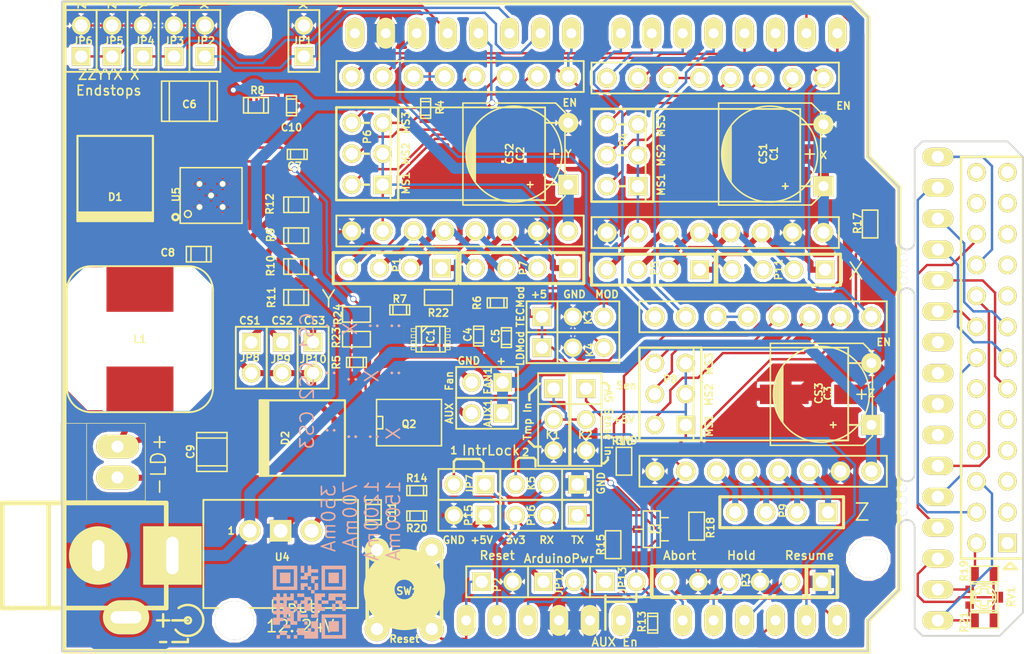
<source format=kicad_pcb>
(kicad_pcb (version 4) (host pcbnew 4.0.1-stable)
  (layers (0 F.Cu signal) (31 B.Cu signal) (34 B.Paste user) (35 F.Paste user) (36 B.SilkS user) (37 F.SilkS user) (38 B.Mask user) (39 F.Mask user) (44 Edge.Cuts user))
  (net 0 "")
  (net 1 +5V)
  (net 2 +EXT_V)
  (net 3 +SRC_5V)
  (net 4 /A-Axis/1A)
  (net 5 /A-Axis/1B)
  (net 6 /A-Axis/2A)
  (net 7 /A-Axis/2B)
  (net 8 /A-Axis/MS1)
  (net 9 /A-Axis/MS2)
  (net 10 /A-Axis/MS3)
  (net 11 "/Diode Driver/CS")
  (net 12 "/Diode Driver/CS1")
  (net 13 "/Diode Driver/CS2")
  (net 14 "/Diode Driver/CS3")
  (net 15 "/Diode Driver/IntrLockPulldown")
  (net 16 "/Diode Driver/LD+")
  (net 17 "/Diode Driver/LD-")
  (net 18 "/Diode Driver/LD_BOOT")
  (net 19 "/Diode Driver/SW")
  (net 20 "/Diode Driver/VOUT")
  (net 21 "/Diode Driver/V_IN")
  (net 22 "/External Fan/Aux-")
  (net 23 "/External Fan/Fan-")
  (net 24 /X-Axis/2B)
  (net 25 /X-Axis/MS1)
  (net 26 /X-Axis/MS2)
  (net 27 /X-Axis/MS3)
  (net 28 /Y-Axis/MS1)
  (net 29 /Y-Axis/MS2)
  (net 30 /Y-Axis/MS3)
  (net 31 3V3)
  (net 32 A5)
  (net 33 AUX_EN)
  (net 34 ENABLE)
  (net 35 FAN_EN)
  (net 36 GND)
  (net 37 LASER_MOD)
  (net 38 N-00000108)
  (net 39 N-00000109)
  (net 40 N-00000110)
  (net 41 N-00000111)
  (net 42 N-00000112)
  (net 43 N-0000031)
  (net 44 N-0000034)
  (net 45 N-0000038)
  (net 46 N-0000039)
  (net 47 N-0000040)
  (net 48 N-0000045)
  (net 49 N-0000049)
  (net 50 N-0000053)
  (net 51 N-0000055)
  (net 52 N-0000059)
  (net 53 N-0000061)
  (net 54 N-0000062)
  (net 55 N-0000065)
  (net 56 N-0000066)
  (net 57 N-0000067)
  (net 58 N-0000074)
  (net 59 N-0000077)
  (net 60 N-0000079)
  (net 61 N-0000082)
  (net 62 N-0000083)
  (net 63 N-0000084)
  (net 64 N-0000086)
  (net 65 N-0000087)
  (net 66 N-0000088)
  (net 67 N-0000089)
  (net 68 RX_HV)
  (net 69 RX_LV)
  (net 70 TEC_MOD)
  (net 71 TEMP_IN)
  (net 72 TX_HV)
  (net 73 TX_LV)
  (net 74 X-1A)
  (net 75 X-1B)
  (net 76 X-2A)
  (net 77 X_DIR)
  (net 78 X_END)
  (net 79 X_STEP)
  (net 80 Y-1A)
  (net 81 Y-1B)
  (net 82 Y-2A)
  (net 83 Y-2B)
  (net 84 Y_DIR)
  (net 85 Y_END)
  (net 86 Y_STEP)
  (net 87 Z_DIR)
  (net 88 Z_END)
  (net 89 Z_STEP)
  (module my:US8 (layer F.Cu) (at 192.659 172.466)
    (fp_text reference IC1 (at 0 -0.127 90) (layer F.SilkS) (effects (font (size 0.6 0.6) (thickness 0.13))))
    (fp_text value NC7WZ08K8X hide)
    (pad 1 smd oval (at -1.5494 -0.7493) (size 0.8001 0.29972) (layers F.Cu F.Paste F.Mask) (net 37 LASER_MOD))
    (pad 2 smd oval (at -1.5494 -0.24892) (size 0.8001 0.29972) (layers F.Cu F.Paste F.Mask) (net 15 "/Diode Driver/IntrLockPulldown"))
    (pad 3 smd oval (at -1.5494 0.24892) (size 0.8001 0.29972) (layers F.Cu F.Paste F.Mask) (net 57 N-0000067))
    (pad 4 smd oval (at -1.5494 0.7493) (size 0.8001 0.29972) (layers F.Cu F.Paste F.Mask) (net 36 GND))
    (pad 5 smd oval (at 1.5494 0.7493) (size 0.8001 0.29972) (layers F.Cu F.Paste F.Mask) (net 51 N-0000055))
    (pad 6 smd oval (at 1.5494 0.24892) (size 0.8001 0.29972) (layers F.Cu F.Paste F.Mask) (net 50 N-0000053))
    (pad 7 smd oval (at 1.5494 -0.24892) (size 0.8001 0.29972) (layers F.Cu F.Paste F.Mask) (net 51 N-0000055))
    (pad 8 smd oval (at 1.5494 -0.7493) (size 0.8001 0.29972) (layers F.Cu F.Paste F.Mask) (net 1 +5V))
  )
  (module pwr_jack (layer F.Cu) (at 165.354 190.246)
    (fp_text reference P14 hide)
    (fp_text value "PWR IN" hide)
    (pad 2 thru_hole circle (at 0 0) (size 4.8006 4.8006) (drill oval 1.016 2.54) (layers B.Cu F.SilkS B.Mask) (net 36 GND))
    (pad 1 thru_hole rect (at 6.096 0) (size 4.8006 4.8006) (drill oval 1.016 3.1) (layers B.Cu F.SilkS B.Mask) (net 2 +EXT_V))
    (pad 3 thru_hole oval (at 2.286 5.08) (size 3.8006 2.8006) (drill oval 2.54 1.016) (layers B.Cu F.SilkS B.Mask))
  )
  (module connector_1x8 (layer F.Cu) (at 234.315 166.37 90)
    (fp_text reference P17 hide)
    (fp_text value CONN_9_16 hide)
    (pad 1 thru_hole oval (at -8.89 0 90) (size 1.5 2.54) (drill 1) (layers *.Cu *.Mask F.SilkS))
    (pad 2 thru_hole oval (at -6.35 0 90) (size 1.5 2.54) (drill 1) (layers *.Cu *.Mask F.SilkS))
    (pad 3 thru_hole oval (at -3.81 0 90) (size 1.5 2.54) (drill 1) (layers *.Cu *.Mask F.SilkS) (net 66 N-0000088))
    (pad 4 thru_hole oval (at -1.27 0 90) (size 1.5 2.54) (drill 1) (layers *.Cu *.Mask F.SilkS) (net 38 N-00000108))
    (pad 5 thru_hole oval (at 1.27 0 90) (size 1.5 2.54) (drill 1) (layers *.Cu *.Mask F.SilkS) (net 39 N-00000109))
    (pad 6 thru_hole oval (at 3.81 0 90) (size 1.5 2.54) (drill 1) (layers *.Cu *.Mask F.SilkS) (net 67 N-0000089))
    (pad 7 thru_hole oval (at 6.35 0 90) (size 1.5 2.54) (drill 1) (layers *.Cu *.Mask F.SilkS) (net 41 N-00000111))
    (pad 8 thru_hole oval (at 8.89 0 90) (size 1.5 2.54) (drill 1) (layers *.Cu *.Mask F.SilkS) (net 64 N-0000086))
  )
  (module connector_1x8 (layer F.Cu) (at 234.315 186.69 90)
    (fp_text reference P13 hide)
    (fp_text value CONN_1_8 hide)
    (pad 1 thru_hole oval (at -8.89 0 90) (size 1.5 2.54) (drill 1) (layers *.Cu *.Mask F.SilkS) (net 61 N-0000082))
    (pad 2 thru_hole oval (at -6.35 0 90) (size 1.5 2.54) (drill 1) (layers *.Cu *.Mask F.SilkS) (net 40 N-00000110))
    (pad 3 thru_hole oval (at -3.81 0 90) (size 1.5 2.54) (drill 1) (layers *.Cu *.Mask F.SilkS) (net 62 N-0000083))
    (pad 4 thru_hole oval (at -1.27 0 90) (size 1.5 2.54) (drill 1) (layers *.Cu *.Mask F.SilkS) (net 63 N-0000084))
    (pad 5 thru_hole oval (at 1.27 0 90) (size 1.5 2.54) (drill 1) (layers *.Cu *.Mask F.SilkS) (net 42 N-00000112))
    (pad 6 thru_hole oval (at 3.81 0 90) (size 1.5 2.54) (drill 1) (layers *.Cu *.Mask F.SilkS) (net 65 N-0000087))
    (pad 7 thru_hole oval (at 6.35 0 90) (size 1.5 2.54) (drill 1) (layers *.Cu *.Mask F.SilkS))
    (pad 8 thru_hole oval (at 8.89 0 90) (size 1.5 2.54) (drill 1) (layers *.Cu *.Mask F.SilkS))
  )
  (module JMP (layer B.Cu) (at 177.6476 151.8412)
    (fp_text reference J7003 hide)
    (fp_text value JMP hide)
    (fp_line (start -0.889 0) (end 0.381 0.635) (layer B.Cu) (width 0.25))
    (fp_line (start 0.381 -0.635) (end -0.889 0) (layer B.Cu) (width 0.25))
    (fp_line (start -0.762 0) (end 0.762 0) (layer B.Cu) (width 0.35))
    (pad 1 smd circle (at -0.889 0) (size 0.5 0.5) (layers B.Cu) (net 21 "/Diode Driver/V_IN"))
    (pad 2 smd circle (at 0.508 0) (size 1.59906 1.59906) (layers B.Cu) (net 2 +EXT_V))
  )
  (module lm3406 (layer F.Cu) (at 174.625 160.655)
    (fp_text reference U5 (at -2.8702 -0.0762 90) (layer F.SilkS) (effects (font (size 0.6 0.6) (thickness 0.13))))
    (fp_text value LM3406 hide)
    (pad 4 smd rect (at 0 2.79908) (size 0.4191 1.47066) (layers F.Cu F.Paste F.Mask))
    (pad 5 smd rect (at 0.65024 2.79908) (size 0.4191 1.47066) (layers F.Cu F.Paste F.Mask) (net 20 "/Diode Driver/VOUT"))
    (pad 6 smd rect (at 1.30048 2.79908) (size 0.4191 1.47066) (layers F.Cu F.Paste F.Mask) (net 11 "/Diode Driver/CS"))
    (pad 7 smd rect (at 2.26617 2.79908) (size 1.05 1.47066) (layers F.Cu F.Paste F.Mask) (net 36 GND))
    (pad 8 smd rect (at 1.95072 -2.79908) (size 0.4191 1.47066) (layers F.Cu F.Paste F.Mask) (net 54 N-0000062))
    (pad 1 smd rect (at -1.95072 2.79908) (size 0.4191 1.47066) (layers F.Cu F.Paste F.Mask) (net 19 "/Diode Driver/SW"))
    (pad 2 smd rect (at -1.30048 2.79908) (size 0.4191 1.47066) (layers F.Cu F.Paste F.Mask) (net 19 "/Diode Driver/SW"))
    (pad 3 smd rect (at -0.65024 2.79908) (size 0.4191 1.47066) (layers F.Cu F.Paste F.Mask) (net 18 "/Diode Driver/LD_BOOT"))
    (pad 9 smd rect (at 1.30048 -2.79908) (size 0.4191 1.47066) (layers F.Cu F.Paste F.Mask) (net 55 N-0000065))
    (pad 10 smd rect (at 0.65024 -2.79908) (size 0.4191 1.47066) (layers F.Cu F.Paste F.Mask) (net 52 N-0000059))
    (pad 11 smd rect (at 0 -2.79908) (size 0.4191 1.47066) (layers F.Cu F.Paste F.Mask) (net 56 N-0000066))
    (pad 12 smd rect (at -0.65024 -2.79908) (size 0.4191 1.47066) (layers F.Cu F.Paste F.Mask) (net 21 "/Diode Driver/V_IN"))
    (pad 13 smd rect (at -1.30048 -2.79908) (size 0.4191 1.47066) (layers F.Cu F.Paste F.Mask) (net 21 "/Diode Driver/V_IN"))
    (pad 14 smd rect (at -1.9572 -2.79908) (size 0.4191 1.47066) (layers F.Cu F.Paste F.Mask) (net 21 "/Diode Driver/V_IN"))
    (pad "" smd rect (at 0 0) (size 2.9 2.9) (layers F.Cu F.Paste F.Mask) (net 36 GND))
    (pad "" thru_hole circle (at 0 0) (size 0.5 0.5) (drill 0.4) (layers *.Cu *.Mask F.SilkS) (net 36 GND))
    (pad "" thru_hole circle (at -0.95 -0.95) (size 0.5 0.5) (drill 0.4) (layers *.Cu *.Mask F.SilkS) (net 36 GND))
    (pad "" thru_hole circle (at 0.95 -0.95) (size 0.5 0.5) (drill 0.4) (layers *.Cu *.Mask F.SilkS) (net 36 GND))
    (pad "" thru_hole circle (at 0.95 0.95) (size 0.5 0.5) (drill 0.4) (layers *.Cu *.Mask F.SilkS) (net 36 GND))
    (pad "" thru_hole circle (at -0.95 0.95) (size 0.5 0.5) (drill 0.4) (layers *.Cu *.Mask F.SilkS) (net 36 GND))
  )
  (module pins:PIN_ARRAY_2X1 (layer F.Cu) (at 197.294 178.562 180)
    (fp_text reference AUX1 (at -0.064 0 270) (layer F.SilkS) (effects (font (size 0.6 0.6) (thickness 0.13))))
    (fp_text value AUX hide)
    (pad 1 thru_hole rect (at -1.27 0 180) (size 1.524 1.524) (drill 1.016) (layers *.Cu *.Mask F.SilkS) (net 2 +EXT_V))
    (pad 2 thru_hole circle (at 1.27 0 180) (size 1.524 1.524) (drill 1.016) (layers *.Cu *.Mask F.SilkS) (net 22 "/External Fan/Aux-"))
  )
  (module my:elko_horizontal (layer F.Cu) (at 224.917 157.353 270)
    (fp_text reference C1 (at -0.127 4.064 270) (layer F.SilkS) (effects (font (size 0.6 0.6) (thickness 0.13))))
    (fp_text value 100uF hide)
    (fp_text user + (at 2.54 3.175 270) (layer F.SilkS) (effects (font (size 0.6 0.6) (thickness 0.13))))
    (pad 1 thru_hole rect (at 2.54 0 270) (size 1.651 1.651) (drill 0.8128) (layers *.Cu *.Mask F.SilkS) (net 2 +EXT_V))
    (pad 2 thru_hole circle (at -2.54 0 270) (size 1.651 1.651) (drill 0.8128) (layers *.Cu *.Mask F.SilkS) (net 36 GND))
  )
  (module my:elko_horizontal (layer F.Cu) (at 203.962 157.226 270)
    (fp_text reference C2 (at 0 3.937 270) (layer F.SilkS) (effects (font (size 0.6 0.6) (thickness 0.13))))
    (fp_text value 100uF hide)
    (fp_text user + (at 2.54 3.175 270) (layer F.SilkS) (effects (font (size 0.6 0.6) (thickness 0.13))))
    (pad 1 thru_hole rect (at 2.54 0 270) (size 1.651 1.651) (drill 0.8128) (layers *.Cu *.Mask F.SilkS) (net 2 +EXT_V))
    (pad 2 thru_hole circle (at -2.54 0 270) (size 1.651 1.651) (drill 0.8128) (layers *.Cu *.Mask F.SilkS) (net 36 GND))
  )
  (module my:elko_horizontal (layer F.Cu) (at 228.854 176.974 270)
    (fp_text reference C3 (at -0.063 3.556 270) (layer F.SilkS) (effects (font (size 0.6 0.6) (thickness 0.13))))
    (fp_text value 100uF hide)
    (fp_text user + (at 2.54 3.175 270) (layer F.SilkS) (effects (font (size 0.6 0.6) (thickness 0.13))))
    (pad 1 thru_hole rect (at 2.54 0 270) (size 1.651 1.651) (drill 0.8128) (layers *.Cu *.Mask F.SilkS) (net 2 +EXT_V))
    (pad 2 thru_hole circle (at -2.54 0 270) (size 1.651 1.651) (drill 0.8128) (layers *.Cu *.Mask F.SilkS) (net 36 GND))
  )
  (module my:c_0603 (layer F.Cu) (at 196.596 172.212 90)
    (fp_text reference C4 (at 0.127 -0.889 90) (layer F.SilkS) (effects (font (size 0.6 0.6) (thickness 0.13))))
    (fp_text value 100nF hide)
    (pad 1 smd rect (at 0.75184 0 90) (size 0.89916 1.00076) (layers F.Cu F.Paste F.Mask) (net 1 +5V))
    (pad 2 smd rect (at -0.75184 0 90) (size 0.89916 1.00076) (layers F.Cu F.Paste F.Mask) (net 36 GND))
  )
  (module my:c_0603 (layer F.Cu) (at 198.882 172.339 90)
    (fp_text reference C5 (at 0.127 -0.889 90) (layer F.SilkS) (effects (font (size 0.6 0.6) (thickness 0.13))))
    (fp_text value 4.7uF hide)
    (pad 1 smd rect (at 0.75184 0 90) (size 0.89916 1.00076) (layers F.Cu F.Paste F.Mask) (net 50 N-0000053))
    (pad 2 smd rect (at -0.75184 0 90) (size 0.89916 1.00076) (layers F.Cu F.Paste F.Mask) (net 36 GND))
  )
  (module w_smd:c_1812 (layer F.Cu) (at 172.847 152.908)
    (fp_text reference C6 (at 0 0.254) (layer F.SilkS) (effects (font (size 0.6 0.6) (thickness 0.13))))
    (fp_text value 2,2uF hide)
    (pad 1 smd rect (at 2.04978 0) (size 1.80086 3.70078) (layers F.Cu F.Paste F.Mask) (net 21 "/Diode Driver/V_IN"))
    (pad 2 smd rect (at -2.04978 0) (size 1.80086 3.70078) (layers F.Cu F.Paste F.Mask) (net 36 GND))
  )
  (module my:c_0805 (layer F.Cu) (at 173.609 165.481)
    (fp_text reference C8 (at -2.54 -0.127) (layer F.SilkS) (effects (font (size 0.6 0.6) (thickness 0.13))))
    (fp_text value 22nF hide)
    (pad 1 smd rect (at 0.9525 0) (size 1.30048 1.4986) (layers F.Cu F.Paste F.Mask) (net 18 "/Diode Driver/LD_BOOT"))
    (pad 2 smd rect (at -0.9525 0) (size 1.30048 1.4986) (layers F.Cu F.Paste F.Mask) (net 19 "/Diode Driver/SW"))
  )
  (module w_smd:c_1210 (layer F.Cu) (at 174.688 181.737 90)
    (fp_text reference C9 (at 0.0254 -1.7526 90) (layer F.SilkS) (effects (font (size 0.6 0.6) (thickness 0.13))))
    (fp_text value 2,2uF hide)
    (pad 1 smd rect (at 1.397 0 90) (size 1.6002 2.6924) (layers F.Cu F.Paste F.Mask) (net 16 "/Diode Driver/LD+"))
    (pad 2 smd rect (at -1.397 0 90) (size 1.6002 2.6924) (layers F.Cu F.Paste F.Mask) (net 17 "/Diode Driver/LD-"))
  )
  (module my:c_0805 (layer F.Cu) (at 187.96 186.69 90)
    (fp_text reference C11 (at 0 1.524 90) (layer F.SilkS) (effects (font (size 0.6 0.6) (thickness 0.13))))
    (fp_text value 22uF hide)
    (pad 1 smd rect (at 0.9525 0 90) (size 1.30048 1.4986) (layers F.Cu F.Paste F.Mask) (net 3 +SRC_5V))
    (pad 2 smd rect (at -0.9525 0 90) (size 1.30048 1.4986) (layers F.Cu F.Paste F.Mask) (net 36 GND))
  )
  (module my:do214ab (layer F.Cu) (at 166.751 159.258 270)
    (fp_text reference D1 (at 1.524 0 360) (layer F.SilkS) (effects (font (size 0.6 0.6) (thickness 0.13))))
    (fp_text value MBRS540T3 hide)
    (pad 2 smd rect (at 3.39852 0 270) (size 1.99898 3.19786) (layers F.Cu F.Paste F.Mask) (net 19 "/Diode Driver/SW"))
    (pad 1 smd rect (at -3.39852 0 270) (size 1.99898 3.19786) (layers F.Cu F.Paste F.Mask) (net 36 GND))
  )
  (module my:do214ab (layer F.Cu) (at 182.118 180.594 180)
    (fp_text reference D2 (at 1.397 0 270) (layer F.SilkS) (effects (font (size 0.6 0.6) (thickness 0.13))))
    (fp_text value MBRS540T3 hide)
    (pad 2 smd rect (at 3.39852 0 180) (size 1.99898 3.19786) (layers F.Cu F.Paste F.Mask) (net 16 "/Diode Driver/LD+"))
    (pad 1 smd rect (at -3.39852 0 180) (size 1.99898 3.19786) (layers F.Cu F.Paste F.Mask) (net 17 "/Diode Driver/LD-"))
  )
  (module pins:PIN_ARRAY_2X1 (layer F.Cu) (at 197.294 176.022 180)
    (fp_text reference FAN1 (at -0.064 0.127 270) (layer F.SilkS) (effects (font (size 0.6 0.6) (thickness 0.13))))
    (fp_text value "LD Fan" hide)
    (pad 1 thru_hole rect (at -1.27 0 180) (size 1.524 1.524) (drill 1.016) (layers *.Cu *.Mask F.SilkS) (net 2 +EXT_V))
    (pad 2 thru_hole circle (at 1.27 0 180) (size 1.524 1.524) (drill 1.016) (layers *.Cu *.Mask F.SilkS) (net 23 "/External Fan/Fan-"))
  )
  (module pins:PIN_ARRAY_2X1 (layer F.Cu) (at 182.245 147.955 90)
    (fp_text reference JP1 (at 0 -0.127 180) (layer F.SilkS) (effects (font (size 0.6 0.6) (thickness 0.13))))
    (fp_text value xend1 hide)
    (pad 1 thru_hole rect (at -1.27 0 90) (size 1.524 1.524) (drill 1.016) (layers *.Cu *.Mask F.SilkS) (net 78 X_END))
    (pad 2 thru_hole circle (at 1.27 0 90) (size 1.524 1.524) (drill 1.016) (layers *.Cu *.Mask F.SilkS) (net 36 GND))
  )
  (module pins:PIN_ARRAY_2X1 (layer F.Cu) (at 174.117 147.955 90)
    (fp_text reference JP2 (at 0 0 180) (layer F.SilkS) (effects (font (size 0.6 0.6) (thickness 0.13))))
    (fp_text value xend2 hide)
    (pad 1 thru_hole rect (at -1.27 0 90) (size 1.524 1.524) (drill 1.016) (layers *.Cu *.Mask F.SilkS) (net 78 X_END))
    (pad 2 thru_hole circle (at 1.27 0 90) (size 1.524 1.524) (drill 1.016) (layers *.Cu *.Mask F.SilkS) (net 36 GND))
  )
  (module pins:PIN_ARRAY_2X1 (layer F.Cu) (at 171.577 147.955 90)
    (fp_text reference JP3 (at 0 0 180) (layer F.SilkS) (effects (font (size 0.6 0.6) (thickness 0.13))))
    (fp_text value yend1 hide)
    (pad 1 thru_hole rect (at -1.27 0 90) (size 1.524 1.524) (drill 1.016) (layers *.Cu *.Mask F.SilkS) (net 85 Y_END))
    (pad 2 thru_hole circle (at 1.27 0 90) (size 1.524 1.524) (drill 1.016) (layers *.Cu *.Mask F.SilkS) (net 36 GND))
  )
  (module pins:PIN_ARRAY_2X1 (layer F.Cu) (at 169.037 147.955 90)
    (fp_text reference JP4 (at 0 0.127 180) (layer F.SilkS) (effects (font (size 0.6 0.6) (thickness 0.13))))
    (fp_text value yend2 hide)
    (pad 1 thru_hole rect (at -1.27 0 90) (size 1.524 1.524) (drill 1.016) (layers *.Cu *.Mask F.SilkS) (net 85 Y_END))
    (pad 2 thru_hole circle (at 1.27 0 90) (size 1.524 1.524) (drill 1.016) (layers *.Cu *.Mask F.SilkS) (net 36 GND))
  )
  (module pins:PIN_ARRAY_2X1 (layer F.Cu) (at 166.497 147.955 90)
    (fp_text reference JP5 (at 0 0.127 180) (layer F.SilkS) (effects (font (size 0.6 0.6) (thickness 0.13))))
    (fp_text value zend1 hide)
    (pad 1 thru_hole rect (at -1.27 0 90) (size 1.524 1.524) (drill 1.016) (layers *.Cu *.Mask F.SilkS) (net 88 Z_END))
    (pad 2 thru_hole circle (at 1.27 0 90) (size 1.524 1.524) (drill 1.016) (layers *.Cu *.Mask F.SilkS) (net 36 GND))
  )
  (module pins:PIN_ARRAY_2X1 (layer F.Cu) (at 163.957 147.955 90)
    (fp_text reference JP6 (at 0 0.127 180) (layer F.SilkS) (effects (font (size 0.6 0.6) (thickness 0.13))))
    (fp_text value zend2 hide)
    (pad 1 thru_hole rect (at -1.27 0 90) (size 1.524 1.524) (drill 1.016) (layers *.Cu *.Mask F.SilkS) (net 88 Z_END))
    (pad 2 thru_hole circle (at 1.27 0 90) (size 1.524 1.524) (drill 1.016) (layers *.Cu *.Mask F.SilkS) (net 36 GND))
  )
  (module pins:PIN_ARRAY_2X1 (layer F.Cu) (at 195.834 184.404 180)
    (fp_text reference JP7 (at -0.064 0 270) (layer F.SilkS) (effects (font (size 0.6 0.6) (thickness 0.13))))
    (fp_text value Intrlck1 hide)
    (pad 1 thru_hole rect (at -1.27 0 180) (size 1.524 1.524) (drill 1.016) (layers *.Cu *.Mask F.SilkS) (net 53 N-0000061))
    (pad 2 thru_hole circle (at 1.27 0 180) (size 1.524 1.524) (drill 1.016) (layers *.Cu *.Mask F.SilkS) (net 15 "/Diode Driver/IntrLockPulldown"))
  )
  (module pins:PIN_ARRAY_2X1 (layer F.Cu) (at 177.927 173.99 270)
    (fp_text reference JP8 (at 0 0.127 360) (layer F.SilkS) (effects (font (size 0.6 0.6) (thickness 0.13))))
    (fp_text value CS1 hide)
    (pad 1 thru_hole rect (at -1.27 0 270) (size 1.524 1.524) (drill 1.016) (layers *.Cu *.Mask F.SilkS) (net 12 "/Diode Driver/CS1"))
    (pad 2 thru_hole circle (at 1.27 0 270) (size 1.524 1.524) (drill 1.016) (layers *.Cu *.Mask F.SilkS) (net 17 "/Diode Driver/LD-"))
  )
  (module pins:PIN_ARRAY_2X1 (layer F.Cu) (at 180.467 173.99 270)
    (fp_text reference JP9 (at 0.127 0.127 360) (layer F.SilkS) (effects (font (size 0.6 0.6) (thickness 0.13))))
    (fp_text value CS2 hide)
    (pad 1 thru_hole rect (at -1.27 0 270) (size 1.524 1.524) (drill 1.016) (layers *.Cu *.Mask F.SilkS) (net 13 "/Diode Driver/CS2"))
    (pad 2 thru_hole circle (at 1.27 0 270) (size 1.524 1.524) (drill 1.016) (layers *.Cu *.Mask F.SilkS) (net 17 "/Diode Driver/LD-"))
  )
  (module pins:PIN_ARRAY_2X1 (layer F.Cu) (at 183.007 173.99 270)
    (fp_text reference JP10 (at 0.127 0 360) (layer F.SilkS) (effects (font (size 0.6 0.6) (thickness 0.13))))
    (fp_text value CS3 hide)
    (pad 1 thru_hole rect (at -1.27 0 270) (size 1.524 1.524) (drill 1.016) (layers *.Cu *.Mask F.SilkS) (net 14 "/Diode Driver/CS3"))
    (pad 2 thru_hole circle (at 1.27 0 270) (size 1.524 1.524) (drill 1.016) (layers *.Cu *.Mask F.SilkS) (net 17 "/Diode Driver/LD-"))
  )
  (module pins:PIN_ARRAY_2X1 (layer F.Cu) (at 203.2 192.405)
    (fp_text reference JP12 (at 0 0 90) (layer F.SilkS) (effects (font (size 0.6 0.6) (thickness 0.13))))
    (fp_text value "Arduino Pwr" hide)
    (pad 1 thru_hole rect (at -1.27 0) (size 1.524 1.524) (drill 1.016) (layers *.Cu *.Mask F.SilkS) (net 3 +SRC_5V))
    (pad 2 thru_hole circle (at 1.27 0) (size 1.524 1.524) (drill 1.016) (layers *.Cu *.Mask F.SilkS) (net 1 +5V))
  )
  (module pins:PIN_ARRAY_2X1 (layer F.Cu) (at 208.28 192.405)
    (fp_text reference JP13 (at 0.127 -0.127 90) (layer F.SilkS) (effects (font (size 0.6 0.6) (thickness 0.13))))
    (fp_text value AUX hide)
    (pad 1 thru_hole rect (at -1.27 0) (size 1.524 1.524) (drill 1.016) (layers *.Cu *.Mask F.SilkS) (net 33 AUX_EN))
    (pad 2 thru_hole circle (at 1.27 0) (size 1.524 1.524) (drill 1.016) (layers *.Cu *.Mask F.SilkS) (net 32 A5))
  )
  (module pins:PIN_ARRAY_3X1 (layer F.Cu) (at 202.756 179.07 270)
    (fp_text reference K1 (at 1.27 0.064 360) (layer F.SilkS) (effects (font (size 0.6 0.6) (thickness 0.13))))
    (fp_text value ExtTmp hide)
    (pad 1 thru_hole rect (at -2.54 0 270) (size 1.524 1.524) (drill 1.016) (layers *.Cu *.Mask F.SilkS) (net 71 TEMP_IN))
    (pad 2 thru_hole circle (at 0 0 270) (size 1.524 1.524) (drill 1.016) (layers *.Cu *.Mask F.SilkS) (net 1 +5V))
    (pad 3 thru_hole circle (at 2.54 0 270) (size 1.524 1.524) (drill 1.016) (layers *.Cu *.Mask F.SilkS) (net 36 GND))
  )
  (module pins:PIN_ARRAY_3X1 (layer F.Cu) (at 205.422 179.07 270)
    (fp_text reference K2 (at 1.27 0.063 360) (layer F.SilkS) (effects (font (size 0.6 0.6) (thickness 0.13))))
    (fp_text value A5 hide)
    (pad 1 thru_hole rect (at -2.54 0 270) (size 1.524 1.524) (drill 1.016) (layers *.Cu *.Mask F.SilkS) (net 32 A5))
    (pad 2 thru_hole circle (at 0 0 270) (size 1.524 1.524) (drill 1.016) (layers *.Cu *.Mask F.SilkS) (net 1 +5V))
    (pad 3 thru_hole circle (at 2.54 0 270) (size 1.524 1.524) (drill 1.016) (layers *.Cu *.Mask F.SilkS) (net 36 GND))
  )
  (module pins:PIN_ARRAY_3X1 (layer F.Cu) (at 204.343 170.624)
    (fp_text reference K3 (at 1.27 0.064 90) (layer F.SilkS) (effects (font (size 0.6 0.6) (thickness 0.13))))
    (fp_text value EXT_TEC hide)
    (pad 1 thru_hole rect (at -2.54 0) (size 1.524 1.524) (drill 1.016) (layers *.Cu *.Mask F.SilkS) (net 1 +5V))
    (pad 2 thru_hole circle (at 0 0) (size 1.524 1.524) (drill 1.016) (layers *.Cu *.Mask F.SilkS) (net 36 GND))
    (pad 3 thru_hole circle (at 2.54 0) (size 1.524 1.524) (drill 1.016) (layers *.Cu *.Mask F.SilkS) (net 70 TEC_MOD))
  )
  (module pins:PIN_ARRAY_3X1 (layer F.Cu) (at 204.343 173.164)
    (fp_text reference K4 (at 1.397 0.191 90) (layer F.SilkS) (effects (font (size 0.6 0.6) (thickness 0.13))))
    (fp_text value ExtLaserMod hide)
    (pad 1 thru_hole rect (at -2.54 0) (size 1.524 1.524) (drill 1.016) (layers *.Cu *.Mask F.SilkS) (net 1 +5V))
    (pad 2 thru_hole circle (at 0 0) (size 1.524 1.524) (drill 1.016) (layers *.Cu *.Mask F.SilkS) (net 36 GND))
    (pad 3 thru_hole circle (at 2.54 0) (size 1.524 1.524) (drill 1.016) (layers *.Cu *.Mask F.SilkS) (net 58 N-0000074))
  )
  (module my:Coil_SMD_12x12x8 (layer F.Cu) (at 168.783 172.466)
    (fp_text reference L1 (at 0 0) (layer F.SilkS) (effects (font (size 0.6 0.6) (thickness 0.13))))
    (fp_text value "54uH 1.5A" hide)
    (pad 2 smd rect (at 0 4.25) (size 5.5 4) (layers F.Cu F.Paste F.Mask) (net 16 "/Diode Driver/LD+"))
    (pad 1 smd rect (at 0 -4.25) (size 5.5 4) (layers F.Cu F.Paste F.Mask) (net 19 "/Diode Driver/SW"))
  )
  (module pins:PIN_ARRAY_2X1 (layer F.Cu) (at 198.12 192.405)
    (fp_text reference P2 (at 0 0.254 90) (layer F.SilkS) (effects (font (size 0.6 0.6) (thickness 0.13))))
    (fp_text value Reset hide)
    (pad 1 thru_hole rect (at -1.27 0) (size 1.524 1.524) (drill 1.016) (layers *.Cu *.Mask F.SilkS) (net 46 N-0000039))
    (pad 2 thru_hole circle (at 1.27 0) (size 1.524 1.524) (drill 1.016) (layers *.Cu *.Mask F.SilkS) (net 36 GND))
  )
  (module pins:PIN_ARRAY-6X1 (layer F.Cu) (at 218.44 192.405 180)
    (fp_text reference P3 (at -0.127 0.127 270) (layer F.SilkS) (effects (font (size 0.6 0.6) (thickness 0.13))))
    (fp_text value MachineCtrl hide)
    (pad 1 thru_hole rect (at -6.35 0 180) (size 1.524 1.524) (drill 1.016) (layers *.Cu *.Mask F.SilkS) (net 36 GND))
    (pad 2 thru_hole circle (at -3.81 0 180) (size 1.524 1.524) (drill 1.016) (layers *.Cu *.Mask F.SilkS) (net 43 N-0000031))
    (pad 3 thru_hole circle (at -1.27 0 180) (size 1.524 1.524) (drill 1.016) (layers *.Cu *.Mask F.SilkS) (net 36 GND))
    (pad 4 thru_hole circle (at 1.27 0 180) (size 1.524 1.524) (drill 1.016) (layers *.Cu *.Mask F.SilkS) (net 44 N-0000034))
    (pad 5 thru_hole circle (at 3.81 0 180) (size 1.524 1.524) (drill 1.016) (layers *.Cu *.Mask F.SilkS) (net 36 GND))
    (pad 6 thru_hole circle (at 6.35 0 180) (size 1.524 1.524) (drill 1.016) (layers *.Cu *.Mask F.SilkS) (net 45 N-0000038))
  )
  (module pins:pin_array_3x2 (layer F.Cu) (at 208.407 157.353 90)
    (fp_text reference P4 (at 1.27 0.127 90) (layer F.SilkS) (effects (font (size 0.6 0.6) (thickness 0.13))))
    (fp_text value MS hide)
    (pad 1 thru_hole rect (at -2.54 1.27 90) (size 1.524 1.524) (drill 1.016) (layers *.Cu *.Mask F.SilkS) (net 1 +5V))
    (pad 2 thru_hole circle (at -2.54 -1.27 90) (size 1.524 1.524) (drill 1.016) (layers *.Cu *.Mask F.SilkS) (net 25 /X-Axis/MS1))
    (pad 3 thru_hole circle (at 0 1.27 90) (size 1.524 1.524) (drill 1.016) (layers *.Cu *.Mask F.SilkS) (net 1 +5V))
    (pad 4 thru_hole circle (at 0 -1.27 90) (size 1.524 1.524) (drill 1.016) (layers *.Cu *.Mask F.SilkS) (net 26 /X-Axis/MS2))
    (pad 5 thru_hole circle (at 2.54 1.27 90) (size 1.524 1.524) (drill 1.016) (layers *.Cu *.Mask F.SilkS) (net 1 +5V))
    (pad 6 thru_hole circle (at 2.54 -1.27 90) (size 1.524 1.524) (drill 1.016) (layers *.Cu *.Mask F.SilkS) (net 27 /X-Axis/MS3))
  )
  (module pins:PIN_ARRAY_4x1 (layer F.Cu) (at 210.947 166.751 180)
    (fp_text reference P5 (at -0.127 0.127 270) (layer F.SilkS) (effects (font (size 0.6 0.6) (thickness 0.13))))
    (fp_text value CONN_4 hide)
    (pad 1 thru_hole rect (at -3.81 0 180) (size 1.524 1.524) (drill 1.016) (layers *.Cu *.Mask F.SilkS) (net 24 /X-Axis/2B))
    (pad 2 thru_hole circle (at -1.27 0 180) (size 1.524 1.524) (drill 1.016) (layers *.Cu *.Mask F.SilkS) (net 76 X-2A))
    (pad 3 thru_hole circle (at 1.27 0 180) (size 1.524 1.524) (drill 1.016) (layers *.Cu *.Mask F.SilkS) (net 75 X-1B))
    (pad 4 thru_hole circle (at 3.81 0 180) (size 1.524 1.524) (drill 1.016) (layers *.Cu *.Mask F.SilkS) (net 74 X-1A))
  )
  (module pins:pin_array_3x2 (layer F.Cu) (at 187.452 157.226 90)
    (fp_text reference P6 (at 1.397 0 90) (layer F.SilkS) (effects (font (size 0.6 0.6) (thickness 0.13))))
    (fp_text value MS hide)
    (pad 1 thru_hole rect (at -2.54 1.27 90) (size 1.524 1.524) (drill 1.016) (layers *.Cu *.Mask F.SilkS) (net 1 +5V))
    (pad 2 thru_hole circle (at -2.54 -1.27 90) (size 1.524 1.524) (drill 1.016) (layers *.Cu *.Mask F.SilkS) (net 28 /Y-Axis/MS1))
    (pad 3 thru_hole circle (at 0 1.27 90) (size 1.524 1.524) (drill 1.016) (layers *.Cu *.Mask F.SilkS) (net 1 +5V))
    (pad 4 thru_hole circle (at 0 -1.27 90) (size 1.524 1.524) (drill 1.016) (layers *.Cu *.Mask F.SilkS) (net 29 /Y-Axis/MS2))
    (pad 5 thru_hole circle (at 2.54 1.27 90) (size 1.524 1.524) (drill 1.016) (layers *.Cu *.Mask F.SilkS) (net 1 +5V))
    (pad 6 thru_hole circle (at 2.54 -1.27 90) (size 1.524 1.524) (drill 1.016) (layers *.Cu *.Mask F.SilkS) (net 30 /Y-Axis/MS3))
  )
  (module pins:PIN_ARRAY_4x1 (layer F.Cu) (at 200.152 166.624 180)
    (fp_text reference P7 (at -0.127 0 270) (layer F.SilkS) (effects (font (size 0.6 0.6) (thickness 0.13))))
    (fp_text value CONN_4 hide)
    (pad 1 thru_hole rect (at -3.81 0 180) (size 1.524 1.524) (drill 1.016) (layers *.Cu *.Mask F.SilkS) (net 83 Y-2B))
    (pad 2 thru_hole circle (at -1.27 0 180) (size 1.524 1.524) (drill 1.016) (layers *.Cu *.Mask F.SilkS) (net 82 Y-2A))
    (pad 3 thru_hole circle (at 1.27 0 180) (size 1.524 1.524) (drill 1.016) (layers *.Cu *.Mask F.SilkS) (net 81 Y-1B))
    (pad 4 thru_hole circle (at 3.81 0 180) (size 1.524 1.524) (drill 1.016) (layers *.Cu *.Mask F.SilkS) (net 80 Y-1A))
  )
  (module pins:pin_array_3x2 (layer F.Cu) (at 212.344 176.974 90)
    (fp_text reference P8 (at 1.206 0 180) (layer F.SilkS) (effects (font (size 0.6 0.6) (thickness 0.13))))
    (fp_text value MS hide)
    (pad 1 thru_hole rect (at -2.54 1.27 90) (size 1.524 1.524) (drill 1.016) (layers *.Cu *.Mask F.SilkS) (net 1 +5V))
    (pad 2 thru_hole circle (at -2.54 -1.27 90) (size 1.524 1.524) (drill 1.016) (layers *.Cu *.Mask F.SilkS) (net 8 /A-Axis/MS1))
    (pad 3 thru_hole circle (at 0 1.27 90) (size 1.524 1.524) (drill 1.016) (layers *.Cu *.Mask F.SilkS) (net 1 +5V))
    (pad 4 thru_hole circle (at 0 -1.27 90) (size 1.524 1.524) (drill 1.016) (layers *.Cu *.Mask F.SilkS) (net 9 /A-Axis/MS2))
    (pad 5 thru_hole circle (at 2.54 1.27 90) (size 1.524 1.524) (drill 1.016) (layers *.Cu *.Mask F.SilkS) (net 1 +5V))
    (pad 6 thru_hole circle (at 2.54 -1.27 90) (size 1.524 1.524) (drill 1.016) (layers *.Cu *.Mask F.SilkS) (net 10 /A-Axis/MS3))
  )
  (module pins:PIN_ARRAY_4x1 (layer F.Cu) (at 221.488 186.69 180)
    (fp_text reference P9 (at -0.127 0.127 270) (layer F.SilkS) (effects (font (size 0.6 0.6) (thickness 0.13))))
    (fp_text value CONN_4 hide)
    (pad 1 thru_hole rect (at -3.81 0 180) (size 1.524 1.524) (drill 1.016) (layers *.Cu *.Mask F.SilkS) (net 7 /A-Axis/2B))
    (pad 2 thru_hole circle (at -1.27 0 180) (size 1.524 1.524) (drill 1.016) (layers *.Cu *.Mask F.SilkS) (net 6 /A-Axis/2A))
    (pad 3 thru_hole circle (at 1.27 0 180) (size 1.524 1.524) (drill 1.016) (layers *.Cu *.Mask F.SilkS) (net 5 /A-Axis/1B))
    (pad 4 thru_hole circle (at 3.81 0 180) (size 1.524 1.524) (drill 1.016) (layers *.Cu *.Mask F.SilkS) (net 4 /A-Axis/1A))
  )
  (module my:LD_out (layer F.Cu) (at 166.942 182.562 270)
    (fp_text reference P10 hide)
    (fp_text value LD_OUT hide)
    (pad 1 thru_hole oval (at -1.27 0 270) (size 1.95 3.51498) (drill 0.99822) (layers *.Cu *.Mask F.Paste F.SilkS) (net 16 "/Diode Driver/LD+"))
    (pad 2 thru_hole oval (at 1.27 0 270) (size 1.95 3.51498) (drill 0.99822) (layers *.Cu *.Mask F.Paste F.SilkS) (net 17 "/Diode Driver/LD-"))
  )
  (module pins:PIN_ARRAY_2X1 (layer F.Cu) (at 195.834 186.944 180)
    (fp_text reference P15 (at 0.063 0 270) (layer F.SilkS) (effects (font (size 0.6 0.6) (thickness 0.13))))
    (fp_text value "EXT 5V" hide)
    (pad 1 thru_hole rect (at -1.27 0 180) (size 1.524 1.524) (drill 1.016) (layers *.Cu *.Mask F.SilkS) (net 3 +SRC_5V))
    (pad 2 thru_hole circle (at 1.27 0 180) (size 1.524 1.524) (drill 1.016) (layers *.Cu *.Mask F.SilkS) (net 36 GND))
  )
  (module smd_res:r_0603 (layer F.Cu) (at 192.25 153.5 90)
    (fp_text reference R4 (at 0.084 1.171 90) (layer F.SilkS) (effects (font (size 0.6 0.6) (thickness 0.13))))
    (fp_text value 10k hide)
    (pad 1 smd rect (at 0.75184 0 90) (size 0.89916 1.00076) (layers F.Cu F.Paste F.Mask) (net 34 ENABLE))
    (pad 2 smd rect (at -0.75184 0 90) (size 0.89916 1.00076) (layers F.Cu F.Paste F.Mask) (net 1 +5V))
  )
  (module smd_res:r_0603 (layer F.Cu) (at 186.563 174.371)
    (fp_text reference R5 (at -1.651 0 90) (layer F.SilkS) (effects (font (size 0.6 0.6) (thickness 0.13))))
    (fp_text value 100k hide)
    (pad 1 smd rect (at 0.75184 0) (size 0.89916 1.00076) (layers F.Cu F.Paste F.Mask) (net 15 "/Diode Driver/IntrLockPulldown"))
    (pad 2 smd rect (at -0.75184 0) (size 0.89916 1.00076) (layers F.Cu F.Paste F.Mask) (net 36 GND))
  )
  (module smd_res:r_0603 (layer F.Cu) (at 198.12 169.482)
    (fp_text reference R6 (at -1.651 0 90) (layer F.SilkS) (effects (font (size 0.6 0.6) (thickness 0.13))))
    (fp_text value 100k hide)
    (pad 1 smd rect (at 0.75184 0) (size 0.89916 1.00076) (layers F.Cu F.Paste F.Mask) (net 50 N-0000053))
    (pad 2 smd rect (at -0.75184 0) (size 0.89916 1.00076) (layers F.Cu F.Paste F.Mask) (net 1 +5V))
  )
  (module smd_res:r_0603 (layer F.Cu) (at 190.119 170.053 180)
    (fp_text reference R7 (at 0 0.889 180) (layer F.SilkS) (effects (font (size 0.6 0.6) (thickness 0.13))))
    (fp_text value 2.2k hide)
    (pad 1 smd rect (at 0.75184 0 180) (size 0.89916 1.00076) (layers F.Cu F.Paste F.Mask) (net 54 N-0000062))
    (pad 2 smd rect (at -0.75184 0 180) (size 0.89916 1.00076) (layers F.Cu F.Paste F.Mask) (net 57 N-0000067))
  )
  (module smd_res:r_0805 (layer F.Cu) (at 178.308 153.242 180)
    (fp_text reference R8 (at -0.127 1.223 360) (layer F.SilkS) (effects (font (size 0.6 0.6) (thickness 0.13))))
    (fp_text value 169k hide)
    (pad 1 smd rect (at 0.9525 0 180) (size 1.30048 1.4986) (layers F.Cu F.Paste F.Mask) (net 21 "/Diode Driver/V_IN"))
    (pad 2 smd rect (at -0.9525 0 180) (size 1.30048 1.4986) (layers F.Cu F.Paste F.Mask) (net 52 N-0000059))
  )
  (module smd_res:r_0805 (layer F.Cu) (at 181.61 163.957 180)
    (fp_text reference R9 (at 2.095 0.063 270) (layer F.SilkS) (effects (font (size 0.6 0.6) (thickness 0.13))))
    (fp_text value 560m hide)
    (pad 1 smd rect (at 0.9525 0 180) (size 1.30048 1.4986) (layers F.Cu F.Paste F.Mask) (net 12 "/Diode Driver/CS1"))
    (pad 2 smd rect (at -0.9525 0 180) (size 1.30048 1.4986) (layers F.Cu F.Paste F.Mask) (net 36 GND))
  )
  (module smd_res:r_0805 (layer F.Cu) (at 181.61 166.497 180)
    (fp_text reference R10 (at 2.096 0.064 270) (layer F.SilkS) (effects (font (size 0.6 0.6) (thickness 0.13))))
    (fp_text value 240m hide)
    (pad 1 smd rect (at 0.9525 0 180) (size 1.30048 1.4986) (layers F.Cu F.Paste F.Mask) (net 13 "/Diode Driver/CS2"))
    (pad 2 smd rect (at -0.9525 0 180) (size 1.30048 1.4986) (layers F.Cu F.Paste F.Mask) (net 36 GND))
  )
  (module smd_res:r_0805 (layer F.Cu) (at 181.61 169.037 180)
    (fp_text reference R11 (at 2.032 0 270) (layer F.SilkS) (effects (font (size 0.6 0.6) (thickness 0.13))))
    (fp_text value 160m hide)
    (pad 1 smd rect (at 0.9525 0 180) (size 1.30048 1.4986) (layers F.Cu F.Paste F.Mask) (net 14 "/Diode Driver/CS3"))
    (pad 2 smd rect (at -0.9525 0 180) (size 1.30048 1.4986) (layers F.Cu F.Paste F.Mask) (net 36 GND))
  )
  (module smd_res:r_0805 (layer F.Cu) (at 181.61 161.417 180)
    (fp_text reference R12 (at 2.159 0.063 450) (layer F.SilkS) (effects (font (size 0.6 0.6) (thickness 0.13))))
    (fp_text value 560m hide)
    (pad 1 smd rect (at 0.9525 0 180) (size 1.30048 1.4986) (layers F.Cu F.Paste F.Mask) (net 17 "/Diode Driver/LD-"))
    (pad 2 smd rect (at -0.9525 0 180) (size 1.30048 1.4986) (layers F.Cu F.Paste F.Mask) (net 36 GND))
  )
  (module smd_res:r_0603 (layer F.Cu) (at 210.8962 195.8086 270)
    (fp_text reference R13 (at -0.127 0.889 270) (layer F.SilkS) (effects (font (size 0.6 0.6) (thickness 0.13))))
    (fp_text value 2k2 hide)
    (pad 1 smd rect (at 0.75184 0 270) (size 0.89916 1.00076) (layers F.Cu F.Paste F.Mask) (net 35 FAN_EN))
    (pad 2 smd rect (at -0.75184 0 270) (size 0.89916 1.00076) (layers F.Cu F.Paste F.Mask) (net 59 N-0000077))
  )
  (module smd_res:r_0603 (layer F.Cu) (at 191.516 184.912 180)
    (fp_text reference R14 (at 0 1.016 180) (layer F.SilkS) (effects (font (size 0.6 0.6) (thickness 0.13))))
    (fp_text value 2k2 hide)
    (pad 1 smd rect (at 0.75184 0 180) (size 0.89916 1.00076) (layers F.Cu F.Paste F.Mask) (net 33 AUX_EN))
    (pad 2 smd rect (at -0.75184 0 180) (size 0.89916 1.00076) (layers F.Cu F.Paste F.Mask) (net 60 N-0000079))
  )
  (module smd_res:r_0603 (layer F.Cu) (at 191.516 186.9948 180)
    (fp_text reference R20 (at 0 -1.016 180) (layer F.SilkS) (effects (font (size 0.6 0.6) (thickness 0.13))))
    (fp_text value 10k hide)
    (pad 1 smd rect (at 0.75184 0 180) (size 0.89916 1.00076) (layers F.Cu F.Paste F.Mask) (net 33 AUX_EN))
    (pad 2 smd rect (at -0.75184 0 180) (size 0.89916 1.00076) (layers F.Cu F.Paste F.Mask) (net 36 GND))
  )
  (module arduino:ARDUINO_SHIELD (layer F.Cu) (at 162.56 198.12)
    (fp_text reference SHIELD1 hide)
    (fp_text value ARDUINO_SHIELD hide)
    (pad AD5 thru_hole oval (at 63.5 -2.54 90) (size 2.54 1.524) (drill 0.8128) (layers *.Cu *.Mask F.SilkS) (net 32 A5))
    (pad AD4 thru_hole oval (at 60.96 -2.54 90) (size 2.54 1.524) (drill 0.8128) (layers *.Cu *.Mask F.SilkS) (net 71 TEMP_IN))
    (pad AD3 thru_hole oval (at 58.42 -2.54 90) (size 2.54 1.524) (drill 0.8128) (layers *.Cu *.Mask F.SilkS) (net 35 FAN_EN))
    (pad AD0 thru_hole oval (at 50.8 -2.54 90) (size 2.54 1.524) (drill 0.8128) (layers *.Cu *.Mask F.SilkS) (net 45 N-0000038))
    (pad AD1 thru_hole oval (at 53.34 -2.54 90) (size 2.54 1.524) (drill 0.8128) (layers *.Cu *.Mask F.SilkS) (net 44 N-0000034))
    (pad AD2 thru_hole oval (at 55.88 -2.54 90) (size 2.54 1.524) (drill 0.8128) (layers *.Cu *.Mask F.SilkS) (net 43 N-0000031))
    (pad V_IN thru_hole oval (at 45.72 -2.54 90) (size 2.54 1.524) (drill 0.8128) (layers *.Cu *.Mask F.SilkS))
    (pad GND2 thru_hole oval (at 43.18 -2.54 90) (size 2.54 1.524) (drill 0.8128) (layers *.Cu *.Mask F.SilkS) (net 36 GND))
    (pad GND1 thru_hole oval (at 40.64 -2.54 90) (size 2.54 1.524) (drill 0.8128) (layers *.Cu *.Mask F.SilkS) (net 36 GND))
    (pad 3V3 thru_hole oval (at 35.56 -2.54 90) (size 2.54 1.524) (drill 0.8128) (layers *.Cu *.Mask F.SilkS) (net 31 3V3))
    (pad RST thru_hole oval (at 33.02 -2.54 90) (size 2.54 1.524) (drill 0.8128) (layers *.Cu *.Mask F.SilkS) (net 46 N-0000039))
    (pad 0 thru_hole oval (at 63.5 -50.8 90) (size 2.54 1.524) (drill 0.8128) (layers *.Cu *.Mask F.SilkS) (net 68 RX_HV))
    (pad 1 thru_hole oval (at 60.96 -50.8 90) (size 2.54 1.524) (drill 0.8128) (layers *.Cu *.Mask F.SilkS) (net 72 TX_HV))
    (pad 2 thru_hole oval (at 58.42 -50.8 90) (size 2.54 1.524) (drill 0.8128) (layers *.Cu *.Mask F.SilkS) (net 79 X_STEP))
    (pad 3 thru_hole oval (at 55.88 -50.8 90) (size 2.54 1.524) (drill 0.8128) (layers *.Cu *.Mask F.SilkS) (net 86 Y_STEP))
    (pad 4 thru_hole oval (at 53.34 -50.8 90) (size 2.54 1.524) (drill 0.8128) (layers *.Cu *.Mask F.SilkS) (net 89 Z_STEP))
    (pad 5 thru_hole oval (at 50.8 -50.8 90) (size 2.54 1.524) (drill 0.8128) (layers *.Cu *.Mask F.SilkS) (net 77 X_DIR))
    (pad 6 thru_hole oval (at 48.26 -50.8 90) (size 2.54 1.524) (drill 0.8128) (layers *.Cu *.Mask F.SilkS) (net 84 Y_DIR))
    (pad 7 thru_hole oval (at 45.72 -50.8 90) (size 2.54 1.524) (drill 0.8128) (layers *.Cu *.Mask F.SilkS) (net 87 Z_DIR))
    (pad 8 thru_hole oval (at 41.656 -50.8 90) (size 2.54 1.524) (drill 0.8128) (layers *.Cu *.Mask F.SilkS) (net 34 ENABLE))
    (pad 9 thru_hole oval (at 39.116 -50.8 90) (size 2.54 1.524) (drill 0.8128) (layers *.Cu *.Mask F.SilkS) (net 78 X_END))
    (pad 10 thru_hole oval (at 36.576 -50.8 90) (size 2.54 1.524) (drill 0.8128) (layers *.Cu *.Mask F.SilkS) (net 85 Y_END))
    (pad 11 thru_hole oval (at 34.036 -50.8 90) (size 2.54 1.524) (drill 0.8128) (layers *.Cu *.Mask F.SilkS) (net 37 LASER_MOD))
    (pad 12 thru_hole oval (at 31.496 -50.8 90) (size 2.54 1.524) (drill 0.8128) (layers *.Cu *.Mask F.SilkS) (net 88 Z_END))
    (pad 13 thru_hole oval (at 28.956 -50.8 90) (size 2.54 1.524) (drill 0.8128) (layers *.Cu *.Mask F.SilkS) (net 70 TEC_MOD))
    (pad GND3 thru_hole oval (at 26.416 -50.8 90) (size 2.54 1.524) (drill 0.8128) (layers *.Cu *.Mask F.SilkS) (net 36 GND))
    (pad AREF thru_hole oval (at 23.876 -50.8 90) (size 2.54 1.524) (drill 0.8128) (layers *.Cu *.Mask F.SilkS))
    (pad 5V thru_hole oval (at 38.1 -2.54 90) (size 2.54 1.524) (drill 0.8128) (layers *.Cu *.Mask F.SilkS) (net 1 +5V))
    (pad "" thru_hole circle (at 66.04 -7.62 90) (size 3.175 3.175) (drill 3.175) (layers *.Cu *.Mask F.SilkS))
    (pad "" thru_hole circle (at 15.24 -50.8 90) (size 3.175 3.175) (drill 3.175) (layers *.Cu *.Mask F.SilkS))
    (pad "" thru_hole circle (at 13.97 -2.54 90) (size 3.175 3.175) (drill 3.175) (layers *.Cu *.Mask F.SilkS))
  )
  (module my:PCB_PUSH (layer F.Cu) (at 190.5 193.04 180)
    (fp_text reference SW1 (at -0.254 -0.127 180) (layer F.SilkS) (effects (font (size 0.6 0.6) (thickness 0.13))))
    (fp_text value Reset_Btn hide)
    (pad 1 thru_hole circle (at -2.25044 -3.2512 180) (size 1.99898 1.99898) (drill 1.00076) (layers *.Cu *.Mask F.SilkS) (net 46 N-0000039))
    (pad 2 thru_hole circle (at 2.25044 3.2512 180) (size 1.99898 1.99898) (drill 1.00076) (layers *.Cu *.Mask F.SilkS) (net 36 GND))
    (pad 4 thru_hole circle (at 2.25044 -3.2512 180) (size 1.99898 1.99898) (drill 1.00076) (layers *.Cu *.Mask F.SilkS))
    (pad 3 thru_hole circle (at -2.25044 3.2512 180) (size 1.99898 1.99898) (drill 1.00076) (layers *.Cu *.Mask F.SilkS))
  )
  (module my:Pololu_Socket (layer F.Cu) (at 216.027 157.353 90)
    (fp_text reference U1 hide)
    (fp_text value POLOLU_A4988 hide)
    (pad 1 thru_hole circle (at -6.35 -8.89 90) (size 1.6 1.6) (drill 1) (layers *.Cu *.Mask F.SilkS) (net 36 GND))
    (pad 2 thru_hole circle (at -6.35 -6.35 90) (size 1.6 1.6) (drill 1) (layers *.Cu *.Mask F.SilkS) (net 1 +5V))
    (pad 3 thru_hole circle (at -6.35 -3.81 90) (size 1.6 1.6) (drill 1) (layers *.Cu *.Mask F.SilkS) (net 74 X-1A))
    (pad 4 thru_hole circle (at -6.35 -1.27 90) (size 1.6 1.6) (drill 1) (layers *.Cu *.Mask F.SilkS) (net 75 X-1B))
    (pad 5 thru_hole circle (at -6.35 1.27 90) (size 1.6 1.6) (drill 1) (layers *.Cu *.Mask F.SilkS) (net 76 X-2A))
    (pad 6 thru_hole circle (at -6.35 3.81 90) (size 1.6 1.6) (drill 1) (layers *.Cu *.Mask F.SilkS) (net 24 /X-Axis/2B))
    (pad 7 thru_hole circle (at -6.35 6.35 90) (size 1.6 1.6) (drill 1) (layers *.Cu *.Mask F.SilkS) (net 36 GND))
    (pad 8 thru_hole circle (at -6.35 8.89 90) (size 1.6 1.6) (drill 1) (layers *.Cu *.Mask F.SilkS) (net 2 +EXT_V))
    (pad 9 thru_hole circle (at 6.35 8.89 90) (size 1.6 1.6) (drill 1) (layers *.Cu *.Mask F.SilkS) (net 34 ENABLE))
    (pad 10 thru_hole circle (at 6.35 6.35 90) (size 1.6 1.6) (drill 1) (layers *.Cu *.Mask F.SilkS) (net 25 /X-Axis/MS1))
    (pad 11 thru_hole circle (at 6.35 3.81 90) (size 1.6 1.6) (drill 1) (layers *.Cu *.Mask F.SilkS) (net 26 /X-Axis/MS2))
    (pad 12 thru_hole circle (at 6.35 1.27 90) (size 1.6 1.6) (drill 1) (layers *.Cu *.Mask F.SilkS) (net 27 /X-Axis/MS3))
    (pad 13 thru_hole circle (at 6.35 -1.27 90) (size 1.6 1.6) (drill 1) (layers *.Cu *.Mask F.SilkS) (net 47 N-0000040))
    (pad 14 thru_hole circle (at 6.35 -3.81 90) (size 1.6 1.6) (drill 1) (layers *.Cu *.Mask F.SilkS) (net 47 N-0000040))
    (pad 15 thru_hole circle (at 6.35 -6.35 90) (size 1.6 1.6) (drill 1) (layers *.Cu *.Mask F.SilkS) (net 79 X_STEP))
    (pad 16 thru_hole circle (at 6.35 -8.89 90) (size 1.6 1.6) (drill 1) (layers *.Cu *.Mask F.SilkS) (net 77 X_DIR))
  )
  (module my:Pololu_Socket (layer F.Cu) (at 195.072 157.226 90)
    (fp_text reference U2 hide)
    (fp_text value POLOLU_A4988 hide)
    (pad 1 thru_hole circle (at -6.35 -8.89 90) (size 1.6 1.6) (drill 1) (layers *.Cu *.Mask F.SilkS) (net 36 GND))
    (pad 2 thru_hole circle (at -6.35 -6.35 90) (size 1.6 1.6) (drill 1) (layers *.Cu *.Mask F.SilkS) (net 1 +5V))
    (pad 3 thru_hole circle (at -6.35 -3.81 90) (size 1.6 1.6) (drill 1) (layers *.Cu *.Mask F.SilkS) (net 80 Y-1A))
    (pad 4 thru_hole circle (at -6.35 -1.27 90) (size 1.6 1.6) (drill 1) (layers *.Cu *.Mask F.SilkS) (net 81 Y-1B))
    (pad 5 thru_hole circle (at -6.35 1.27 90) (size 1.6 1.6) (drill 1) (layers *.Cu *.Mask F.SilkS) (net 82 Y-2A))
    (pad 6 thru_hole circle (at -6.35 3.81 90) (size 1.6 1.6) (drill 1) (layers *.Cu *.Mask F.SilkS) (net 83 Y-2B))
    (pad 7 thru_hole circle (at -6.35 6.35 90) (size 1.6 1.6) (drill 1) (layers *.Cu *.Mask F.SilkS) (net 36 GND))
    (pad 8 thru_hole circle (at -6.35 8.89 90) (size 1.6 1.6) (drill 1) (layers *.Cu *.Mask F.SilkS) (net 2 +EXT_V))
    (pad 9 thru_hole circle (at 6.35 8.89 90) (size 1.6 1.6) (drill 1) (layers *.Cu *.Mask F.SilkS) (net 34 ENABLE))
    (pad 10 thru_hole circle (at 6.35 6.35 90) (size 1.6 1.6) (drill 1) (layers *.Cu *.Mask F.SilkS) (net 28 /Y-Axis/MS1))
    (pad 11 thru_hole circle (at 6.35 3.81 90) (size 1.6 1.6) (drill 1) (layers *.Cu *.Mask F.SilkS) (net 29 /Y-Axis/MS2))
    (pad 12 thru_hole circle (at 6.35 1.27 90) (size 1.6 1.6) (drill 1) (layers *.Cu *.Mask F.SilkS) (net 30 /Y-Axis/MS3))
    (pad 13 thru_hole circle (at 6.35 -1.27 90) (size 1.6 1.6) (drill 1) (layers *.Cu *.Mask F.SilkS) (net 48 N-0000045))
    (pad 14 thru_hole circle (at 6.35 -3.81 90) (size 1.6 1.6) (drill 1) (layers *.Cu *.Mask F.SilkS) (net 48 N-0000045))
    (pad 15 thru_hole circle (at 6.35 -6.35 90) (size 1.6 1.6) (drill 1) (layers *.Cu *.Mask F.SilkS) (net 86 Y_STEP))
    (pad 16 thru_hole circle (at 6.35 -8.89 90) (size 1.6 1.6) (drill 1) (layers *.Cu *.Mask F.SilkS) (net 84 Y_DIR))
  )
  (module my:Pololu_Socket (layer F.Cu) (at 219.964 176.974 90)
    (fp_text reference U3 hide)
    (fp_text value POLOLU_A4988 hide)
    (pad 1 thru_hole circle (at -6.35 -8.89 90) (size 1.6 1.6) (drill 1) (layers *.Cu *.Mask F.SilkS) (net 36 GND))
    (pad 2 thru_hole circle (at -6.35 -6.35 90) (size 1.6 1.6) (drill 1) (layers *.Cu *.Mask F.SilkS) (net 1 +5V))
    (pad 3 thru_hole circle (at -6.35 -3.81 90) (size 1.6 1.6) (drill 1) (layers *.Cu *.Mask F.SilkS) (net 4 /A-Axis/1A))
    (pad 4 thru_hole circle (at -6.35 -1.27 90) (size 1.6 1.6) (drill 1) (layers *.Cu *.Mask F.SilkS) (net 5 /A-Axis/1B))
    (pad 5 thru_hole circle (at -6.35 1.27 90) (size 1.6 1.6) (drill 1) (layers *.Cu *.Mask F.SilkS) (net 6 /A-Axis/2A))
    (pad 6 thru_hole circle (at -6.35 3.81 90) (size 1.6 1.6) (drill 1) (layers *.Cu *.Mask F.SilkS) (net 7 /A-Axis/2B))
    (pad 7 thru_hole circle (at -6.35 6.35 90) (size 1.6 1.6) (drill 1) (layers *.Cu *.Mask F.SilkS) (net 36 GND))
    (pad 8 thru_hole circle (at -6.35 8.89 90) (size 1.6 1.6) (drill 1) (layers *.Cu *.Mask F.SilkS) (net 2 +EXT_V))
    (pad 9 thru_hole circle (at 6.35 8.89 90) (size 1.6 1.6) (drill 1) (layers *.Cu *.Mask F.SilkS) (net 34 ENABLE))
    (pad 10 thru_hole circle (at 6.35 6.35 90) (size 1.6 1.6) (drill 1) (layers *.Cu *.Mask F.SilkS) (net 8 /A-Axis/MS1))
    (pad 11 thru_hole circle (at 6.35 3.81 90) (size 1.6 1.6) (drill 1) (layers *.Cu *.Mask F.SilkS) (net 9 /A-Axis/MS2))
    (pad 12 thru_hole circle (at 6.35 1.27 90) (size 1.6 1.6) (drill 1) (layers *.Cu *.Mask F.SilkS) (net 10 /A-Axis/MS3))
    (pad 13 thru_hole circle (at 6.35 -1.27 90) (size 1.6 1.6) (drill 1) (layers *.Cu *.Mask F.SilkS) (net 49 N-0000049))
    (pad 14 thru_hole circle (at 6.35 -3.81 90) (size 1.6 1.6) (drill 1) (layers *.Cu *.Mask F.SilkS) (net 49 N-0000049))
    (pad 15 thru_hole circle (at 6.35 -6.35 90) (size 1.6 1.6) (drill 1) (layers *.Cu *.Mask F.SilkS) (net 89 Z_STEP))
    (pad 16 thru_hole circle (at 6.35 -8.89 90) (size 1.6 1.6) (drill 1) (layers *.Cu *.Mask F.SilkS) (net 87 Z_DIR))
  )
  (module my:Recom78XX (layer F.Cu) (at 180.34 188.214)
    (fp_text reference U4 (at 0.127 2.159) (layer F.SilkS) (effects (font (size 0.6 0.6) (thickness 0.13))))
    (fp_text value R-785-1.0 hide)
    (fp_text user 1 (at -4.064 0) (layer F.SilkS) (effects (font (size 0.6 0.6) (thickness 0.13))))
    (pad 1 thru_hole circle (at -2.54 0) (size 1.778 1.778) (drill 1.143) (layers *.Cu *.Mask F.SilkS) (net 2 +EXT_V))
    (pad 2 thru_hole rect (at 0 0) (size 1.778 1.778) (drill 1.143) (layers *.Cu *.Mask F.SilkS) (net 36 GND))
    (pad 3 thru_hole circle (at 2.54 0) (size 1.778 1.778) (drill 1.143) (layers *.Cu *.Mask F.SilkS) (net 3 +SRC_5V))
  )
  (module w_smd:c_0603 (layer F.Cu) (at 181.704 157.277 180)
    (fp_text reference C7 (at 0.221 -0.965 180) (layer F.SilkS) (effects (font (size 0.6 0.6) (thickness 0.13))))
    (fp_text value 100nF hide)
    (pad 1 smd rect (at 0.75184 0 180) (size 0.89916 1.00076) (layers F.Cu F.Paste F.Mask) (net 55 N-0000065))
    (pad 2 smd rect (at -0.75184 0 180) (size 0.89916 1.00076) (layers F.Cu F.Paste F.Mask) (net 36 GND))
  )
  (module w_smd:c_0603 (layer F.Cu) (at 181.229 153.289 270)
    (fp_text reference C10 (at 1.778 0 360) (layer F.SilkS) (effects (font (size 0.6 0.6) (thickness 0.13))))
    (fp_text value 100nF hide)
    (pad 1 smd rect (at 0.75184 0 270) (size 0.89916 1.00076) (layers F.Cu F.Paste F.Mask) (net 56 N-0000066))
    (pad 2 smd rect (at -0.75184 0 270) (size 0.89916 1.00076) (layers F.Cu F.Paste F.Mask) (net 36 GND))
  )
  (module kicad-soic:SOIC-8_N (layer F.Cu) (at 190.881 179.324)
    (fp_text reference Q2 (at 0 0.127) (layer F.SilkS) (effects (font (size 0.6 0.6) (thickness 0.13))))
    (fp_text value FDS8949 hide)
    (pad 8 smd rect (at -1.875 -2.7) (size 0.6 1.6) (layers F.Cu F.Paste F.Mask) (net 23 "/External Fan/Fan-"))
    (pad 1 smd rect (at -1.875 2.7) (size 0.6 1.6) (layers F.Cu F.Paste F.Mask) (net 36 GND))
    (pad 7 smd rect (at -0.625 -2.7) (size 0.6 1.6) (layers F.Cu F.Paste F.Mask) (net 23 "/External Fan/Fan-"))
    (pad 6 smd rect (at 0.625 -2.7) (size 0.6 1.6) (layers F.Cu F.Paste F.Mask) (net 22 "/External Fan/Aux-"))
    (pad 5 smd rect (at 1.875 -2.7) (size 0.6 1.6) (layers F.Cu F.Paste F.Mask) (net 22 "/External Fan/Aux-"))
    (pad 2 smd rect (at -0.625 2.7) (size 0.6 1.6) (layers F.Cu F.Paste F.Mask) (net 59 N-0000077))
    (pad 3 smd rect (at 0.625 2.7) (size 0.6 1.6) (layers F.Cu F.Paste F.Mask) (net 36 GND))
    (pad 4 smd rect (at 1.875 2.7) (size 0.6 1.6) (layers F.Cu F.Paste F.Mask) (net 60 N-0000079))
  )
  (module pins:PIN_ARRAY_4x1 (layer F.Cu) (at 189.738 166.624 180)
    (fp_text reference P1 (at -0.127 0.254 270) (layer F.SilkS) (effects (font (size 0.6 0.6) (thickness 0.13))))
    (fp_text value CONN_4 hide)
    (pad 1 thru_hole rect (at -3.81 0 180) (size 1.524 1.524) (drill 1.016) (layers *.Cu *.Mask F.SilkS) (net 83 Y-2B))
    (pad 2 thru_hole circle (at -1.27 0 180) (size 1.524 1.524) (drill 1.016) (layers *.Cu *.Mask F.SilkS) (net 82 Y-2A))
    (pad 3 thru_hole circle (at 1.27 0 180) (size 1.524 1.524) (drill 1.016) (layers *.Cu *.Mask F.SilkS) (net 81 Y-1B))
    (pad 4 thru_hole circle (at 3.81 0 180) (size 1.524 1.524) (drill 1.016) (layers *.Cu *.Mask F.SilkS) (net 80 Y-1A))
  )
  (module pins:PIN_ARRAY_4x1 (layer F.Cu) (at 221.234 166.751 180)
    (fp_text reference P11 (at 0 0 270) (layer F.SilkS) (effects (font (size 0.6 0.6) (thickness 0.13))))
    (fp_text value CONN_4 hide)
    (pad 1 thru_hole rect (at -3.81 0 180) (size 1.524 1.524) (drill 1.016) (layers *.Cu *.Mask F.SilkS) (net 24 /X-Axis/2B))
    (pad 2 thru_hole circle (at -1.27 0 180) (size 1.524 1.524) (drill 1.016) (layers *.Cu *.Mask F.SilkS) (net 76 X-2A))
    (pad 3 thru_hole circle (at 1.27 0 180) (size 1.524 1.524) (drill 1.016) (layers *.Cu *.Mask F.SilkS) (net 75 X-1B))
    (pad 4 thru_hole circle (at 3.81 0 180) (size 1.524 1.524) (drill 1.016) (layers *.Cu *.Mask F.SilkS) (net 74 X-1A))
  )
  (module PAV_LM3406 (layer F.Cu) (at 175.895 165.862 270)
    (fp_text reference J7001 hide)
    (fp_text value JMP hide)
    (fp_line (start -0.889 0) (end 0.381 -0.235) (layer F.Cu) (width 0.25))
    (fp_line (start 0.381 0.235) (end -0.889 0) (layer F.Cu) (width 0.25))
    (fp_line (start -0.762 0) (end 0.662 0) (layer F.Cu) (width 0.35))
    (pad 1 smd circle (at -0.8 0 270) (size 0.4 0.4) (layers F.Cu) (net 20 "/Diode Driver/VOUT"))
    (pad 2 smd circle (at 0.508 0 270) (size 0.6 0.6) (layers F.Cu) (net 16 "/Diode Driver/LD+"))
  )
  (module PAV_LM3406 (layer F.Cu) (at 177.61 165.29 330)
    (fp_text reference J7002 hide)
    (fp_text value JMP hide)
    (fp_line (start -0.889 0) (end 0.381 -0.235) (layer F.Cu) (width 0.25))
    (fp_line (start 0.381 0.235) (end -0.889 0) (layer F.Cu) (width 0.25))
    (fp_line (start -0.762 0) (end 0.662 0) (layer F.Cu) (width 0.35))
    (pad 1 smd circle (at -0.8 0 330) (size 0.4 0.4) (layers F.Cu) (net 11 "/Diode Driver/CS"))
    (pad 2 smd circle (at 0.508 0 330) (size 0.6 0.6) (layers F.Cu) (net 17 "/Diode Driver/LD-"))
  )
  (module sot23 (layer F.Cu) (at 210.82 188.087 90)
    (fp_text reference Q3 (at 0 0.254 180) (layer F.SilkS) (effects (font (size 0.6 0.6) (thickness 0.13))))
    (fp_text value BSS138 hide)
    (pad 1 smd rect (at -0.9525 1.05664 90) (size 0.59944 1.00076) (layers F.Cu F.Paste F.Mask) (net 31 3V3))
    (pad 2 smd rect (at 0 -1.05664 90) (size 0.59944 1.00076) (layers F.Cu F.Paste F.Mask) (net 69 RX_LV))
    (pad 3 smd rect (at 0.9525 1.05664 90) (size 0.59944 1.00076) (layers F.Cu F.Paste F.Mask) (net 68 RX_HV))
  )
  (module r_0603 (layer F.Cu) (at 207.645 189.357 90)
    (fp_text reference R15 (at 0 -1.016 90) (layer F.SilkS) (effects (font (size 0.6 0.6) (thickness 0.13))))
    (fp_text value 10k hide)
    (pad 1 smd rect (at -0.762 0 90) (size 0.635 1.143) (layers F.Cu F.Paste F.Mask) (net 31 3V3))
    (pad 2 smd rect (at 0.762 0 90) (size 0.635 1.143) (layers F.Cu F.Paste F.Mask) (net 69 RX_LV))
  )
  (module r_0603 (layer F.Cu) (at 208.534 182.499 90)
    (fp_text reference R16 (at 1.651 -0.127 180) (layer F.SilkS) (effects (font (size 0.6 0.6) (thickness 0.13))))
    (fp_text value 10k hide)
    (pad 1 smd rect (at -0.762 0 90) (size 0.635 1.143) (layers F.Cu F.Paste F.Mask) (net 1 +5V))
    (pad 2 smd rect (at 0.762 0 90) (size 0.635 1.143) (layers F.Cu F.Paste F.Mask) (net 68 RX_HV))
  )
  (module r_0603 (layer F.Cu) (at 214.503 187.833 90)
    (fp_text reference R18 (at -0.127 1.143 90) (layer F.SilkS) (effects (font (size 0.6 0.6) (thickness 0.13))))
    (fp_text value 20k hide)
    (pad 1 smd rect (at -0.762 0 90) (size 0.635 1.143) (layers F.Cu F.Paste F.Mask) (net 36 GND))
    (pad 2 smd rect (at 0.762 0 90) (size 0.635 1.143) (layers F.Cu F.Paste F.Mask) (net 73 TX_LV))
  )
  (module r_0603 (layer F.Cu) (at 228.75 163 90)
    (fp_text reference R17 (at 0.059 -1.039 90) (layer F.SilkS) (effects (font (size 0.6 0.6) (thickness 0.13))))
    (fp_text value 10k hide)
    (pad 1 smd rect (at -0.762 0 90) (size 0.635 1.143) (layers F.Cu F.Paste F.Mask) (net 73 TX_LV))
    (pad 2 smd rect (at 0.762 0 90) (size 0.635 1.143) (layers F.Cu F.Paste F.Mask) (net 72 TX_HV))
  )
  (module PIN_ARRAY_3X1 (layer F.Cu) (at 202.184 186.944 180)
    (fp_text reference P16 (at 1.27 0 270) (layer F.SilkS) (effects (font (size 0.6 0.6) (thickness 0.13))))
    (fp_text value Serial hide)
    (pad 1 thru_hole rect (at -2.54 0 180) (size 1.524 1.524) (drill 1.016) (layers *.Cu *.Mask F.SilkS) (net 73 TX_LV))
    (pad 2 thru_hole circle (at 0 0 180) (size 1.524 1.524) (drill 1.016) (layers *.Cu *.Mask F.SilkS) (net 69 RX_LV))
    (pad 3 thru_hole circle (at 2.54 0 180) (size 1.524 1.524) (drill 1.016) (layers *.Cu *.Mask F.SilkS) (net 31 3V3))
  )
  (module trim_murata_pvz2a (layer F.Cu) (at 238.125 193.675 270)
    (fp_text reference RV1 (at -0.0254 -2.2098 270) (layer F.SilkS) (effects (font (size 0.6 0.6) (thickness 0.13))))
    (fp_text value 10K hide)
    (pad 1 smd rect (at -0.65024 1.19888 270) (size 0.59944 0.70104) (layers F.Cu F.Paste F.Mask) (net 40 N-00000110))
    (pad 2 smd rect (at 0 -1.19888 270) (size 0.89916 0.70104) (layers F.Cu F.Paste F.Mask) (net 62 N-0000083))
    (pad 3 smd rect (at 0.65024 1.19888 270) (size 0.59944 0.70104) (layers F.Cu F.Paste F.Mask) (net 61 N-0000082))
  )
  (module r_0603 (layer F.Cu) (at 238.125 191.77)
    (fp_text reference R19 (at -1.651 -0.254 90) (layer F.SilkS) (effects (font (size 0.6 0.6) (thickness 0.13))))
    (fp_text value R hide)
    (pad 1 smd rect (at -0.762 0) (size 0.635 1.143) (layers F.Cu F.Paste F.Mask) (net 40 N-00000110))
    (pad 2 smd rect (at 0.762 0) (size 0.635 1.143) (layers F.Cu F.Paste F.Mask) (net 62 N-0000083))
  )
  (module r_0603 (layer F.Cu) (at 238.125 195.58 180)
    (fp_text reference R21 (at 1.651 -0.127 270) (layer F.SilkS) (effects (font (size 0.6 0.6) (thickness 0.13))))
    (fp_text value R hide)
    (pad 1 smd rect (at -0.762 0 180) (size 0.635 1.143) (layers F.Cu F.Paste F.Mask) (net 62 N-0000083))
    (pad 2 smd rect (at 0.762 0 180) (size 0.635 1.143) (layers F.Cu F.Paste F.Mask) (net 61 N-0000082))
  )
  (module pin_array_13x2 (layer F.Cu) (at 238.76 173.99 90)
    (fp_text reference P12 hide)
    (fp_text value CONN_RPi hide)
    (pad 1 thru_hole rect (at -15.24 1.27 90) (size 1.524 1.524) (drill 1.016) (layers *.Cu *.Mask F.SilkS))
    (pad 2 thru_hole circle (at -15.24 -1.27 90) (size 1.524 1.524) (drill 1.016) (layers *.Cu *.Mask F.SilkS) (net 40 N-00000110))
    (pad 3 thru_hole circle (at -12.7 1.27 90) (size 1.524 1.524) (drill 1.016) (layers *.Cu *.Mask F.SilkS))
    (pad 4 thru_hole circle (at -12.7 -1.27 90) (size 1.524 1.524) (drill 1.016) (layers *.Cu *.Mask F.SilkS) (net 41 N-00000111))
    (pad 5 thru_hole circle (at -10.16 1.27 90) (size 1.524 1.524) (drill 1.016) (layers *.Cu *.Mask F.SilkS))
    (pad 6 thru_hole circle (at -10.16 -1.27 90) (size 1.524 1.524) (drill 1.016) (layers *.Cu *.Mask F.SilkS) (net 61 N-0000082))
    (pad 7 thru_hole circle (at -7.62 1.27 90) (size 1.524 1.524) (drill 1.016) (layers *.Cu *.Mask F.SilkS))
    (pad 8 thru_hole circle (at -7.62 -1.27 90) (size 1.524 1.524) (drill 1.016) (layers *.Cu *.Mask F.SilkS))
    (pad 9 thru_hole circle (at -5.08 1.27 90) (size 1.524 1.524) (drill 1.016) (layers *.Cu *.Mask F.SilkS))
    (pad 10 thru_hole circle (at -5.08 -1.27 90) (size 1.524 1.524) (drill 1.016) (layers *.Cu *.Mask F.SilkS))
    (pad 11 thru_hole circle (at -2.54 1.27 90) (size 1.524 1.524) (drill 1.016) (layers *.Cu *.Mask F.SilkS) (net 38 N-00000108))
    (pad 12 thru_hole circle (at -2.54 -1.27 90) (size 1.524 1.524) (drill 1.016) (layers *.Cu *.Mask F.SilkS))
    (pad 13 thru_hole circle (at 0 1.27 90) (size 1.524 1.524) (drill 1.016) (layers *.Cu *.Mask F.SilkS) (net 39 N-00000109))
    (pad 14 thru_hole circle (at 0 -1.27 90) (size 1.524 1.524) (drill 1.016) (layers *.Cu *.Mask F.SilkS) (net 42 N-00000112))
    (pad 15 thru_hole circle (at 2.54 1.27 90) (size 1.524 1.524) (drill 1.016) (layers *.Cu *.Mask F.SilkS) (net 67 N-0000089))
    (pad 16 thru_hole circle (at 2.54 -1.27 90) (size 1.524 1.524) (drill 1.016) (layers *.Cu *.Mask F.SilkS) (net 66 N-0000088))
    (pad 17 thru_hole circle (at 5.08 1.27 90) (size 1.524 1.524) (drill 1.016) (layers *.Cu *.Mask F.SilkS))
    (pad 18 thru_hole circle (at 5.08 -1.27 90) (size 1.524 1.524) (drill 1.016) (layers *.Cu *.Mask F.SilkS) (net 65 N-0000087))
    (pad 19 thru_hole circle (at 7.62 1.27 90) (size 1.524 1.524) (drill 1.016) (layers *.Cu *.Mask F.SilkS))
    (pad 20 thru_hole circle (at 7.62 -1.27 90) (size 1.524 1.524) (drill 1.016) (layers *.Cu *.Mask F.SilkS) (net 64 N-0000086))
    (pad 21 thru_hole circle (at 10.16 1.27 90) (size 1.524 1.524) (drill 1.016) (layers *.Cu *.Mask F.SilkS))
    (pad 22 thru_hole circle (at 10.16 -1.27 90) (size 1.524 1.524) (drill 1.016) (layers *.Cu *.Mask F.SilkS) (net 63 N-0000084))
    (pad 23 thru_hole circle (at 12.7 1.27 90) (size 1.524 1.524) (drill 1.016) (layers *.Cu *.Mask F.SilkS))
    (pad 24 thru_hole circle (at 12.7 -1.27 90) (size 1.524 1.524) (drill 1.016) (layers *.Cu *.Mask F.SilkS))
    (pad 25 thru_hole circle (at 15.24 1.27 90) (size 1.524 1.524) (drill 1.016) (layers *.Cu *.Mask F.SilkS))
    (pad 26 thru_hole circle (at 15.24 -1.27 90) (size 1.524 1.524) (drill 1.016) (layers *.Cu *.Mask F.SilkS))
  )
  (module r_0603 (layer F.Cu) (at 193.294 169.037 180)
    (fp_text reference R22 (at 0 -1.27 180) (layer F.SilkS) (effects (font (size 0.6 0.6) (thickness 0.13))))
    (fp_text value 150 hide)
    (pad 1 smd rect (at -0.762 0 180) (size 0.635 1.143) (layers F.Cu F.Paste F.Mask) (net 58 N-0000074))
    (pad 2 smd rect (at 0.762 0 180) (size 0.635 1.143) (layers F.Cu F.Paste F.Mask) (net 37 LASER_MOD))
  )
  (module r_0603 (layer F.Cu) (at 186.563 172.466 180)
    (fp_text reference R23 (at 1.651 0.127 270) (layer F.SilkS) (effects (font (size 0.6 0.6) (thickness 0.13))))
    (fp_text value 10k hide)
    (pad 1 smd rect (at -0.762 0 180) (size 0.635 1.143) (layers F.Cu F.Paste F.Mask) (net 37 LASER_MOD))
    (pad 2 smd rect (at 0.762 0 180) (size 0.635 1.143) (layers F.Cu F.Paste F.Mask) (net 36 GND))
  )
  (module r_0603 (layer F.Cu) (at 186.563 170.434 180)
    (fp_text reference R24 (at 1.524 0 270) (layer F.SilkS) (effects (font (size 0.6 0.6) (thickness 0.13))))
    (fp_text value 10k hide)
    (pad 1 smd rect (at -0.762 0 180) (size 0.635 1.143) (layers F.Cu F.Paste F.Mask) (net 54 N-0000062))
    (pad 2 smd rect (at 0.762 0 180) (size 0.635 1.143) (layers F.Cu F.Paste F.Mask) (net 36 GND))
  )
  (module c_elec_8x6.5 (layer F.Cu) (at 220.5 157.25)
    (fp_text reference CS1 (at -0.536 -0.024 90) (layer F.SilkS) (effects (font (size 0.6 0.6) (thickness 0.13))))
    (fp_text value 100uF hide)
    (pad 1 smd rect (at 3.05054 0) (size 4.0005 1.6002) (layers F.Cu F.Paste F.Mask) (net 2 +EXT_V))
    (pad 2 smd rect (at -3.05054 0) (size 4.0005 1.6002) (layers F.Cu F.Paste F.Mask) (net 36 GND))
  )
  (module c_elec_8x6.5 (layer F.Cu) (at 224.75 177)
    (fp_text reference CS3 (at -0.214 -0.089 90) (layer F.SilkS) (effects (font (size 0.6 0.6) (thickness 0.13))))
    (fp_text value 100uF hide)
    (pad 1 smd rect (at 3.05054 0) (size 4.0005 1.6002) (layers F.Cu F.Paste F.Mask) (net 2 +EXT_V))
    (pad 2 smd rect (at -3.05054 0) (size 4.0005 1.6002) (layers F.Cu F.Paste F.Mask) (net 36 GND))
  )
  (module c_elec_8x6.5 (layer F.Cu) (at 199.5 157.25)
    (fp_text reference CS2 (at -0.364 -0.024 90) (layer F.SilkS) (effects (font (size 0.6 0.6) (thickness 0.13))))
    (fp_text value 100uF hide)
    (pad 1 smd rect (at 3.05054 0) (size 4.0005 1.6002) (layers F.Cu F.Paste F.Mask) (net 2 +EXT_V))
    (pad 2 smd rect (at -3.05054 0) (size 4.0005 1.6002) (layers F.Cu F.Paste F.Mask) (net 36 GND))
  )
  (module qr_8mm_silkscreen-back_6mm (layer B.Cu) (at 182.7022 194.0814)
    (fp_text reference G_logo_qr hide)
    (fp_text value qr_8mm_silkscreen-back_6mm hide)
  )
  (module MR_BEAM_INV_v2 (layer B.Cu) (at 175.5648 167.132 90)
    (fp_text reference G_logo_typo hide)
    (fp_text value MR_BEAM_INV hide)
  )
  (module mister_silkscreen-back_10mm (layer B.Cu) (at 167.9448 158.9532 90)
    (fp_text reference G_logo_mr hide)
    (fp_text value mister_silkscreen-back_10mm hide)
  )
  (module oshw_logo_copper_silkscreen-back_6mm (layer B.Cu) (at 219.6846 157.6324 90)
    (fp_text reference G_logo_oshw hide)
    (fp_text value oshw_logo_copper_silkscreen-back_6mm hide)
  )
  (module drill_hole (layer F.Cu) (at 231.458 186.69)
    (fp_text reference 1PIN6 hide)
    (fp_text value P773 hide)
    (pad 1 thru_hole circle (at 0 0) (size 0.6 0.6) (drill 0.6) (layers *.Cu *.Mask F.SilkS))
  )
  (module drill_hole (layer F.Cu) (at 231.458 185.674)
    (fp_text reference 1PIN5 hide)
    (fp_text value P772 hide)
    (pad 1 thru_hole circle (at 0 0) (size 0.6 0.6) (drill 0.6) (layers *.Cu *.Mask F.SilkS))
  )
  (module drill_hole (layer F.Cu) (at 231.458 184.722)
    (fp_text reference 1PIN4 hide)
    (fp_text value P771 hide)
    (pad 1 thru_hole circle (at 0 0) (size 0.6 0.6) (drill 0.6) (layers *.Cu *.Mask F.SilkS))
  )
  (module drill_hole (layer F.Cu) (at 231.521 167.64)
    (fp_text reference 1PIN3 hide)
    (fp_text value P774 hide)
    (pad 1 thru_hole circle (at 0 0) (size 0.6 0.6) (drill 0.6) (layers *.Cu *.Mask F.SilkS))
  )
  (module drill_hole (layer F.Cu) (at 231.521 166.688)
    (fp_text reference 1PIN2 hide)
    (fp_text value P775 hide)
    (pad 1 thru_hole circle (at 0 0) (size 0.6 0.6) (drill 0.6) (layers *.Cu *.Mask F.SilkS))
  )
  (module drill_hole (layer F.Cu) (at 231.521 165.735)
    (fp_text reference 1PIN1 hide)
    (fp_text value P776 hide)
    (pad 1 thru_hole circle (at 0 0) (size 0.6 0.6) (drill 0.6) (layers *.Cu *.Mask F.SilkS))
  )
  (module PIN_ARRAY_3X1 (layer F.Cu) (at 202.184 184.404 180)
    (fp_text reference K5 (at 1.27 0.1016 270) (layer F.SilkS) (effects (font (size 0.6 0.6) (thickness 0.13))))
    (fp_text value Intrlck2 hide)
    (pad 1 thru_hole rect (at -2.54 0 180) (size 1.524 1.524) (drill 1.016) (layers *.Cu *.Mask F.SilkS) (net 36 GND))
    (pad 2 thru_hole circle (at 0 0 180) (size 1.524 1.524) (drill 1.016) (layers *.Cu *.Mask F.SilkS) (net 53 N-0000061))
    (pad 3 thru_hole circle (at 2.54 0 180) (size 1.524 1.524) (drill 1.016) (layers *.Cu *.Mask F.SilkS) (net 1 +5V))
  )
  (gr_line (start 209.55 194.056) (end 209.55 193.294) (angle 90) (layer F.SilkS) (width 0.2))
  (gr_line (start 207.01 194.056) (end 209.55 194.056) (angle 90) (layer F.SilkS) (width 0.2))
  (gr_line (start 207.01 193.548) (end 207.01 196.342) (angle 90) (layer F.SilkS) (width 0.2))
  (gr_line (start 228.58 198.12) (end 162.3695 198.12) (angle 90) (layer Edge.Cuts) (width 0.15))
  (gr_text Z (at 228.092 186.69) (layer F.SilkS) (effects (font (size 1.4 1.4) (thickness 0.13))))
  (gr_text X (at 227.584 166.878) (layer F.SilkS) (effects (font (size 1.4 1.4) (thickness 0.13))))
  (gr_text Y (at 184.277 169.164) (layer F.SilkS) (effects (font (size 1.4 1.4) (thickness 0.13))))
  (gr_line (start 240.792 191.3636) (end 240.284 190.8556) (angle 90) (layer F.SilkS) (width 0.2))
  (gr_line (start 239.7252 191.3636) (end 240.792 191.3636) (angle 90) (layer F.SilkS) (width 0.2))
  (gr_line (start 240.2332 190.8556) (end 239.7252 191.3636) (angle 90) (layer F.SilkS) (width 0.2))
  (gr_text Z (at 164.0332 145.034 90) (layer F.SilkS) (effects (font (size 0.6 0.6) (thickness 0.13))))
  (gr_text Z (at 166.5224 145.034 90) (layer F.SilkS) (effects (font (size 0.6 0.6) (thickness 0.13))))
  (gr_text Y (at 169.0624 145.034 90) (layer F.SilkS) (effects (font (size 0.6 0.6) (thickness 0.13))))
  (gr_text Y (at 171.6532 145.034 90) (layer F.SilkS) (effects (font (size 0.6 0.6) (thickness 0.13))))
  (gr_text X (at 174.0916 145.034 90) (layer F.SilkS) (effects (font (size 0.6 0.6) (thickness 0.13))))
  (gr_text X (at 182.2196 145.034 90) (layer F.SilkS) (effects (font (size 0.6 0.6) (thickness 0.13))))
  (gr_line (start 207.2132 182.372) (end 207.2132 182.1688) (angle 90) (layer F.SilkS) (width 0.2))
  (gr_line (start 206.9084 182.6768) (end 207.2132 182.372) (angle 90) (layer F.SilkS) (width 0.2))
  (gr_line (start 206.7052 182.6768) (end 206.9084 182.6768) (angle 90) (layer F.SilkS) (width 0.2))
  (gr_line (start 207.0608 176.0728) (end 206.7052 176.0728) (angle 90) (layer F.SilkS) (width 0.2))
  (gr_line (start 207.3148 176.3268) (end 207.0608 176.0728) (angle 90) (layer F.SilkS) (width 0.2))
  (gr_line (start 207.3148 176.5808) (end 207.3148 176.3268) (angle 90) (layer F.SilkS) (width 0.2))
  (gr_line (start 201.4728 176.276) (end 201.6252 176.1236) (angle 90) (layer F.SilkS) (width 0.2))
  (gr_line (start 200.7616 176.9872) (end 201.4728 176.276) (angle 90) (layer F.SilkS) (width 0.2))
  (gr_line (start 200.7616 177.4952) (end 200.7616 176.9872) (angle 90) (layer F.SilkS) (width 0.2))
  (gr_line (start 201.168 181.3052) (end 200.7108 180.848) (angle 90) (layer F.SilkS) (width 0.2))
  (gr_line (start 201.676 181.3052) (end 201.168 181.3052) (angle 90) (layer F.SilkS) (width 0.2))
  (gr_text GND (at 206.6544 184.3024 90) (layer F.SilkS) (effects (font (size 0.6 0.6) (thickness 0.13))))
  (gr_line (start 201.2696 182.372) (end 201.2696 182.9308) (angle 90) (layer F.SilkS) (width 0.2))
  (gr_line (start 201.1172 182.2196) (end 201.2696 182.372) (angle 90) (layer F.SilkS) (width 0.2))
  (gr_line (start 199.898 182.2196) (end 201.1172 182.2196) (angle 90) (layer F.SilkS) (width 0.2))
  (gr_line (start 199.644 182.4736) (end 199.898 182.2196) (angle 90) (layer F.SilkS) (width 0.2))
  (gr_line (start 199.644 183.2864) (end 199.644 182.4736) (angle 90) (layer F.SilkS) (width 0.2))
  (gr_line (start 197.0024 182.626) (end 197.0024 183.4896) (angle 90) (layer F.SilkS) (width 0.2))
  (gr_line (start 196.6976 182.3212) (end 197.0024 182.626) (angle 90) (layer F.SilkS) (width 0.2))
  (gr_line (start 194.7672 182.3212) (end 196.6976 182.3212) (angle 90) (layer F.SilkS) (width 0.2))
  (gr_line (start 194.564 182.5244) (end 194.7672 182.3212) (angle 90) (layer F.SilkS) (width 0.2))
  (gr_line (start 194.564 183.388) (end 194.564 182.5244) (angle 90) (layer F.SilkS) (width 0.2))
  (gr_text 2 (at 200.4568 181.7624) (layer F.SilkS) (effects (font (size 0.6 0.6) (thickness 0.13))))
  (gr_text 1 (at 194.564 181.61) (layer F.SilkS) (effects (font (size 0.6 0.6) (thickness 0.13))))
  (gr_arc (start 231.775 183.515) (end 232.41 183.515) (angle 90) (layer Edge.Cuts) (width 0.15))
  (gr_arc (start 231.775 183.515) (end 231.775 184.15) (angle 90) (layer Edge.Cuts) (width 0.15))
  (gr_line (start 231.14 183.515) (end 231.14 168.91) (angle 90) (layer Edge.Cuts) (width 0.15))
  (gr_line (start 232.41 168.91) (end 232.41 183.515) (angle 90) (layer Edge.Cuts) (width 0.15))
  (gr_arc (start 231.775 168.91) (end 231.775 168.275) (angle 90) (layer Edge.Cuts) (width 0.15))
  (gr_arc (start 231.775 168.91) (end 231.14 168.91) (angle 90) (layer Edge.Cuts) (width 0.15))
  (gr_text Reset (at 198.12 190.246) (layer F.SilkS) (effects (font (size 0.7 0.7) (thickness 0.13))))
  (gr_line (start 233.045 196.85) (end 233.68 196.85) (angle 90) (layer Edge.Cuts) (width 0.15))
  (gr_line (start 232.41 196.215) (end 233.045 196.85) (angle 90) (layer Edge.Cuts) (width 0.15))
  (gr_line (start 232.41 187.96) (end 232.41 196.215) (angle 90) (layer Edge.Cuts) (width 0.15))
  (gr_line (start 231.14 193.04) (end 231.14 187.96) (angle 90) (layer Edge.Cuts) (width 0.15))
  (gr_line (start 232.41 156.845) (end 233.045 156.21) (angle 90) (layer Edge.Cuts) (width 0.15))
  (gr_line (start 232.41 164.465) (end 232.41 156.845) (angle 90) (layer Edge.Cuts) (width 0.15))
  (gr_line (start 231.14 160.02) (end 231.14 164.465) (angle 90) (layer Edge.Cuts) (width 0.15))
  (gr_arc (start 231.775 164.465) (end 232.41 164.465) (angle 90) (layer Edge.Cuts) (width 0.15))
  (gr_arc (start 231.775 164.465) (end 231.775 165.1) (angle 90) (layer Edge.Cuts) (width 0.15))
  (gr_arc (start 231.775 187.96) (end 231.775 187.325) (angle 90) (layer Edge.Cuts) (width 0.15))
  (gr_arc (start 231.775 187.96) (end 231.14 187.96) (angle 90) (layer Edge.Cuts) (width 0.15))
  (gr_line (start 228.6 195.58) (end 228.58 198.12) (angle 90) (layer Edge.Cuts) (width 0.15))
  (gr_line (start 231.14 193.04) (end 228.6 195.58) (angle 90) (layer Edge.Cuts) (width 0.15))
  (gr_line (start 239.395 196.85) (end 233.68 196.85) (angle 90) (layer Edge.Cuts) (width 0.15))
  (gr_line (start 241.3 194.945) (end 239.395 196.85) (angle 90) (layer Edge.Cuts) (width 0.15))
  (gr_line (start 241.3 157.48) (end 241.3 194.945) (angle 90) (layer Edge.Cuts) (width 0.15))
  (gr_line (start 240.03 156.21) (end 241.3 157.48) (angle 90) (layer Edge.Cuts) (width 0.15))
  (gr_line (start 233.045 156.21) (end 240.03 156.21) (angle 90) (layer Edge.Cuts) (width 0.15))
  (gr_line (start 228.6 157.48) (end 231.14 160.02) (angle 90) (layer Edge.Cuts) (width 0.15))
  (gr_line (start 228.6 145.987) (end 228.6 157.48) (angle 90) (layer Edge.Cuts) (width 0.15))
  (gr_text "CS1 CS2 CS3\n :    :     :     350mA\n X    :     :    700mA\n :    X     :    1200mA\n :    :     X    1500mA" (at 186.055 170.18 90) (layer B.SilkS) (effects (font (size 1.1 1.1) (thickness 0.13)) (justify left mirror)))
  (gr_text "CS1  CS2  CS3" (at 180.467 170.942) (layer F.SilkS) (effects (font (size 0.6 0.6) (thickness 0.13))))
  (gr_text +5V (at 208.4832 179.07) (layer F.SilkS) (effects (font (size 0.6 0.6) (thickness 0.13))))
  (gr_text GND (at 208.7372 180.7972) (layer F.SilkS) (effects (font (size 0.6 0.6) (thickness 0.13))))
  (gr_circle (center 171.704 162.433) (end 171.704 162.687) (layer F.SilkS) (width 0.2))
  (gr_text Y (at 203.962 157.226) (layer F.SilkS) (effects (font (size 0.6 0.6) (thickness 0.13))))
  (gr_text -LD+ (at 170.307 182.753 90) (layer F.SilkS) (effects (font (size 1.2 1.2) (thickness 0.13))))
  (gr_text MS3 (at 215.519 174.498 90) (layer F.SilkS) (effects (font (size 0.6 0.6) (thickness 0.13))))
  (gr_text MS2 (at 215.519 177.038 90) (layer F.SilkS) (effects (font (size 0.6 0.6) (thickness 0.13))))
  (gr_line (start 227.33 144.7165) (end 228.6 145.987) (angle 90) (layer Edge.Cuts) (width 0.15))
  (gr_line (start 162.3695 144.7165) (end 227.33 144.7165) (angle 90) (layer Edge.Cuts) (width 0.15))
  (gr_line (start 162.3695 198.12) (end 162.3695 144.7165) (angle 90) (layer Edge.Cuts) (width 0.15))
  (gr_text "GND   +" (at 196.85 174.244) (layer F.SilkS) (effects (font (size 0.6 0.6) (thickness 0.13))))
  (gr_line (start 170.434 197.358) (end 170.942 197.358) (angle 90) (layer F.SilkS) (width 0.2))
  (gr_line (start 172.72 197.358) (end 171.45 197.358) (angle 90) (layer F.SilkS) (width 0.2))
  (gr_line (start 172.72 197.104) (end 172.72 197.358) (angle 90) (layer F.SilkS) (width 0.2))
  (gr_line (start 171.45 195.58) (end 172.72 195.58) (angle 90) (layer F.SilkS) (width 0.2))
  (gr_line (start 172.212 195.58) (end 171.45 195.58) (angle 90) (layer F.SilkS) (width 0.2))
  (gr_circle (center 172.72 195.58) (end 172.974 195.58) (layer F.SilkS) (width 0.2))
  (gr_arc (start 172.72 195.58) (end 173.482 196.596) (angle 90) (layer F.SilkS) (width 0.2))
  (gr_arc (start 172.72 195.58) (end 173.736 194.818) (angle 90) (layer F.SilkS) (width 0.2))
  (gr_arc (start 172.72 195.58) (end 171.958 194.564) (angle 90) (layer F.SilkS) (width 0.2))
  (gr_text IntrLock (at 197.612 181.61) (layer F.SilkS) (effects (font (size 0.8 0.8) (thickness 0.13))))
  (gr_text "A5 Sense in" (at 207.264 179.324 270) (layer F.SilkS) (effects (font (size 0.6 0.6) (thickness 0.13))))
  (gr_text Sen (at 208.7372 176.276) (layer F.SilkS) (effects (font (size 0.6 0.6) (thickness 0.13))))
  (gr_text "Tmp In" (at 200.6092 179.2224 90) (layer F.SilkS) (effects (font (size 0.6 0.6) (thickness 0.13))))
  (gr_text ArduinoPwr (at 203.2 190.5) (layer F.SilkS) (effects (font (size 0.7 0.7) (thickness 0.13))))
  (gr_line (start 170.688 195.072) (end 170.688 196.088) (angle 90) (layer F.SilkS) (width 0.2))
  (gr_line (start 170.18 195.58) (end 171.196 195.58) (angle 90) (layer F.SilkS) (width 0.2))
  (gr_text MOD (at 207.137 168.783) (layer F.SilkS) (effects (font (size 0.6 0.6) (thickness 0.13))))
  (gr_text +5 (at 201.549 168.783) (layer F.SilkS) (effects (font (size 0.6 0.6) (thickness 0.13))))
  (gr_text "ZZYYX X \nEndstops \n" (at 166.5224 151.384) (layer F.SilkS) (effects (font (size 0.8 0.8) (thickness 0.13))))
  (gr_text AUX (at 194.183 178.562 90) (layer F.SilkS) (effects (font (size 0.6 0.6) (thickness 0.13))))
  (gr_text EN (at 226.568 153.289) (layer F.SilkS) (effects (font (size 0.6 0.6) (thickness 0.13))))
  (gr_text EN (at 204.089 153.035) (layer F.SilkS) (effects (font (size 0.6 0.6) (thickness 0.13))))
  (gr_text EN (at 229.87 172.72) (layer F.SilkS) (effects (font (size 0.6 0.6) (thickness 0.13))))
  (gr_text Fan (at 194.183 175.895 90) (layer F.SilkS) (effects (font (size 0.6 0.6) (thickness 0.13))))
  (gr_text GND (at 204.47 168.783) (layer F.SilkS) (effects (font (size 0.6 0.6) (thickness 0.13))))
  (gr_text +5V (at 196.85 188.976) (layer F.SilkS) (effects (font (size 0.6 0.6) (thickness 0.13))))
  (gr_text 3v3 (at 199.644 188.976) (layer F.SilkS) (effects (font (size 0.6 0.6) (thickness 0.13))))
  (gr_text GND (at 194.564 188.976) (layer F.SilkS) (effects (font (size 0.6 0.6) (thickness 0.13))))
  (gr_text RX (at 202.184 188.976) (layer F.SilkS) (effects (font (size 0.6 0.6) (thickness 0.13))))
  (gr_text TX (at 204.724 188.976) (layer F.SilkS) (effects (font (size 0.6 0.6) (thickness 0.13))))
  (gr_text "AUX En" (at 207.772 197.358) (layer F.SilkS) (effects (font (size 0.7 0.7) (thickness 0.13))))
  (gr_text Resume (at 223.774 190.246) (layer F.SilkS) (effects (font (size 0.7 0.7) (thickness 0.13))))
  (gr_text Hold (at 218.186 190.246) (layer F.SilkS) (effects (font (size 0.7 0.7) (thickness 0.13))))
  (gr_text Abort (at 213.106 190.246) (layer F.SilkS) (effects (font (size 0.7 0.7) (thickness 0.13))))
  (gr_text Reset (at 190.5 197.104) (layer F.SilkS) (effects (font (size 0.6 0.6) (thickness 0.13))))
  (gr_text "Input: \n12..24V\n" (at 181.9402 195.2498) (layer F.SilkS) (effects (font (size 1 1) (thickness 0.13))))
  (gr_line (start 208.153 159.893) (end 208.661 159.893) (angle 90) (layer F.SilkS) (width 0.2))
  (gr_line (start 208.153 157.353) (end 208.661 157.353) (angle 90) (layer F.SilkS) (width 0.2))
  (gr_line (start 208.153 154.813) (end 208.661 154.813) (angle 90) (layer F.SilkS) (width 0.2))
  (gr_line (start 187.071 154.686) (end 187.579 154.686) (angle 90) (layer F.SilkS) (width 0.2))
  (gr_line (start 187.071 157.226) (end 187.579 157.226) (angle 90) (layer F.SilkS) (width 0.2))
  (gr_line (start 187.071 159.766) (end 187.579 159.766) (angle 90) (layer F.SilkS) (width 0.2))
  (gr_text MS3 (at 211.582 154.94 90) (layer F.SilkS) (effects (font (size 0.6 0.6) (thickness 0.13))))
  (gr_text MS2 (at 211.582 157.353 90) (layer F.SilkS) (effects (font (size 0.6 0.6) (thickness 0.13))))
  (gr_text MS1 (at 211.582 159.766 90) (layer F.SilkS) (effects (font (size 0.6 0.6) (thickness 0.13))))
  (gr_text MS1 (at 190.627 159.639 90) (layer F.SilkS) (effects (font (size 0.6 0.6) (thickness 0.13))))
  (gr_text MS2 (at 190.627 157.226 90) (layer F.SilkS) (effects (font (size 0.6 0.6) (thickness 0.13))))
  (gr_text MS3 (at 190.627 154.686 90) (layer F.SilkS) (effects (font (size 0.6 0.6) (thickness 0.13))))
  (gr_text MS1 (at 215.519 179.578 90) (layer F.SilkS) (effects (font (size 0.6 0.6) (thickness 0.13))))
  (gr_text TECMod (at 200.025 169.799 90) (layer F.SilkS) (effects (font (size 0.6 0.6) (thickness 0.13))))
  (gr_text X (at 224.917 157.353) (layer F.SilkS) (effects (font (size 0.6 0.6) (thickness 0.13))))
  (gr_text Z (at 228.854 176.911) (layer F.SilkS) (effects (font (size 0.6 0.6) (thickness 0.13))))
  (gr_text LDMod (at 200.025 173.228 90) (layer F.SilkS) (effects (font (size 0.6 0.6) (thickness 0.13))))
  (segment (start 202.756 179.07) (end 202.184 179.07) (width 0.2) (layer B.Cu) (net 1))
  (segment (start 199.644 181.61) (end 199.644 184.404) (width 0.2) (layer B.Cu) (net 1))
  (segment (start 202.184 179.07) (end 199.644 181.61) (width 0.2) (layer B.Cu) (net 1))
  (segment (start 201.803 173.164) (end 202.6534 173.164) (width 0.2) (layer F.Cu) (net 1))
  (segment (start 204.159933 174.670533) (end 204.159933 174.670534) (width 0.2) (layer F.Cu) (net 1))
  (segment (start 202.6534 173.164) (end 204.159933 174.670533) (width 0.2) (layer F.Cu) (net 1))
  (segment (start 188.722 159.766) (end 200.279 159.766) (width 0.2) (layer B.Cu) (net 1))
  (segment (start 202.692 169.735) (end 201.803 170.624) (width 0.2) (layer B.Cu) (net 1))
  (segment (start 202.692 162.179) (end 202.692 169.735) (width 0.2) (layer B.Cu) (net 1))
  (segment (start 200.279 159.766) (end 202.692 162.179) (width 0.2) (layer B.Cu) (net 1))
  (segment (start 213.614 174.434) (end 213.614 176.974) (width 0.2) (layer B.Cu) (net 1))
  (segment (start 188.722 159.766) (end 188.722 157.226) (width 0.2) (layer B.Cu) (net 1))
  (segment (start 209.677 154.813) (end 209.677 157.353) (width 0.2) (layer B.Cu) (net 1))
  (segment (start 209.673 182.122) (end 212.412 182.122) (width 0.2) (layer F.Cu) (net 1))
  (segment (start 209.102 182.693) (end 209.673 182.122) (width 0.2) (layer F.Cu) (net 1))
  (segment (start 208.534 182.693) (end 209.102 182.693) (width 0.2) (layer F.Cu) (net 1))
  (segment (start 208.534 183.261) (end 208.534 182.693) (width 0.2) (layer F.Cu) (net 1))
  (segment (start 212.412 182.122) (end 213.614 183.324) (width 0.2) (layer F.Cu) (net 1))
  (segment (start 212.412 181.728) (end 212.412 182.122) (width 0.2) (layer F.Cu) (net 1))
  (segment (start 213.614 180.526) (end 212.412 181.728) (width 0.2) (layer F.Cu) (net 1))
  (segment (start 213.614 179.514) (end 213.614 180.526) (width 0.2) (layer F.Cu) (net 1))
  (segment (start 206.042 178.45) (end 213.614 178.45) (width 0.2) (layer B.Cu) (net 1))
  (segment (start 205.422 179.07) (end 206.042 178.45) (width 0.2) (layer B.Cu) (net 1))
  (segment (start 204.089 174.741) (end 204.159933 174.670534) (width 0.2) (layer F.Cu) (net 1))
  (segment (start 204.089 179.07) (end 204.089 174.741) (width 0.2) (layer F.Cu) (net 1))
  (segment (start 204.159933 174.670534) (end 204.241 174.59) (width 0.2) (layer F.Cu) (net 1))
  (segment (start 209.677 163.703) (end 209.225 163.703) (width 0.2) (layer F.Cu) (net 1))
  (segment (start 209.225 163.703) (end 207.674 165.254) (width 0.2) (layer F.Cu) (net 1))
  (segment (start 207.674 165.254) (end 207.011 165.254) (width 0.2) (layer F.Cu) (net 1))
  (segment (start 207.011 165.254) (end 206.004 166.261) (width 0.2) (layer F.Cu) (net 1))
  (segment (start 206.004 166.261) (end 206.004 167.197) (width 0.2) (layer F.Cu) (net 1))
  (segment (start 206.004 167.197) (end 208.284 169.476) (width 0.2) (layer F.Cu) (net 1))
  (segment (start 208.284 169.476) (end 208.284 173.241374) (width 0.2) (layer F.Cu) (net 1))
  (segment (start 208.284 173.241374) (end 207.322974 174.2014) (width 0.2) (layer F.Cu) (net 1))
  (segment (start 207.322974 174.2014) (end 205.798661 174.2014) (width 0.2) (layer F.Cu) (net 1))
  (segment (start 205.798661 174.2014) (end 205.411 174.59) (width 0.2) (layer F.Cu) (net 1))
  (segment (start 205.411 174.59) (end 204.241 174.59) (width 0.2) (layer F.Cu) (net 1))
  (segment (start 201.803 173.164) (end 201.803 170.624) (width 0.2) (layer B.Cu) (net 1))
  (segment (start 198.068 169.482) (end 197.3682 169.482) (width 0.2) (layer F.Cu) (net 1))
  (segment (start 197.3682 169.482) (end 197.368 169.482) (width 0.2) (layer F.Cu) (net 1))
  (segment (start 197.368 169.482) (end 197.368 170.688) (width 0.2) (layer F.Cu) (net 1))
  (segment (start 197.368 170.688) (end 196.596 171.46) (width 0.2) (layer F.Cu) (net 1))
  (segment (start 201.803 170.624) (end 200.791 170.624) (width 0.2) (layer F.Cu) (net 1))
  (segment (start 200.791 170.624) (end 200.791 170.07) (width 0.2) (layer F.Cu) (net 1))
  (segment (start 200.791 170.07) (end 199.452 168.731) (width 0.2) (layer F.Cu) (net 1))
  (segment (start 199.452 168.731) (end 198.294 168.731) (width 0.2) (layer F.Cu) (net 1))
  (segment (start 198.294 168.731) (end 198.068 168.957) (width 0.2) (layer F.Cu) (net 1))
  (segment (start 198.068 168.957) (end 198.068 169.482) (width 0.2) (layer F.Cu) (net 1))
  (segment (start 205.422 179.07) (end 204.089 179.07) (width 0.2) (layer F.Cu) (net 1))
  (segment (start 204.089 179.07) (end 202.756 179.07) (width 0.2) (layer F.Cu) (net 1))
  (segment (start 209.677 157.353) (end 209.677 159.893) (width 0.2) (layer B.Cu) (net 1))
  (segment (start 209.677 159.893) (end 209.677 163.703) (width 0.2) (layer B.Cu) (net 1))
  (segment (start 213.614 179.514) (end 213.614 178.45) (width 0.2) (layer B.Cu) (net 1))
  (segment (start 213.614 178.45) (end 213.614 176.974) (width 0.2) (layer B.Cu) (net 1))
  (segment (start 188.722 154.686) (end 188.096 154.686) (width 0.2) (layer F.Cu) (net 1))
  (segment (start 191.0651 154.686) (end 191.4993 154.2518) (width 0.2) (layer F.Cu) (net 1))
  (segment (start 188.722 154.686) (end 191.0651 154.686) (width 0.2) (layer F.Cu) (net 1))
  (segment (start 192.25 154.2518) (end 191.4993 154.2518) (width 0.2) (layer F.Cu) (net 1))
  (segment (start 196.596 171.46) (end 196.596 171.4602) (width 0.2) (layer F.Cu) (net 1))
  (segment (start 194.2087 171.717) (end 194.208 171.717) (width 0.2) (layer F.Cu) (net 1))
  (segment (start 195.589 171.717) (end 194.2087 171.717) (width 0.2) (layer F.Cu) (net 1))
  (segment (start 195.845 171.46) (end 195.589 171.717) (width 0.2) (layer F.Cu) (net 1))
  (segment (start 196.596 171.46) (end 195.845 171.46) (width 0.2) (layer F.Cu) (net 1))
  (segment (start 194.2087 171.717) (end 194.2084 171.7167) (width 0.2) (layer F.Cu) (net 1))
  (segment (start 188.722 154.686) (end 188.722 157.226) (width 0.2) (layer B.Cu) (net 1))
  (segment (start 205.4987 193.4337) (end 204.4065 192.3415) (width 0.2) (layer B.Cu) (net 1))
  (segment (start 209.9996 193.4337) (end 205.4987 193.4337) (width 0.2) (layer B.Cu) (net 1))
  (segment (start 210.8201 192.6132) (end 209.9996 193.4337) (width 0.2) (layer B.Cu) (net 1))
  (segment (start 210.8201 186.1179) (end 210.8201 192.6132) (width 0.2) (layer B.Cu) (net 1))
  (segment (start 213.614 183.324) (end 210.8201 186.1179) (width 0.2) (layer B.Cu) (net 1))
  (segment (start 202.6883 194.0597) (end 204.4065 192.3415) (width 0.2) (layer B.Cu) (net 1))
  (segment (start 200.66 194.0597) (end 202.6883 194.0597) (width 0.2) (layer B.Cu) (net 1))
  (segment (start 200.66 195.58) (end 200.66 194.0597) (width 0.2) (layer B.Cu) (net 1))
  (segment (start 188.722 159.766) (end 188.722 163.576) (width 0.2) (layer F.Cu) (net 1))
  (segment (start 174.498 190.246) (end 175.768 190.246) (width 0.9) (layer B.Cu) (net 2))
  (segment (start 175.768 190.246) (end 177.8 188.214) (width 0.9) (layer B.Cu) (net 2))
  (segment (start 178.1556 151.8412) (end 181.5084 151.8412) (width 0.9) (layer B.Cu) (net 2))
  (segment (start 181.5084 151.8412) (end 182.9776 153.3104) (width 0.9) (layer B.Cu) (net 2))
  (segment (start 178.3588 163.3728) (end 178.3588 158.0228) (width 0.9) (layer B.Cu) (net 2))
  (segment (start 178.3588 158.0228) (end 178.312 157.976) (width 0.9) (layer B.Cu) (net 2))
  (segment (start 203.962 159.766) (end 203.8604 159.766) (width 0.9) (layer B.Cu) (net 2))
  (segment (start 202.5142 158.4198) (end 194.634206 158.4198) (width 0.9) (layer B.Cu) (net 2))
  (segment (start 203.8604 159.766) (end 202.5142 158.4198) (width 0.9) (layer B.Cu) (net 2))
  (segment (start 178.3588 163.3728) (end 185.547 170.561) (width 0.9) (layer B.Cu) (net 2))
  (segment (start 185.547 177.391704) (end 185.547 170.561) (width 0.9) (layer B.Cu) (net 2))
  (segment (start 228.854 183.324) (end 228.854 179.514) (width 0.9) (layer B.Cu) (net 2))
  (segment (start 198.564 178.562) (end 198.564 176.022) (width 0.9) (layer B.Cu) (net 2))
  (segment (start 228.854 178.29) (end 228.016 177.451) (width 0.9) (layer B.Cu) (net 2))
  (segment (start 228.854 179.514) (end 228.854 178.29) (width 0.9) (layer B.Cu) (net 2))
  (segment (start 200.03 176.022) (end 198.564 176.022) (width 0.9) (layer B.Cu) (net 2))
  (segment (start 201.269 174.783) (end 200.03 176.022) (width 0.9) (layer B.Cu) (net 2))
  (segment (start 208.567 174.783) (end 201.269 174.783) (width 0.9) (layer B.Cu) (net 2))
  (segment (start 210.4 172.95) (end 208.567 174.783) (width 0.9) (layer B.Cu) (net 2))
  (segment (start 223.514 172.95) (end 210.4 172.95) (width 0.9) (layer B.Cu) (net 2))
  (segment (start 228.016 177.451) (end 223.514 172.95) (width 0.9) (layer B.Cu) (net 2))
  (segment (start 203.962 163.576) (end 203.962 159.766) (width 0.9) (layer B.Cu) (net 2))
  (segment (start 189.39 173.548) (end 188.811 174.128) (width 0.9) (layer B.Cu) (net 2))
  (segment (start 188.811 174.128) (end 185.547 177.391704) (width 0.9) (layer B.Cu) (net 2))
  (segment (start 198.564 176.022) (end 196.09 173.548) (width 0.9) (layer B.Cu) (net 2))
  (segment (start 196.09 173.548) (end 189.39 173.548) (width 0.9) (layer B.Cu) (net 2))
  (segment (start 183.069 153.219) (end 182.9776 153.3104) (width 0.9) (layer B.Cu) (net 2))
  (segment (start 182.9776 153.3104) (end 178.312 157.976) (width 0.9) (layer B.Cu) (net 2))
  (segment (start 194.634206 158.4198) (end 189.4342 153.219) (width 0.9) (layer B.Cu) (net 2))
  (segment (start 189.4342 153.219) (end 183.069 153.219) (width 0.9) (layer B.Cu) (net 2))
  (segment (start 177.8 185.138) (end 177.8 186.168) (width 0.9) (layer B.Cu) (net 2))
  (segment (start 177.8 186.168) (end 177.8 188.214) (width 0.9) (layer B.Cu) (net 2))
  (segment (start 185.547 177.391704) (end 177.8 185.138) (width 0.9) (layer B.Cu) (net 2))
  (segment (start 171.45 190.246) (end 174.498 190.246) (width 0.9) (layer B.Cu) (net 2))
  (segment (start 174.498 190.246) (end 174.555 190.246) (width 0.9) (layer B.Cu) (net 2))
  (segment (start 230.392 169.178) (end 224.917 163.703) (width 0.9) (layer B.Cu) (net 2))
  (segment (start 230.392 175.075) (end 230.392 169.178) (width 0.9) (layer B.Cu) (net 2))
  (segment (start 228.016 177.451) (end 230.392 175.075) (width 0.9) (layer B.Cu) (net 2))
  (segment (start 224.917 163.703) (end 224.917 159.893) (width 0.9) (layer B.Cu) (net 2))
  (segment (start 228.7847 177.9842) (end 227.8005 177) (width 0.9) (layer F.Cu) (net 2))
  (segment (start 228.854 177.9842) (end 228.7847 177.9842) (width 0.9) (layer F.Cu) (net 2))
  (segment (start 228.854 179.514) (end 228.854 177.9842) (width 0.9) (layer F.Cu) (net 2))
  (segment (start 202.9504 158.7544) (end 203.962 159.766) (width 0.9) (layer F.Cu) (net 2))
  (segment (start 202.5505 158.7544) (end 202.9504 158.7544) (width 0.9) (layer F.Cu) (net 2))
  (segment (start 202.5505 157.25) (end 202.5505 158.7544) (width 0.9) (layer F.Cu) (net 2))
  (segment (start 224.6637 158.3632) (end 223.5505 157.25) (width 0.9) (layer F.Cu) (net 2))
  (segment (start 224.917 158.3632) (end 224.6637 158.3632) (width 0.9) (layer F.Cu) (net 2))
  (segment (start 224.917 159.893) (end 224.917 158.3632) (width 0.9) (layer F.Cu) (net 2))
  (segment (start 197.104 186.944) (end 197.104 187.579) (width 0.5) (layer F.Cu) (net 3))
  (segment (start 197.104 187.579) (end 201.93 192.405) (width 0.5) (layer F.Cu) (net 3))
  (segment (start 187.96 185.7375) (end 188.7855 185.7375) (width 0.5) (layer F.Cu) (net 3))
  (segment (start 188.7855 185.7375) (end 189.484 186.436) (width 0.5) (layer F.Cu) (net 3))
  (segment (start 189.484 186.436) (end 189.484 187.8076) (width 0.5) (layer F.Cu) (net 3))
  (segment (start 189.484 187.8076) (end 189.8904 188.214) (width 0.5) (layer F.Cu) (net 3))
  (segment (start 189.8904 188.214) (end 193.802 188.214) (width 0.5) (layer F.Cu) (net 3))
  (segment (start 193.802 188.214) (end 194.056 188.468) (width 0.5) (layer F.Cu) (net 3))
  (segment (start 194.056 188.468) (end 195.58 188.468) (width 0.5) (layer F.Cu) (net 3))
  (segment (start 195.58 188.468) (end 197.104 186.944) (width 0.5) (layer F.Cu) (net 3))
  (segment (start 187.96 185.738) (end 187.9595 185.738) (width 0.5) (layer F.Cu) (net 3))
  (segment (start 184.34 185.738) (end 182.88 188.214) (width 0.5) (layer F.Cu) (net 3))
  (segment (start 187.9595 185.738) (end 184.34 185.738) (width 0.5) (layer F.Cu) (net 3))
  (segment (start 187.9595 185.738) (end 187.96 185.7375) (width 0.5) (layer F.Cu) (net 3))
  (segment (start 217.678 184.848) (end 217.678 186.69) (width 0.5) (layer B.Cu) (net 4))
  (segment (start 216.154 183.324) (end 217.678 184.848) (width 0.5) (layer B.Cu) (net 4))
  (segment (start 220.218 184.848) (end 220.218 186.69) (width 0.5) (layer B.Cu) (net 5))
  (segment (start 218.694 183.324) (end 220.218 184.848) (width 0.5) (layer B.Cu) (net 5))
  (segment (start 222.758 184.848) (end 222.758 186.69) (width 0.5) (layer B.Cu) (net 6))
  (segment (start 221.234 183.324) (end 222.758 184.848) (width 0.5) (layer B.Cu) (net 6))
  (segment (start 225.298 184.848) (end 225.298 186.69) (width 0.5) (layer B.Cu) (net 7))
  (segment (start 223.774 183.324) (end 225.298 184.848) (width 0.5) (layer B.Cu) (net 7))
  (segment (start 211.074 179.514) (end 211.074 178.943) (width 0.2) (layer F.Cu) (net 8))
  (segment (start 216.662 173.609) (end 223.329 173.609) (width 0.2) (layer F.Cu) (net 8))
  (segment (start 214.63 175.641) (end 216.662 173.609) (width 0.2) (layer F.Cu) (net 8))
  (segment (start 213.36 175.641) (end 214.63 175.641) (width 0.2) (layer F.Cu) (net 8))
  (segment (start 212.344 176.657) (end 213.36 175.641) (width 0.2) (layer F.Cu) (net 8))
  (segment (start 212.344 177.673) (end 212.344 176.657) (width 0.2) (layer F.Cu) (net 8))
  (segment (start 211.074 178.943) (end 212.344 177.673) (width 0.2) (layer F.Cu) (net 8))
  (segment (start 226.314 170.624) (end 223.329 173.609) (width 0.2) (layer F.Cu) (net 8))
  (segment (start 211.074 176.974) (end 211.074 176.53) (width 0.2) (layer F.Cu) (net 9))
  (segment (start 221.17 173.228) (end 223.774 170.624) (width 0.2) (layer F.Cu) (net 9))
  (segment (start 212.979 173.228) (end 221.17 173.228) (width 0.2) (layer F.Cu) (net 9))
  (segment (start 212.471 173.736) (end 212.979 173.228) (width 0.2) (layer F.Cu) (net 9))
  (segment (start 212.471 175.133) (end 212.471 173.736) (width 0.2) (layer F.Cu) (net 9))
  (segment (start 211.074 176.53) (end 212.471 175.133) (width 0.2) (layer F.Cu) (net 9))
  (segment (start 212.75 172.758) (end 211.074 174.434) (width 0.2) (layer F.Cu) (net 10))
  (segment (start 219.1 172.758) (end 212.75 172.758) (width 0.2) (layer F.Cu) (net 10))
  (segment (start 221.234 170.624) (end 219.1 172.758) (width 0.2) (layer F.Cu) (net 10))
  (segment (start 175.926 164.44) (end 175.926 163.947) (width 0.2) (layer F.Cu) (net 11))
  (segment (start 175.926 163.824) (end 175.926 163.823) (width 0.2) (layer F.Cu) (net 11))
  (segment (start 175.926 163.947) (end 175.926 163.824) (width 0.2) (layer F.Cu) (net 11))
  (segment (start 175.926 163.823) (end 175.926 163.7) (width 0.2) (layer F.Cu) (net 11))
  (segment (start 176.059 164.44) (end 175.926 164.44) (width 0.2) (layer F.Cu) (net 11))
  (segment (start 176.509 164.89) (end 176.059 164.44) (width 0.2) (layer F.Cu) (net 11))
  (segment (start 176.917 164.89) (end 176.509 164.89) (width 0.2) (layer F.Cu) (net 11))
  (segment (start 176.917 164.89) (end 176.9172 164.89) (width 0.2) (layer F.Cu) (net 11))
  (segment (start 175.926 163.7) (end 175.926 163.577) (width 0.2) (layer F.Cu) (net 11))
  (segment (start 175.926 163.577) (end 175.926 163.454) (width 0.2) (layer F.Cu) (net 11))
  (segment (start 175.9255 163.5765) (end 175.9255 163.4541) (width 0.2) (layer F.Cu) (net 11))
  (segment (start 175.926 163.577) (end 175.9255 163.5765) (width 0.2) (layer F.Cu) (net 11))
  (segment (start 177.927 172.72) (end 177.927 172.339) (width 0.5) (layer F.Cu) (net 12))
  (segment (start 179.324 165.2905) (end 180.6575 163.957) (width 0.5) (layer F.Cu) (net 12))
  (segment (start 179.324 166.37) (end 179.324 165.2905) (width 0.5) (layer F.Cu) (net 12))
  (segment (start 178.689 167.005) (end 179.324 166.37) (width 0.5) (layer F.Cu) (net 12))
  (segment (start 178.689 171.577) (end 178.689 167.005) (width 0.5) (layer F.Cu) (net 12))
  (segment (start 177.927 172.339) (end 178.689 171.577) (width 0.5) (layer F.Cu) (net 12))
  (segment (start 180.6575 166.497) (end 180.6575 166.6875) (width 0.5) (layer F.Cu) (net 13))
  (segment (start 179.451 171.704) (end 180.467 172.72) (width 0.5) (layer F.Cu) (net 13))
  (segment (start 179.451 167.894) (end 179.451 171.704) (width 0.5) (layer F.Cu) (net 13))
  (segment (start 180.6575 166.6875) (end 179.451 167.894) (width 0.5) (layer F.Cu) (net 13))
  (segment (start 180.722 166.713) (end 180.722 166.434) (width 0.5) (layer F.Cu) (net 13))
  (segment (start 180.7215 166.7125) (end 180.7215 166.434) (width 0.5) (layer F.Cu) (net 13))
  (segment (start 180.722 166.713) (end 180.7215 166.7125) (width 0.5) (layer F.Cu) (net 13))
  (segment (start 180.6575 169.037) (end 180.6575 169.3545) (width 0.5) (layer F.Cu) (net 14))
  (segment (start 183.007 171.704) (end 183.007 172.72) (width 0.5) (layer F.Cu) (net 14))
  (segment (start 180.6575 169.3545) (end 183.007 171.704) (width 0.5) (layer F.Cu) (net 14))
  (segment (start 188.09716 173.59884) (end 189.47892 172.21708) (width 0.2) (layer F.Cu) (net 15))
  (segment (start 189.47892 172.21708) (end 191.1096 172.21708) (width 0.2) (layer F.Cu) (net 15))
  (segment (start 188.087 173.59884) (end 188.09716 173.59884) (width 0.2) (layer F.Cu) (net 15))
  (segment (start 194.564 184.404) (end 194.564 181.2544) (width 0.2) (layer F.Cu) (net 15))
  (segment (start 187.31484 176.57374) (end 190.4195 179.6784) (width 0.2) (layer F.Cu) (net 15))
  (segment (start 187.31484 176.57374) (end 187.31484 174.371) (width 0.2) (layer F.Cu) (net 15))
  (segment (start 192.988 179.6784) (end 190.4195 179.6784) (width 0.2) (layer F.Cu) (net 15))
  (segment (start 194.564 181.2544) (end 192.988 179.6784) (width 0.2) (layer F.Cu) (net 15))
  (segment (start 188.087 173.59884) (end 187.31484 174.371) (width 0.2) (layer F.Cu) (net 15))
  (segment (start 169.037 176.97) (end 168.783 176.716) (width 0.5) (layer F.Cu) (net 16))
  (segment (start 166.942 181.292) (end 169.037 176.97) (width 0.5) (layer F.Cu) (net 16))
  (segment (start 174.688 180.992) (end 174.688 180.34) (width 0.5) (layer F.Cu) (net 16))
  (segment (start 175.756 180.992) (end 174.688 180.992) (width 0.5) (layer F.Cu) (net 16))
  (segment (start 175.895 179.133) (end 174.688 180.34) (width 0.5) (layer F.Cu) (net 16))
  (segment (start 175.895 166.37) (end 175.895 179.133) (width 0.5) (layer F.Cu) (net 16))
  (segment (start 174.688 180.34) (end 172.085 180.34) (width 0.5) (layer F.Cu) (net 16))
  (segment (start 170.053 180.34) (end 166.942 181.292) (width 0.5) (layer F.Cu) (net 16))
  (segment (start 172.085 180.34) (end 170.053 180.34) (width 0.5) (layer F.Cu) (net 16))
  (segment (start 168.783 177.038) (end 172.085 180.34) (width 0.5) (layer F.Cu) (net 16))
  (segment (start 168.783 176.716) (end 168.783 177.038) (width 0.5) (layer F.Cu) (net 16))
  (segment (start 178.465 180.34) (end 178.592 180.467) (width 0.5) (layer F.Cu) (net 16))
  (segment (start 174.688 180.34) (end 178.465 180.34) (width 0.5) (layer F.Cu) (net 16))
  (segment (start 178.592 180.467) (end 178.656 180.53) (width 0.5) (layer F.Cu) (net 16))
  (segment (start 178.656 180.53) (end 178.719 180.594) (width 0.5) (layer F.Cu) (net 16))
  (segment (start 178.656 180.53) (end 178.7195 180.5935) (width 0.5) (layer F.Cu) (net 16))
  (segment (start 178.7195 180.5935) (end 178.72 180.594) (width 0.5) (layer F.Cu) (net 16))
  (segment (start 178.7195 180.5935) (end 178.7195 180.594) (width 0.5) (layer F.Cu) (net 16))
  (segment (start 180.467 175.26) (end 183.007 175.26) (width 0.5) (layer F.Cu) (net 17))
  (segment (start 177.927 175.26) (end 180.467 175.26) (width 0.5) (layer F.Cu) (net 17))
  (segment (start 178.049941 165.544) (end 178.049941 166.493061) (width 0.5) (layer F.Cu) (net 17))
  (segment (start 176.649002 173.982002) (end 177.927 175.26) (width 0.5) (layer F.Cu) (net 17))
  (segment (start 176.649002 167.894) (end 176.649002 173.982002) (width 0.5) (layer F.Cu) (net 17))
  (segment (start 178.049941 166.493061) (end 176.649002 167.894) (width 0.5) (layer F.Cu) (net 17))
  (segment (start 178.049941 165.544) (end 178.049941 164.024559) (width 0.5) (layer F.Cu) (net 17))
  (segment (start 178.049941 164.024559) (end 180.6575 161.417) (width 0.5) (layer F.Cu) (net 17))
  (segment (start 185.51652 180.594) (end 185.51652 179.80152) (width 0.5) (layer F.Cu) (net 17))
  (segment (start 185.51652 179.80152) (end 183.007 177.292) (width 0.5) (layer F.Cu) (net 17))
  (segment (start 183.007 177.292) (end 183.007 175.26) (width 0.5) (layer F.Cu) (net 17))
  (segment (start 172.466 183.134) (end 174.688 183.134) (width 0.5) (layer F.Cu) (net 17))
  (segment (start 171.704 183.896) (end 172.466 183.134) (width 0.5) (layer F.Cu) (net 17))
  (segment (start 166.942 183.832) (end 171.704 183.896) (width 0.5) (layer F.Cu) (net 17))
  (segment (start 180.69104 183.134) (end 183.23004 180.594) (width 0.5) (layer F.Cu) (net 17))
  (segment (start 174.688 183.134) (end 180.69104 183.134) (width 0.5) (layer F.Cu) (net 17))
  (segment (start 183.23004 180.594) (end 185.5165 180.594) (width 0.5) (layer F.Cu) (net 17))
  (segment (start 185.5165 180.594) (end 185.517 180.594) (width 0.5) (layer F.Cu) (net 17))
  (segment (start 178.095 165.589) (end 178.0725 165.5665) (width 0.5) (layer F.Cu) (net 17))
  (segment (start 178.0725 165.5665) (end 178.05 165.544) (width 0.5) (layer F.Cu) (net 17))
  (segment (start 178.0724 165.5665) (end 178.0499 165.544) (width 0.5) (layer F.Cu) (net 17))
  (segment (start 178.0725 165.5665) (end 178.0724 165.5665) (width 0.5) (layer F.Cu) (net 17))
  (segment (start 173.975 164.18) (end 173.975 163.911) (width 0.2) (layer F.Cu) (net 18))
  (segment (start 174.562 165.036) (end 174.562 165.258) (width 0.2) (layer F.Cu) (net 18))
  (segment (start 173.975 164.45) (end 174.562 165.036) (width 0.2) (layer F.Cu) (net 18))
  (segment (start 173.975 164.18) (end 173.975 164.45) (width 0.2) (layer F.Cu) (net 18))
  (segment (start 173.975 163.911) (end 173.975 163.6825) (width 0.2) (layer F.Cu) (net 18))
  (segment (start 173.975 163.6825) (end 173.975 163.454) (width 0.2) (layer F.Cu) (net 18))
  (segment (start 173.9748 163.6823) (end 173.9748 163.4541) (width 0.2) (layer F.Cu) (net 18))
  (segment (start 173.975 163.6825) (end 173.9748 163.6823) (width 0.2) (layer F.Cu) (net 18))
  (segment (start 174.562 165.4805) (end 174.562 165.258) (width 0.2) (layer F.Cu) (net 18))
  (segment (start 174.5615 165.481) (end 174.562 165.4805) (width 0.2) (layer F.Cu) (net 18))
  (segment (start 168.783 165.954) (end 168.783 168.216) (width 0.5) (layer F.Cu) (net 19))
  (segment (start 169.256 165.481) (end 168.783 165.954) (width 0.5) (layer F.Cu) (net 19))
  (segment (start 172.656 165.481) (end 169.256 165.481) (width 0.5) (layer F.Cu) (net 19))
  (segment (start 172.656 163.472) (end 172.656 165.481) (width 0.5) (layer F.Cu) (net 19))
  (segment (start 172.674 163.454) (end 172.656 163.472) (width 0.5) (layer F.Cu) (net 19))
  (segment (start 172.303 165.128) (end 172.656 165.481) (width 0.5) (layer F.Cu) (net 19))
  (segment (start 166.751 163.576) (end 166.751 162.6565) (width 0.5) (layer F.Cu) (net 19))
  (segment (start 166.751 162.6565) (end 166.751 162.656) (width 0.5) (layer F.Cu) (net 19))
  (segment (start 172.303 165.1275) (end 172.6565 165.481) (width 0.5) (layer F.Cu) (net 19))
  (segment (start 175.268 163.461) (end 175.27 163.4595) (width 0.2) (layer F.Cu) (net 20))
  (segment (start 175.268 163.462) (end 175.268 163.461) (width 0.2) (layer F.Cu) (net 20))
  (segment (start 175.26 163.469) (end 175.268 163.462) (width 0.2) (layer F.Cu) (net 20))
  (segment (start 175.26 164.338) (end 175.26 163.469) (width 0.2) (layer F.Cu) (net 20))
  (segment (start 175.895 164.973) (end 175.26 164.338) (width 0.2) (layer F.Cu) (net 20))
  (segment (start 175.895 165.062) (end 175.895 164.973) (width 0.2) (layer F.Cu) (net 20))
  (segment (start 175.27 163.4595) (end 175.272 163.458) (width 0.2) (layer F.Cu) (net 20))
  (segment (start 175.2752 163.4543) (end 175.2752 163.4541) (width 0.2) (layer F.Cu) (net 20))
  (segment (start 175.27 163.4595) (end 175.2752 163.4543) (width 0.2) (layer F.Cu) (net 20))
  (segment (start 176.7586 151.8412) (end 176.6062 151.8412) (width 0.2) (layer B.Cu) (net 21))
  (segment (start 177.3555 152.8953) (end 177.3555 153.242) (width 0.2) (layer F.Cu) (net 21))
  (segment (start 176.4538 151.9936) (end 177.3555 152.8953) (width 0.2) (layer F.Cu) (net 21))
  (via (at 176.4538 151.9936) (size 0.5) (layers F.Cu B.Cu) (net 21))
  (segment (start 176.6062 151.8412) (end 176.4538 151.9936) (width 0.2) (layer B.Cu) (net 21))
  (segment (start 173.32452 157.85592) (end 173.32452 156.78248) (width 0.2) (layer F.Cu) (net 21))
  (segment (start 174.89678 155.21022) (end 174.89678 152.908) (width 0.2) (layer F.Cu) (net 21))
  (segment (start 173.32452 156.78248) (end 174.89678 155.21022) (width 0.2) (layer F.Cu) (net 21))
  (segment (start 177.3555 153.242) (end 175.23078 153.242) (width 0.2) (layer F.Cu) (net 21))
  (segment (start 175.23078 153.242) (end 174.89678 152.908) (width 0.2) (layer F.Cu) (net 21))
  (segment (start 192.756 175.3197) (end 191.506 175.3197) (width 0.5) (layer F.Cu) (net 22))
  (segment (start 191.506 176.624) (end 191.506 175.3197) (width 0.5) (layer F.Cu) (net 22))
  (segment (start 192.756 176.624) (end 192.756 175.9718) (width 0.5) (layer F.Cu) (net 22))
  (segment (start 192.756 175.9718) (end 192.756 175.3197) (width 0.5) (layer F.Cu) (net 22))
  (segment (start 195.3462 178.562) (end 196.024 178.562) (width 0.5) (layer F.Cu) (net 22))
  (segment (start 192.756 175.9718) (end 195.3462 178.562) (width 0.5) (layer F.Cu) (net 22))
  (segment (start 189.006 176.624) (end 189.006 175.3197) (width 0.5) (layer F.Cu) (net 23))
  (segment (start 190.256 176.624) (end 190.256 175.678) (width 0.5) (layer F.Cu) (net 23))
  (segment (start 190.1685 175.3197) (end 189.006 175.3197) (width 0.5) (layer F.Cu) (net 23))
  (segment (start 190.1685 175.5905) (end 190.1685 175.3197) (width 0.5) (layer F.Cu) (net 23))
  (segment (start 190.256 175.678) (end 190.1685 175.5905) (width 0.5) (layer F.Cu) (net 23))
  (segment (start 194.561 174.559) (end 196.024 176.022) (width 0.5) (layer F.Cu) (net 23))
  (segment (start 190.9292 174.559) (end 194.561 174.559) (width 0.5) (layer F.Cu) (net 23))
  (segment (start 190.1685 175.3197) (end 190.9292 174.559) (width 0.5) (layer F.Cu) (net 23))
  (segment (start 216.023 166.751) (end 214.757 166.751) (width 0.5) (layer F.Cu) (net 24))
  (segment (start 216.023 166.278829) (end 216.023 166.751) (width 0.5) (layer F.Cu) (net 24))
  (segment (start 216.919459 165.3834) (end 216.023 166.278829) (width 0.5) (layer F.Cu) (net 24))
  (segment (start 218.1566 165.3834) (end 216.919459 165.3834) (width 0.5) (layer F.Cu) (net 24))
  (segment (start 219.837 163.703) (end 218.1566 165.3834) (width 0.5) (layer F.Cu) (net 24))
  (segment (start 223.8542 166.751) (end 225.044 166.751) (width 0.5) (layer F.Cu) (net 24))
  (segment (start 223.8542 166.1716) (end 223.8542 166.751) (width 0.5) (layer F.Cu) (net 24))
  (segment (start 223.1168 165.4342) (end 223.8542 166.1716) (width 0.5) (layer F.Cu) (net 24))
  (segment (start 221.5682 165.4342) (end 223.1168 165.4342) (width 0.5) (layer F.Cu) (net 24))
  (segment (start 219.837 163.703) (end 221.5682 165.4342) (width 0.5) (layer F.Cu) (net 24))
  (segment (start 222.377 151.003) (end 222.377 151.638) (width 0.2) (layer F.Cu) (net 25))
  (segment (start 208.407 158.623) (end 207.137 159.893) (width 0.2) (layer F.Cu) (net 25))
  (segment (start 208.407 156.972) (end 208.407 158.623) (width 0.2) (layer F.Cu) (net 25))
  (segment (start 209.296 156.083) (end 208.407 156.972) (width 0.2) (layer F.Cu) (net 25))
  (segment (start 210.439 156.083) (end 209.296 156.083) (width 0.2) (layer F.Cu) (net 25))
  (segment (start 212.979 153.543) (end 210.439 156.083) (width 0.2) (layer F.Cu) (net 25))
  (segment (start 220.472 153.543) (end 212.979 153.543) (width 0.2) (layer F.Cu) (net 25))
  (segment (start 222.377 151.638) (end 220.472 153.543) (width 0.2) (layer F.Cu) (net 25))
  (segment (start 217.783 153.057) (end 209.528 153.057) (width 0.2) (layer F.Cu) (net 26))
  (segment (start 208.407 156.083) (end 207.137 157.353) (width 0.2) (layer F.Cu) (net 26))
  (segment (start 208.407 154.178) (end 208.407 156.083) (width 0.2) (layer F.Cu) (net 26))
  (segment (start 209.528 153.057) (end 208.407 154.178) (width 0.2) (layer F.Cu) (net 26))
  (segment (start 219.837 151.003) (end 217.783 153.057) (width 0.2) (layer F.Cu) (net 26))
  (segment (start 209.481 152.469) (end 207.137 154.813) (width 0.2) (layer F.Cu) (net 27))
  (segment (start 215.831 152.469) (end 209.481 152.469) (width 0.2) (layer F.Cu) (net 27))
  (segment (start 217.297 151.003) (end 215.831 152.469) (width 0.2) (layer F.Cu) (net 27))
  (segment (start 201.422 150.876) (end 200.787 150.876) (width 0.2) (layer F.Cu) (net 28))
  (segment (start 197.3834 152.3492) (end 194.0814 155.6512) (width 0.2) (layer F.Cu) (net 28))
  (segment (start 199.3138 152.3492) (end 197.3834 152.3492) (width 0.2) (layer F.Cu) (net 28))
  (segment (start 200.787 150.876) (end 199.3138 152.3492) (width 0.2) (layer F.Cu) (net 28))
  (segment (start 187.452 158.496) (end 186.182 159.766) (width 0.2) (layer F.Cu) (net 28))
  (segment (start 189.992 158.496) (end 187.452 158.496) (width 0.2) (layer F.Cu) (net 28))
  (segment (start 192.8368 155.6512) (end 189.992 158.496) (width 0.2) (layer F.Cu) (net 28))
  (segment (start 194.0814 155.6512) (end 192.8368 155.6512) (width 0.2) (layer F.Cu) (net 28))
  (segment (start 193.802 155.2448) (end 190.0682 155.2448) (width 0.2) (layer F.Cu) (net 29))
  (segment (start 186.69 157.226) (end 188.087 155.829) (width 0.2) (layer F.Cu) (net 29))
  (segment (start 188.087 155.829) (end 189.484 155.829) (width 0.2) (layer F.Cu) (net 29))
  (segment (start 189.484 155.829) (end 190.0682 155.2448) (width 0.2) (layer F.Cu) (net 29))
  (segment (start 198.1454 150.9014) (end 193.802 155.2448) (width 0.2) (layer F.Cu) (net 29))
  (segment (start 186.69 157.226) (end 186.182 157.226) (width 0.2) (layer F.Cu) (net 29))
  (segment (start 187.4036 153.4644) (end 186.182 154.686) (width 0.2) (layer F.Cu) (net 30))
  (segment (start 193.144 153.4644) (end 187.4036 153.4644) (width 0.2) (layer F.Cu) (net 30))
  (segment (start 195.7324 150.876) (end 193.144 153.4644) (width 0.2) (layer F.Cu) (net 30))
  (segment (start 199.644 186.944) (end 199.644 187.2488) (width 0.2) (layer F.Cu) (net 31))
  (segment (start 202.5142 190.119) (end 207.645 190.119) (width 0.2) (layer F.Cu) (net 31))
  (segment (start 199.644 187.2488) (end 202.5142 190.119) (width 0.2) (layer F.Cu) (net 31))
  (segment (start 199.644 186.944) (end 199.644 188.0108) (width 0.2) (layer B.Cu) (net 31))
  (segment (start 198.12 189.5348) (end 198.12 195.58) (width 0.2) (layer B.Cu) (net 31))
  (segment (start 199.644 188.0108) (end 198.12 189.5348) (width 0.2) (layer B.Cu) (net 31))
  (segment (start 211.8766 189.0395) (end 211.1259 189.0395) (width 0.2) (layer F.Cu) (net 31))
  (segment (start 207.645 190.119) (end 207.645 189.8351) (width 0.2) (layer F.Cu) (net 31))
  (segment (start 207.645 189.8351) (end 207.645 189.5512) (width 0.2) (layer F.Cu) (net 31))
  (segment (start 210.6142 189.5512) (end 207.645 189.5512) (width 0.2) (layer F.Cu) (net 31))
  (segment (start 211.1259 189.0395) (end 210.6142 189.5512) (width 0.2) (layer F.Cu) (net 31))
  (segment (start 226.06 195.58) (end 225.933 195.58) (width 0.2) (layer F.Cu) (net 32))
  (segment (start 210.9216 193.7766) (end 209.55 192.405) (width 0.2) (layer F.Cu) (net 32))
  (segment (start 224.1296 193.7766) (end 210.9216 193.7766) (width 0.2) (layer F.Cu) (net 32))
  (segment (start 225.933 195.58) (end 224.1296 193.7766) (width 0.2) (layer F.Cu) (net 32))
  (via (at 207.4453 184.2859) (size 0.5) (layers F.Cu B.Cu) (net 32))
  (segment (start 206.7137 183.5543) (end 207.4453 184.2859) (width 0.2) (layer F.Cu) (net 32))
  (segment (start 206.7137 178.834) (end 206.7137 183.5543) (width 0.2) (layer F.Cu) (net 32))
  (segment (start 205.422 177.5423) (end 206.7137 178.834) (width 0.2) (layer F.Cu) (net 32))
  (segment (start 209.55 186.3906) (end 209.55 192.405) (width 0.2) (layer B.Cu) (net 32))
  (segment (start 207.4453 184.2859) (end 209.55 186.3906) (width 0.2) (layer B.Cu) (net 32))
  (segment (start 205.422 176.53) (end 205.422 177.5423) (width 0.2) (layer F.Cu) (net 32))
  (segment (start 190.76416 186.9948) (end 190.76416 184.912) (width 0.2) (layer F.Cu) (net 33))
  (segment (start 190.76416 185.9788) (end 193.294 185.9788) (width 0.2) (layer F.Cu) (net 33))
  (segment (start 205.5114 190.9064) (end 207.01 192.405) (width 0.2) (layer F.Cu) (net 33))
  (segment (start 201.3204 190.9064) (end 205.5114 190.9064) (width 0.2) (layer F.Cu) (net 33))
  (segment (start 198.2724 187.8584) (end 201.3204 190.9064) (width 0.2) (layer F.Cu) (net 33))
  (segment (start 198.2724 185.8772) (end 198.2724 187.8584) (width 0.2) (layer F.Cu) (net 33))
  (segment (start 198.1708 185.7756) (end 198.2724 185.8772) (width 0.2) (layer F.Cu) (net 33))
  (segment (start 193.4972 185.7756) (end 198.1708 185.7756) (width 0.2) (layer F.Cu) (net 33))
  (segment (start 193.294 185.9788) (end 193.4972 185.7756) (width 0.2) (layer F.Cu) (net 33))
  (segment (start 190.76416 184.912) (end 190.76416 185.9788) (width 0.2) (layer F.Cu) (net 33))
  (segment (start 190.76416 185.9788) (end 190.76416 186.436) (width 0.2) (layer F.Cu) (net 33))
  (segment (start 203.962 150.876) (end 203.6318 150.876) (width 0.2) (layer F.Cu) (net 34))
  (segment (start 192.5828 152.41536) (end 192.25 152.74816) (width 0.2) (layer F.Cu) (net 34))
  (segment (start 192.5828 150.4188) (end 192.5828 152.41536) (width 0.2) (layer F.Cu) (net 34))
  (segment (start 193.294 149.7076) (end 192.5828 150.4188) (width 0.2) (layer F.Cu) (net 34))
  (segment (start 202.4634 149.7076) (end 193.294 149.7076) (width 0.2) (layer F.Cu) (net 34))
  (segment (start 203.6318 150.876) (end 202.4634 149.7076) (width 0.2) (layer F.Cu) (net 34))
  (segment (start 205.154 152.068) (end 203.962 150.876) (width 0.2) (layer F.Cu) (net 34))
  (segment (start 210.137 152.068) (end 205.154 152.068) (width 0.2) (layer F.Cu) (net 34))
  (segment (start 210.734 151.471) (end 210.137 152.068) (width 0.2) (layer F.Cu) (net 34))
  (segment (start 210.734 150.994) (end 210.734 151.471) (width 0.2) (layer F.Cu) (net 34))
  (segment (start 211.8258 149.9022) (end 210.734 150.994) (width 0.2) (layer F.Cu) (net 34))
  (segment (start 223.8162 149.9022) (end 211.8258 149.9022) (width 0.2) (layer F.Cu) (net 34))
  (segment (start 224.917 151.003) (end 223.8162 149.9022) (width 0.2) (layer F.Cu) (net 34))
  (segment (start 223.737 152.183) (end 224.917 151.003) (width 0.2) (layer B.Cu) (net 34))
  (segment (start 223.737 167.511) (end 223.737 152.183) (width 0.2) (layer B.Cu) (net 34))
  (segment (start 224.52 168.294) (end 223.737 167.511) (width 0.2) (layer B.Cu) (net 34))
  (segment (start 226.524 168.294) (end 224.52 168.294) (width 0.2) (layer B.Cu) (net 34))
  (segment (start 228.854 170.624) (end 226.524 168.294) (width 0.2) (layer B.Cu) (net 34))
  (segment (start 204.216 147.32) (end 204.216 147.7441) (width 0.2) (layer B.Cu) (net 34))
  (segment (start 203.962 149.094) (end 203.962 150.876) (width 0.2) (layer B.Cu) (net 34))
  (segment (start 204.216 148.84) (end 203.962 149.094) (width 0.2) (layer B.Cu) (net 34))
  (segment (start 204.216 147.7441) (end 204.216 148.84) (width 0.2) (layer B.Cu) (net 34))
  (segment (start 220.98 195.58) (end 220.98 195.6308) (width 0.2) (layer F.Cu) (net 35))
  (segment (start 211.64296 197.3072) (end 210.8962 196.56044) (width 0.2) (layer F.Cu) (net 35))
  (segment (start 219.3036 197.3072) (end 211.64296 197.3072) (width 0.2) (layer F.Cu) (net 35))
  (segment (start 220.98 195.6308) (end 219.3036 197.3072) (width 0.2) (layer F.Cu) (net 35))
  (segment (start 200.883 179.737) (end 202.756 181.61) (width 0.2) (layer F.Cu) (net 36))
  (segment (start 194.564 186.944) (end 192.31864 186.944) (width 0.9) (layer F.Cu) (net 36))
  (segment (start 192.31864 186.944) (end 192.26784 186.9948) (width 0.9) (layer F.Cu) (net 36))
  (segment (start 176.482 161.605) (end 177.104 161.605) (width 0.9) (layer F.Cu) (net 36))
  (segment (start 179.07 159.639) (end 182.5625 159.639) (width 0.9) (layer F.Cu) (net 36))
  (segment (start 177.104 161.605) (end 179.07 159.639) (width 0.9) (layer F.Cu) (net 36))
  (segment (start 182.245 146.685) (end 180.5178 148.4122) (width 0.9) (layer F.Cu) (net 36))
  (segment (start 181.229 151.384) (end 181.229 152.53716) (width 0.9) (layer F.Cu) (net 36))
  (segment (start 180.5178 150.6728) (end 181.229 151.384) (width 0.9) (layer F.Cu) (net 36))
  (segment (start 180.5178 148.4122) (end 180.5178 150.6728) (width 0.9) (layer F.Cu) (net 36))
  (segment (start 166.751 155.8595) (end 166.751 157.563) (width 0.9) (layer F.Cu) (net 36))
  (segment (start 166.751 157.563) (end 170.793 161.605) (width 0.9) (layer F.Cu) (net 36))
  (segment (start 170.793 161.605) (end 173.675 161.605) (width 0.9) (layer F.Cu) (net 36))
  (segment (start 169.545 146.685) (end 172.085 146.685) (width 0.2) (layer B.Cu) (net 36))
  (segment (start 171.577 146.685) (end 174.117 146.685) (width 0.2) (layer F.Cu) (net 36))
  (segment (start 176.212 145.098) (end 174.625 146.685) (width 0.2) (layer B.Cu) (net 36))
  (segment (start 180.658 145.098) (end 176.212 145.098) (width 0.2) (layer B.Cu) (net 36))
  (segment (start 182.245 146.685) (end 180.658 145.098) (width 0.2) (layer B.Cu) (net 36))
  (segment (start 163.957 146.685) (end 166.497 146.685) (width 0.2) (layer F.Cu) (net 36))
  (segment (start 166.497 146.685) (end 169.037 146.685) (width 0.2) (layer F.Cu) (net 36))
  (segment (start 185.81116 174.371) (end 185.81116 172.47616) (width 0.2) (layer F.Cu) (net 36))
  (segment (start 185.81116 172.47616) (end 185.801 172.466) (width 0.2) (layer F.Cu) (net 36))
  (segment (start 185.801 170.434) (end 185.801 172.466) (width 0.2) (layer F.Cu) (net 36))
  (segment (start 198.882 172.391) (end 198.882 173.0908) (width 0.2) (layer F.Cu) (net 36))
  (segment (start 199.582 172.391) (end 198.882 172.391) (width 0.2) (layer F.Cu) (net 36))
  (segment (start 200.075 171.898) (end 199.582 172.391) (width 0.2) (layer F.Cu) (net 36))
  (segment (start 203.077 171.898) (end 200.075 171.898) (width 0.2) (layer F.Cu) (net 36))
  (segment (start 198.882 173.091) (end 198.882 173.791) (width 0.2) (layer F.Cu) (net 36))
  (segment (start 198.882 173.091) (end 198.882 173.0908) (width 0.2) (layer F.Cu) (net 36))
  (segment (start 196.596 172.964) (end 196.596 172.9638) (width 0.2) (layer F.Cu) (net 36))
  (segment (start 197.474 173.091) (end 198.882 173.091) (width 0.2) (layer F.Cu) (net 36))
  (segment (start 197.347 172.964) (end 197.474 173.091) (width 0.2) (layer F.Cu) (net 36))
  (segment (start 196.596 172.964) (end 197.347 172.964) (width 0.2) (layer F.Cu) (net 36))
  (segment (start 195.845 172.964) (end 196.596 172.964) (width 0.2) (layer F.Cu) (net 36))
  (segment (start 195.183 173.626) (end 195.845 172.964) (width 0.2) (layer F.Cu) (net 36))
  (segment (start 192.17 173.626) (end 195.183 173.626) (width 0.2) (layer F.Cu) (net 36))
  (segment (start 191.76 173.215) (end 192.17 173.626) (width 0.2) (layer F.Cu) (net 36))
  (segment (start 191.1095 173.215) (end 191.76 173.215) (width 0.2) (layer F.Cu) (net 36))
  (segment (start 191.1096 173.2151) (end 191.1096 173.2153) (width 0.2) (layer F.Cu) (net 36))
  (segment (start 191.1095 173.215) (end 191.1096 173.2151) (width 0.2) (layer F.Cu) (net 36))
  (segment (start 198.882 173.791) (end 200.883 175.791) (width 0.2) (layer F.Cu) (net 36))
  (segment (start 200.883 175.791) (end 200.883 179.737) (width 0.2) (layer F.Cu) (net 36))
  (segment (start 204.343 170.624) (end 204.343 173.164) (width 0.2) (layer B.Cu) (net 36))
  (segment (start 204.343 173.164) (end 203.077 171.898) (width 0.2) (layer F.Cu) (net 36))
  (segment (start 214.503 188.595) (end 214.503 189.1628) (width 0.2) (layer F.Cu) (net 36))
  (segment (start 214.63 189.2898) (end 214.503 189.1628) (width 0.2) (layer F.Cu) (net 36))
  (segment (start 188.2496 189.7888) (end 188.2497 189.7887) (width 0.2) (layer F.Cu) (net 36))
  (segment (start 188.2497 189.7887) (end 188.25 189.789) (width 0.2) (layer F.Cu) (net 36))
  (segment (start 214.63 192.405) (end 214.63 189.2898) (width 0.2) (layer F.Cu) (net 36))
  (segment (start 182.49716 152.51684) (end 182.455 152.559) (width 0.9) (layer F.Cu) (net 36))
  (segment (start 226.314 183.324) (end 226.314 181.61454) (width 0.9) (layer F.Cu) (net 36))
  (segment (start 226.314 181.61454) (end 221.69946 177) (width 0.9) (layer F.Cu) (net 36))
  (segment (start 228.854 174.434) (end 225.489 174.434) (width 0.9) (layer F.Cu) (net 36))
  (segment (start 225.489 174.434) (end 222.923 177) (width 0.9) (layer F.Cu) (net 36))
  (segment (start 222.923 177) (end 221.69946 177) (width 0.9) (layer F.Cu) (net 36))
  (segment (start 183.515 184.023) (end 188.595 184.023) (width 0.9) (layer F.Cu) (net 36))
  (segment (start 180.34 188.214) (end 183.515 184.023) (width 0.9) (layer F.Cu) (net 36))
  (segment (start 188.595 184.023) (end 189.357 183.261) (width 0.9) (layer F.Cu) (net 36))
  (segment (start 191.506 182.024) (end 191.506 183.017) (width 0.9) (layer F.Cu) (net 36))
  (segment (start 191.506 183.017) (end 190.881 183.642) (width 0.9) (layer F.Cu) (net 36))
  (segment (start 190.881 183.642) (end 189.738 183.642) (width 0.9) (layer F.Cu) (net 36))
  (segment (start 189.738 183.642) (end 189.357 183.261) (width 0.9) (layer F.Cu) (net 36))
  (segment (start 189.006 182.91) (end 189.006 182.024) (width 0.9) (layer F.Cu) (net 36))
  (segment (start 189.357 183.261) (end 189.006 182.91) (width 0.9) (layer F.Cu) (net 36))
  (segment (start 217.44946 157.25) (end 217.44946 161.01054) (width 0.9) (layer F.Cu) (net 36))
  (segment (start 217.44946 161.01054) (end 216.273 162.187) (width 0.9) (layer F.Cu) (net 36))
  (segment (start 224.917 154.813) (end 219.88646 154.813) (width 0.9) (layer F.Cu) (net 36))
  (segment (start 219.88646 154.813) (end 217.44946 157.25) (width 0.9) (layer F.Cu) (net 36))
  (segment (start 182.5625 161.417) (end 182.5625 159.639) (width 0.9) (layer F.Cu) (net 36))
  (segment (start 182.5625 159.639) (end 182.5625 158.8155) (width 0.9) (layer F.Cu) (net 36))
  (segment (start 182.455 158.708) (end 182.455 157.277) (width 0.9) (layer F.Cu) (net 36))
  (segment (start 182.5625 158.8155) (end 182.455 158.708) (width 0.9) (layer F.Cu) (net 36))
  (segment (start 182.5625 163.957) (end 185.801 163.957) (width 0.9) (layer F.Cu) (net 36))
  (segment (start 185.801 163.957) (end 186.182 163.576) (width 0.9) (layer F.Cu) (net 36))
  (segment (start 182.5625 169.037) (end 182.5625 166.497) (width 0.9) (layer F.Cu) (net 36))
  (segment (start 182.5625 166.497) (end 182.5625 163.957) (width 0.9) (layer F.Cu) (net 36))
  (segment (start 182.5625 161.417) (end 182.5625 163.957) (width 0.9) (layer F.Cu) (net 36))
  (segment (start 196.44946 157.25) (end 196.44946 158.60346) (width 0.9) (layer F.Cu) (net 36))
  (segment (start 196.44946 158.60346) (end 201.422 163.576) (width 0.9) (layer F.Cu) (net 36))
  (segment (start 170.79722 152.908) (end 170.79722 154.32278) (width 0.9) (layer F.Cu) (net 36))
  (segment (start 169.26052 155.85948) (end 166.751 155.85948) (width 0.9) (layer F.Cu) (net 36))
  (segment (start 170.79722 154.32278) (end 169.26052 155.85948) (width 0.9) (layer F.Cu) (net 36))
  (segment (start 163.83 191.77) (end 165.354 190.246) (width 0.9) (layer B.Cu) (net 36))
  (segment (start 163.83 196.215) (end 163.83 191.77) (width 0.9) (layer B.Cu) (net 36))
  (segment (start 165.1 197.485) (end 163.83 196.215) (width 0.9) (layer B.Cu) (net 36))
  (segment (start 170.815 197.485) (end 165.1 197.485) (width 0.9) (layer B.Cu) (net 36))
  (segment (start 180.34 188.976) (end 170.815 197.485) (width 0.9) (layer B.Cu) (net 36))
  (segment (start 180.34 188.214) (end 180.34 188.976) (width 0.9) (layer B.Cu) (net 36))
  (segment (start 199.91 162.064) (end 201.422 163.576) (width 0.9) (layer B.Cu) (net 36))
  (segment (start 186.182 163.576) (end 187.694 162.064) (width 0.9) (layer B.Cu) (net 36))
  (segment (start 187.694 162.064) (end 199.91 162.064) (width 0.9) (layer B.Cu) (net 36))
  (segment (start 224.782 181.792) (end 226.314 183.324) (width 0.9) (layer B.Cu) (net 36))
  (segment (start 212.606 181.792) (end 224.782 181.792) (width 0.9) (layer B.Cu) (net 36))
  (segment (start 211.074 183.324) (end 212.606 181.792) (width 0.9) (layer B.Cu) (net 36))
  (segment (start 175.575 159.705) (end 174.625 160.655) (width 0.9) (layer F.Cu) (net 36))
  (segment (start 175.575 161.605) (end 174.625 160.655) (width 0.9) (layer F.Cu) (net 36))
  (segment (start 176.482 161.605) (end 175.575 161.605) (width 0.9) (layer F.Cu) (net 36))
  (segment (start 176.891 162.014) (end 176.482 161.605) (width 0.9) (layer F.Cu) (net 36))
  (segment (start 208.653 162.187) (end 207.137 163.703) (width 0.9) (layer F.Cu) (net 36))
  (segment (start 216.273 162.187) (end 208.653 162.187) (width 0.9) (layer F.Cu) (net 36))
  (segment (start 221.156 162.187) (end 216.273 162.187) (width 0.9) (layer F.Cu) (net 36))
  (segment (start 222.377 163.703) (end 221.156 162.482) (width 0.9) (layer F.Cu) (net 36))
  (segment (start 221.156 162.482) (end 221.156 162.187) (width 0.9) (layer F.Cu) (net 36))
  (segment (start 202.93 162.068) (end 205.492 162.068) (width 0.9) (layer F.Cu) (net 36))
  (segment (start 201.422 163.576) (end 202.93 162.068) (width 0.9) (layer F.Cu) (net 36))
  (segment (start 205.502 162.068) (end 207.137 163.703) (width 0.9) (layer F.Cu) (net 36))
  (segment (start 205.492 162.068) (end 205.502 162.068) (width 0.9) (layer F.Cu) (net 36))
  (segment (start 205.492 156.216) (end 203.962 154.686) (width 0.9) (layer F.Cu) (net 36))
  (segment (start 205.492 162.068) (end 205.492 156.216) (width 0.9) (layer F.Cu) (net 36))
  (segment (start 176.891 162.014) (end 176.891 162.734) (width 0.9) (layer F.Cu) (net 36))
  (segment (start 182.455 157.277) (end 182.455 152.559) (width 0.9) (layer F.Cu) (net 36))
  (segment (start 175.439 180.161) (end 165.354 190.246) (width 0.9) (layer B.Cu) (net 36))
  (segment (start 175.439 163.369) (end 175.439 180.161) (width 0.9) (layer B.Cu) (net 36))
  (segment (start 173.675 161.605) (end 175.439 163.369) (width 0.9) (layer B.Cu) (net 36))
  (segment (start 173.675 161.605) (end 174.625 160.655) (width 0.9) (layer F.Cu) (net 36))
  (segment (start 182.456 157.277) (end 182.4558 157.277) (width 0.9) (layer F.Cu) (net 36))
  (segment (start 182.4558 157.277) (end 182.455 157.277) (width 0.9) (layer F.Cu) (net 36))
  (segment (start 182.455 152.559) (end 182.434 152.537) (width 0.9) (layer F.Cu) (net 36))
  (segment (start 182.434 152.537) (end 181.229 152.537) (width 0.9) (layer F.Cu) (net 36))
  (segment (start 190.119 169.037) (end 189.611 169.037) (width 0.2) (layer F.Cu) (net 37))
  (segment (start 188.5999 165.3303) (end 189.9721 163.9581) (width 0.2) (layer F.Cu) (net 37))
  (segment (start 188.1239 165.3303) (end 188.5999 165.3303) (width 0.2) (layer F.Cu) (net 37))
  (segment (start 187.3337 166.1205) (end 188.1239 165.3303) (width 0.2) (layer F.Cu) (net 37))
  (segment (start 187.3337 168.4107) (end 187.3337 166.1205) (width 0.2) (layer F.Cu) (net 37))
  (segment (start 189.9721 163.9581) (end 189.9721 159.1818) (width 0.2) (layer F.Cu) (net 37))
  (segment (start 187.3337 168.4107) (end 188.9847 168.4107) (width 0.2) (layer F.Cu) (net 37))
  (segment (start 189.9721 159.0493) (end 193.0146 156.0068) (width 0.2) (layer F.Cu) (net 37))
  (segment (start 193.0146 156.0068) (end 194.7418 156.0068) (width 0.2) (layer F.Cu) (net 37))
  (segment (start 194.7418 156.0068) (end 197.7136 153.035) (width 0.2) (layer F.Cu) (net 37))
  (via (at 197.7136 153.035) (size 0.5) (layers F.Cu B.Cu) (net 37))
  (segment (start 197.7136 153.035) (end 197.6374 152.9588) (width 0.2) (layer B.Cu) (net 37))
  (segment (start 197.6374 152.9588) (end 197.6374 148.3614) (width 0.2) (layer B.Cu) (net 37))
  (segment (start 197.6374 148.3614) (end 196.596 147.32) (width 0.2) (layer B.Cu) (net 37))
  (segment (start 189.9721 159.1818) (end 189.9721 159.0493) (width 0.2) (layer F.Cu) (net 37))
  (segment (start 189.611 169.037) (end 188.9847 168.4107) (width 0.2) (layer F.Cu) (net 37))
  (segment (start 192.532 169.037) (end 190.119 169.037) (width 0.2) (layer F.Cu) (net 37))
  (segment (start 190.119 169.037) (end 190.119 169.037) (width 0.2) (layer F.Cu) (net 37))
  (segment (start 190.119 169.037) (end 190.119 171.7167) (width 0.2) (layer F.Cu) (net 37))
  (segment (start 187.325 172.466) (end 187.9854 172.466) (width 0.2) (layer F.Cu) (net 37))
  (segment (start 188.7347 171.7167) (end 190.119 171.7167) (width 0.2) (layer F.Cu) (net 37))
  (segment (start 190.119 171.7167) (end 191.1096 171.7167) (width 0.2) (layer F.Cu) (net 37))
  (segment (start 187.9854 172.466) (end 188.7347 171.7167) (width 0.2) (layer F.Cu) (net 37))
  (segment (start 239.014 175.514) (end 240.03 176.53) (width 0.2) (layer F.Cu) (net 38))
  (segment (start 239.014 168.656) (end 239.014 175.514) (width 0.2) (layer F.Cu) (net 38))
  (segment (start 237.998 167.64) (end 239.014 168.656) (width 0.2) (layer F.Cu) (net 38))
  (segment (start 234.315 167.64) (end 237.998 167.64) (width 0.2) (layer F.Cu) (net 38))
  (segment (start 238.76 172.72) (end 240.03 173.99) (width 0.2) (layer B.Cu) (net 39))
  (segment (start 237.236 172.72) (end 238.76 172.72) (width 0.2) (layer B.Cu) (net 39))
  (segment (start 235.966 171.45) (end 237.236 172.72) (width 0.2) (layer B.Cu) (net 39))
  (segment (start 235.966 166.37) (end 235.966 171.45) (width 0.2) (layer B.Cu) (net 39))
  (segment (start 234.696 165.1) (end 235.966 166.37) (width 0.2) (layer B.Cu) (net 39))
  (segment (start 234.315 165.1) (end 234.696 165.1) (width 0.2) (layer B.Cu) (net 39))
  (segment (start 237.363 189.357) (end 237.49 189.23) (width 0.2) (layer F.Cu) (net 40))
  (segment (start 237.363 191.77) (end 237.363 189.357) (width 0.2) (layer F.Cu) (net 40))
  (segment (start 236.911 193.04) (end 237.137 192.814) (width 0.2) (layer F.Cu) (net 40))
  (segment (start 234.315 193.04) (end 236.911 193.04) (width 0.2) (layer F.Cu) (net 40))
  (segment (start 237.363 192.588) (end 237.363 191.77) (width 0.2) (layer F.Cu) (net 40))
  (segment (start 237.137 192.814) (end 237.363 192.588) (width 0.2) (layer F.Cu) (net 40))
  (segment (start 237.1369 192.814) (end 236.9261 193.0248) (width 0.2) (layer F.Cu) (net 40))
  (segment (start 237.137 192.814) (end 237.1369 192.814) (width 0.2) (layer F.Cu) (net 40))
  (segment (start 233.68 160.02) (end 234.315 160.02) (width 0.2) (layer B.Cu) (net 41))
  (segment (start 232.664 161.036) (end 233.68 160.02) (width 0.2) (layer B.Cu) (net 41))
  (segment (start 232.664 185.928) (end 232.664 161.036) (width 0.2) (layer B.Cu) (net 41))
  (segment (start 233.426 186.69) (end 232.664 185.928) (width 0.2) (layer B.Cu) (net 41))
  (segment (start 237.49 186.69) (end 233.426 186.69) (width 0.2) (layer B.Cu) (net 41))
  (segment (start 234.442 185.42) (end 234.315 185.42) (width 0.2) (layer B.Cu) (net 42))
  (segment (start 236.22 183.642) (end 234.442 185.42) (width 0.2) (layer B.Cu) (net 42))
  (segment (start 236.22 175.26) (end 236.22 183.642) (width 0.2) (layer B.Cu) (net 42))
  (segment (start 237.49 173.99) (end 236.22 175.26) (width 0.2) (layer B.Cu) (net 42))
  (segment (start 222.25 192.405) (end 221.615 192.405) (width 0.2) (layer B.Cu) (net 43))
  (segment (start 221.615 192.405) (end 218.44 195.58) (width 0.2) (layer B.Cu) (net 43))
  (segment (start 215.9 193.675) (end 217.17 192.405) (width 0.2) (layer B.Cu) (net 44))
  (segment (start 215.9 195.58) (end 215.9 193.675) (width 0.2) (layer B.Cu) (net 44))
  (segment (start 212.09 192.79) (end 212.09 192.405) (width 0.2) (layer B.Cu) (net 45))
  (segment (start 213.36 194.06) (end 212.09 192.79) (width 0.2) (layer B.Cu) (net 45))
  (segment (start 213.36 195.58) (end 213.36 194.06) (width 0.2) (layer B.Cu) (net 45))
  (segment (start 193.56 197.1) (end 193.358 196.898) (width 0.2) (layer F.Cu) (net 46))
  (segment (start 195.58 197.1) (end 193.56 197.1) (width 0.2) (layer F.Cu) (net 46))
  (segment (start 195.58 195.58) (end 195.58 197.1) (width 0.2) (layer F.Cu) (net 46))
  (segment (start 193.358 196.898) (end 193.155 196.696) (width 0.2) (layer F.Cu) (net 46))
  (segment (start 193.357 196.898) (end 193.155 196.696) (width 0.2) (layer F.Cu) (net 46))
  (segment (start 193.358 196.898) (end 193.357 196.898) (width 0.2) (layer F.Cu) (net 46))
  (segment (start 192.7504 196.2914) (end 192.75 196.291) (width 0.2) (layer F.Cu) (net 46))
  (segment (start 193.155 196.696) (end 192.7504 196.2914) (width 0.2) (layer F.Cu) (net 46))
  (segment (start 192.7504 196.2914) (end 192.7504 196.2912) (width 0.2) (layer F.Cu) (net 46))
  (segment (start 195.58 195.58) (end 195.58 193.6374) (width 0.2) (layer B.Cu) (net 46))
  (segment (start 195.8377 193.3797) (end 195.8377 192.405) (width 0.2) (layer B.Cu) (net 46))
  (segment (start 195.58 193.6374) (end 195.8377 193.3797) (width 0.2) (layer B.Cu) (net 46))
  (segment (start 196.85 192.405) (end 195.8377 192.405) (width 0.2) (layer B.Cu) (net 46))
  (segment (start 212.217 151.003) (end 214.757 151.003) (width 0.2) (layer F.Cu) (net 47))
  (segment (start 191.262 150.876) (end 193.802 150.876) (width 0.2) (layer B.Cu) (net 48))
  (segment (start 216.154 170.624) (end 218.694 170.624) (width 0.2) (layer B.Cu) (net 49))
  (segment (start 198.882 171.58716) (end 198.26224 171.58716) (width 0.2) (layer F.Cu) (net 50))
  (segment (start 194.72148 172.71492) (end 194.2084 172.71492) (width 0.2) (layer F.Cu) (net 50))
  (segment (start 195.1736 172.2628) (end 194.72148 172.71492) (width 0.2) (layer F.Cu) (net 50))
  (segment (start 197.5866 172.2628) (end 195.1736 172.2628) (width 0.2) (layer F.Cu) (net 50))
  (segment (start 198.26224 171.58716) (end 197.5866 172.2628) (width 0.2) (layer F.Cu) (net 50))
  (segment (start 198.872 169.482) (end 198.872 169.8575) (width 0.2) (layer F.Cu) (net 50))
  (segment (start 198.534 170.571) (end 198.534 171.587) (width 0.2) (layer F.Cu) (net 50))
  (segment (start 198.872 170.233) (end 198.534 170.571) (width 0.2) (layer F.Cu) (net 50))
  (segment (start 198.872 169.8575) (end 198.872 170.233) (width 0.2) (layer F.Cu) (net 50))
  (segment (start 198.8718 169.8573) (end 198.8718 169.482) (width 0.2) (layer F.Cu) (net 50))
  (segment (start 198.872 169.8575) (end 198.8718 169.8573) (width 0.2) (layer F.Cu) (net 50))
  (segment (start 194.2084 172.7149) (end 194.2084 172.715) (width 0.2) (layer F.Cu) (net 50))
  (segment (start 194.2084 172.715) (end 194.208 172.715) (width 0.2) (layer F.Cu) (net 50))
  (segment (start 198.882 171.587) (end 198.8818 171.587) (width 0.2) (layer F.Cu) (net 50))
  (segment (start 198.8818 171.587) (end 198.534 171.587) (width 0.2) (layer F.Cu) (net 50))
  (segment (start 198.8818 171.587) (end 198.882 171.5872) (width 0.2) (layer F.Cu) (net 50))
  (segment (start 194.2083 172.217) (end 194.2084 172.2171) (width 0.2) (layer F.Cu) (net 51))
  (segment (start 194.208 172.217) (end 194.2083 172.217) (width 0.2) (layer F.Cu) (net 51))
  (segment (start 193.558 172.217) (end 194.208 172.217) (width 0.2) (layer F.Cu) (net 51))
  (segment (start 193.558 173.215) (end 193.558 172.217) (width 0.2) (layer F.Cu) (net 51))
  (segment (start 194.208 173.215) (end 193.558 173.215) (width 0.2) (layer F.Cu) (net 51))
  (segment (start 194.2081 173.215) (end 194.2084 173.2153) (width 0.2) (layer F.Cu) (net 51))
  (segment (start 194.208 173.215) (end 194.2081 173.215) (width 0.2) (layer F.Cu) (net 51))
  (segment (start 179.26 154.242) (end 179.26 153.742) (width 0.2) (layer F.Cu) (net 52))
  (segment (start 179.2605 153.242) (end 179.2605 153.7415) (width 0.2) (layer F.Cu) (net 52))
  (segment (start 179.2605 153.7415) (end 179.26 153.742) (width 0.2) (layer F.Cu) (net 52))
  (segment (start 175.275 157.13) (end 175.275 156.889) (width 0.2) (layer F.Cu) (net 52))
  (segment (start 175.275 157.13) (end 175.275 157.372) (width 0.2) (layer F.Cu) (net 52))
  (segment (start 175.275 157.372) (end 175.275 157.493) (width 0.2) (layer F.Cu) (net 52))
  (segment (start 175.275 157.493) (end 175.275 157.614) (width 0.2) (layer F.Cu) (net 52))
  (segment (start 175.275 157.614) (end 175.275 157.735) (width 0.2) (layer F.Cu) (net 52))
  (segment (start 175.275 157.735) (end 175.275 157.856) (width 0.2) (layer F.Cu) (net 52))
  (segment (start 175.2752 157.7352) (end 175.2752 157.8559) (width 0.2) (layer F.Cu) (net 52))
  (segment (start 175.275 157.735) (end 175.2752 157.7352) (width 0.2) (layer F.Cu) (net 52))
  (segment (start 175.275 156.889) (end 177.238 154.926) (width 0.2) (layer F.Cu) (net 52))
  (segment (start 177.238 154.926) (end 178.576 154.926) (width 0.2) (layer F.Cu) (net 52))
  (segment (start 178.576 154.926) (end 179.26 154.242) (width 0.2) (layer F.Cu) (net 52))
  (segment (start 197.104 184.404) (end 198.4248 185.7248) (width 0.2) (layer B.Cu) (net 53))
  (segment (start 202.184 184.5564) (end 202.184 184.404) (width 0.2) (layer B.Cu) (net 53))
  (segment (start 201.0156 185.7248) (end 202.184 184.5564) (width 0.2) (layer B.Cu) (net 53))
  (segment (start 198.4248 185.7248) (end 201.0156 185.7248) (width 0.2) (layer B.Cu) (net 53))
  (segment (start 187.325 170.434) (end 188.85916 170.434) (width 0.2) (layer F.Cu) (net 54))
  (segment (start 188.85916 170.434) (end 189.36716 170.053) (width 0.2) (layer F.Cu) (net 54))
  (segment (start 176.57572 157.85592) (end 179.67452 157.85592) (width 0.2) (layer F.Cu) (net 54))
  (segment (start 184.15 164.719) (end 184.15 167.005) (width 0.2) (layer B.Cu) (net 54))
  (segment (start 184.15 167.005) (end 186.309 169.164) (width 0.2) (layer B.Cu) (net 54))
  (via (at 186.309 169.164) (size 0.5) (layers F.Cu B.Cu) (net 54))
  (segment (start 186.309 169.164) (end 187.325 170.18) (width 0.2) (layer F.Cu) (net 54))
  (segment (start 187.325 170.18) (end 187.325 170.434) (width 0.2) (layer F.Cu) (net 54))
  (segment (start 184.1246 164.6936) (end 184.15 164.719) (width 0.2) (layer B.Cu) (net 54))
  (segment (start 184.1246 161.163) (end 184.1246 164.6936) (width 0.2) (layer B.Cu) (net 54))
  (segment (start 181.483 158.5214) (end 184.1246 161.163) (width 0.2) (layer B.Cu) (net 54))
  (via (at 181.483 158.5214) (size 0.5) (layers F.Cu B.Cu) (net 54))
  (segment (start 180.34 158.5214) (end 181.483 158.5214) (width 0.2) (layer F.Cu) (net 54))
  (segment (start 179.67452 157.85592) (end 180.34 158.5214) (width 0.2) (layer F.Cu) (net 54))
  (segment (start 187.3337 170.3157) (end 187.452 170.434) (width 0.2) (layer F.Cu) (net 54))
  (segment (start 176.576 157.486) (end 176.576 157.487) (width 0.2) (layer F.Cu) (net 54))
  (segment (start 176.576 157.487) (end 176.576 157.61) (width 0.2) (layer F.Cu) (net 54))
  (segment (start 176.576 157.61) (end 176.576 157.733) (width 0.2) (layer F.Cu) (net 54))
  (segment (start 176.576 157.733) (end 176.576 157.856) (width 0.2) (layer F.Cu) (net 54))
  (segment (start 176.5757 157.7333) (end 176.5757 157.8559) (width 0.2) (layer F.Cu) (net 54))
  (segment (start 176.576 157.733) (end 176.5757 157.7333) (width 0.2) (layer F.Cu) (net 54))
  (segment (start 175.92548 157.85592) (end 175.92548 157.06852) (width 0.2) (layer F.Cu) (net 55))
  (segment (start 180.39316 156.718) (end 180.95216 157.277) (width 0.2) (layer F.Cu) (net 55))
  (segment (start 176.276 156.718) (end 180.39316 156.718) (width 0.2) (layer F.Cu) (net 55))
  (segment (start 175.92548 157.06852) (end 176.276 156.718) (width 0.2) (layer F.Cu) (net 55))
  (segment (start 175.926 158.226) (end 175.926 158.225) (width 0.2) (layer F.Cu) (net 55))
  (segment (start 175.926 158.225) (end 175.926 158.102) (width 0.2) (layer F.Cu) (net 55))
  (segment (start 175.926 158.102) (end 175.926 157.979) (width 0.2) (layer F.Cu) (net 55))
  (segment (start 175.926 157.979) (end 175.926 157.856) (width 0.2) (layer F.Cu) (net 55))
  (segment (start 175.9255 157.9785) (end 175.9255 157.8559) (width 0.2) (layer F.Cu) (net 55))
  (segment (start 175.926 157.979) (end 175.9255 157.9785) (width 0.2) (layer F.Cu) (net 55))
  (segment (start 181.229 154.0408) (end 181.2289 154.0409) (width 0.2) (layer F.Cu) (net 56))
  (segment (start 181.229 154.041) (end 181.2289 154.0409) (width 0.2) (layer F.Cu) (net 56))
  (segment (start 180.161 152.973) (end 180.161 152.389) (width 0.2) (layer F.Cu) (net 56))
  (segment (start 180.014 152.242) (end 178.507 152.242) (width 0.2) (layer F.Cu) (net 56))
  (segment (start 178.507 152.242) (end 178.36 152.389) (width 0.2) (layer F.Cu) (net 56))
  (segment (start 178.36 152.389) (end 178.36 154.219) (width 0.2) (layer F.Cu) (net 56))
  (segment (start 178.36 154.219) (end 178.003 154.576) (width 0.2) (layer F.Cu) (net 56))
  (segment (start 178.003 154.576) (end 176.92 154.576) (width 0.2) (layer F.Cu) (net 56))
  (segment (start 176.92 154.576) (end 174.625 156.87) (width 0.2) (layer F.Cu) (net 56))
  (segment (start 180.161 152.389) (end 180.014 152.242) (width 0.2) (layer F.Cu) (net 56))
  (segment (start 181.2289 154.0409) (end 180.161 152.973) (width 0.2) (layer F.Cu) (net 56))
  (segment (start 174.625 156.87) (end 174.625 157.8559) (width 0.2) (layer F.Cu) (net 56))
  (segment (start 174.625 157.8559) (end 174.625 157.856) (width 0.2) (layer F.Cu) (net 56))
  (segment (start 192.024 171.07916) (end 190.87084 170.053) (width 0.2) (layer F.Cu) (net 57))
  (segment (start 192.024 171.58716) (end 192.024 171.07916) (width 0.2) (layer F.Cu) (net 57))
  (segment (start 192.024 172.58284) (end 192.024 171.58716) (width 0.2) (layer F.Cu) (net 57))
  (segment (start 191.89192 172.71492) (end 192.024 172.58284) (width 0.2) (layer F.Cu) (net 57))
  (segment (start 191.1096 172.71492) (end 191.89192 172.71492) (width 0.2) (layer F.Cu) (net 57))
  (segment (start 194.056 169.037) (end 194.818 169.037) (width 0.2) (layer F.Cu) (net 58))
  (segment (start 205.74 172.021) (end 206.883 173.164) (width 0.2) (layer F.Cu) (net 58))
  (segment (start 205.74 170.18) (end 205.74 172.021) (width 0.2) (layer F.Cu) (net 58))
  (segment (start 203.835 168.275) (end 205.74 170.18) (width 0.2) (layer F.Cu) (net 58))
  (segment (start 195.58 168.275) (end 203.835 168.275) (width 0.2) (layer F.Cu) (net 58))
  (segment (start 194.818 169.037) (end 195.58 168.275) (width 0.2) (layer F.Cu) (net 58))
  (segment (start 199.2884 188.3156) (end 199.282802 188.3156) (width 0.2) (layer F.Cu) (net 59))
  (segment (start 201.5236 190.5508) (end 199.2884 188.3156) (width 0.2) (layer F.Cu) (net 59))
  (segment (start 210.8962 195.05676) (end 210.39836 195.05676) (width 0.2) (layer F.Cu) (net 59))
  (segment (start 205.994 190.5508) (end 205.6384 190.5508) (width 0.2) (layer F.Cu) (net 59))
  (segment (start 206.3496 190.9064) (end 205.994 190.5508) (width 0.2) (layer F.Cu) (net 59))
  (segment (start 207.5688 190.9064) (end 206.3496 190.9064) (width 0.2) (layer F.Cu) (net 59))
  (segment (start 208.28 191.6176) (end 207.5688 190.9064) (width 0.2) (layer F.Cu) (net 59))
  (segment (start 208.28 192.9384) (end 208.28 191.6176) (width 0.2) (layer F.Cu) (net 59))
  (segment (start 210.39836 195.05676) (end 208.28 192.9384) (width 0.2) (layer F.Cu) (net 59))
  (segment (start 205.6384 190.5508) (end 201.5236 190.5508) (width 0.2) (layer F.Cu) (net 59))
  (segment (start 198.328798 185.425598) (end 198.622402 185.719202) (width 0.2) (layer F.Cu) (net 59))
  (segment (start 198.622402 185.719202) (end 198.622402 186.4868) (width 0.2) (layer F.Cu) (net 59))
  (segment (start 198.0692 185.425598) (end 195.3768 185.425598) (width 0.2) (layer F.Cu) (net 59))
  (segment (start 193.6496 183.8452) (end 193.4972 183.9976) (width 0.2) (layer F.Cu) (net 59))
  (segment (start 193.4972 183.9976) (end 193.4972 184.912) (width 0.2) (layer F.Cu) (net 59))
  (segment (start 193.4972 184.912) (end 194.010798 185.425598) (width 0.2) (layer F.Cu) (net 59))
  (segment (start 194.010798 185.425598) (end 195.3768 185.425598) (width 0.2) (layer F.Cu) (net 59))
  (segment (start 190.256 181.346) (end 190.256 182.024) (width 0.2) (layer F.Cu) (net 59))
  (segment (start 193.6496 181.3052) (end 193.6496 182.9816) (width 0.2) (layer F.Cu) (net 59))
  (segment (start 193.04 180.6956) (end 193.6496 181.3052) (width 0.2) (layer F.Cu) (net 59))
  (segment (start 190.9064 180.6956) (end 193.04 180.6956) (width 0.2) (layer F.Cu) (net 59))
  (segment (start 190.256 181.346) (end 190.9064 180.6956) (width 0.2) (layer F.Cu) (net 59))
  (segment (start 193.6496 182.9816) (end 193.6496 183.8452) (width 0.2) (layer F.Cu) (net 59))
  (segment (start 198.0692 185.425598) (end 198.328798 185.425598) (width 0.2) (layer F.Cu) (net 59))
  (segment (start 198.622402 187.6552) (end 198.622402 186.4868) (width 0.2) (layer F.Cu) (net 59))
  (segment (start 199.282802 188.3156) (end 198.622402 187.6552) (width 0.2) (layer F.Cu) (net 59))
  (segment (start 192.756 182.024) (end 192.756 184.42384) (width 0.2) (layer F.Cu) (net 60))
  (segment (start 192.756 184.42384) (end 192.26784 184.912) (width 0.2) (layer F.Cu) (net 60))
  (segment (start 238.76 191.135) (end 234.315 195.58) (width 0.2) (layer B.Cu) (net 61))
  (segment (start 238.76 185.166) (end 238.76 191.135) (width 0.2) (layer B.Cu) (net 61))
  (segment (start 237.744 184.15) (end 238.76 185.166) (width 0.2) (layer B.Cu) (net 61))
  (segment (start 237.49 184.15) (end 237.744 184.15) (width 0.2) (layer B.Cu) (net 61))
  (segment (start 234.315 195.58) (end 237.363 195.58) (width 0.2) (layer F.Cu) (net 61))
  (segment (start 237.363 195.58) (end 236.926 195.143) (width 0.2) (layer F.Cu) (net 61))
  (segment (start 236.926 195.143) (end 236.926 194.632) (width 0.2) (layer F.Cu) (net 61))
  (segment (start 236.926 194.632) (end 236.926 194.53) (width 0.2) (layer F.Cu) (net 61))
  (segment (start 236.9261 194.6319) (end 236.9261 194.3252) (width 0.2) (layer F.Cu) (net 61))
  (segment (start 236.926 194.632) (end 236.9261 194.6319) (width 0.2) (layer F.Cu) (net 61))
  (segment (start 238.887 194.112) (end 239.324 193.675) (width 0.2) (layer F.Cu) (net 62))
  (segment (start 238.887 195.58) (end 238.887 194.112) (width 0.2) (layer F.Cu) (net 62))
  (segment (start 238.887 193.238) (end 239.324 193.675) (width 0.2) (layer F.Cu) (net 62))
  (segment (start 238.887 191.77) (end 238.887 193.238) (width 0.2) (layer F.Cu) (net 62))
  (segment (start 236.093 193.675) (end 239.3239 193.675) (width 0.2) (layer F.Cu) (net 62))
  (segment (start 235.712 194.056) (end 236.093 193.675) (width 0.2) (layer F.Cu) (net 62))
  (segment (start 233.172 194.056) (end 235.712 194.056) (width 0.2) (layer F.Cu) (net 62))
  (segment (start 232.664 193.548) (end 233.172 194.056) (width 0.2) (layer F.Cu) (net 62))
  (segment (start 232.664 191.77) (end 232.664 193.548) (width 0.2) (layer F.Cu) (net 62))
  (segment (start 233.934 190.5) (end 232.664 191.77) (width 0.2) (layer F.Cu) (net 62))
  (segment (start 234.315 190.5) (end 233.934 190.5) (width 0.2) (layer F.Cu) (net 62))
  (segment (start 239.3239 193.675) (end 239.324 193.675) (width 0.2) (layer F.Cu) (net 62))
  (segment (start 232.664 186.309) (end 234.315 187.96) (width 0.2) (layer F.Cu) (net 63))
  (segment (start 232.664 167.132) (end 232.664 186.309) (width 0.2) (layer F.Cu) (net 63))
  (segment (start 233.426 166.37) (end 232.664 167.132) (width 0.2) (layer F.Cu) (net 63))
  (segment (start 235.458 166.37) (end 233.426 166.37) (width 0.2) (layer F.Cu) (net 63))
  (segment (start 237.49 164.338) (end 235.458 166.37) (width 0.2) (layer F.Cu) (net 63))
  (segment (start 237.49 163.83) (end 237.49 164.338) (width 0.2) (layer F.Cu) (net 63))
  (segment (start 238.76 165.1) (end 237.49 166.37) (width 0.2) (layer B.Cu) (net 64))
  (segment (start 238.76 158.242) (end 238.76 165.1) (width 0.2) (layer B.Cu) (net 64))
  (segment (start 237.998 157.48) (end 238.76 158.242) (width 0.2) (layer B.Cu) (net 64))
  (segment (start 234.315 157.48) (end 237.998 157.48) (width 0.2) (layer B.Cu) (net 64))
  (segment (start 237.744 182.88) (end 234.315 182.88) (width 0.2) (layer F.Cu) (net 65))
  (segment (start 238.506 182.118) (end 237.744 182.88) (width 0.2) (layer F.Cu) (net 65))
  (segment (start 238.506 170.18) (end 238.506 182.118) (width 0.2) (layer F.Cu) (net 65))
  (segment (start 237.49 169.164) (end 238.506 170.18) (width 0.2) (layer F.Cu) (net 65))
  (segment (start 237.49 168.91) (end 237.49 169.164) (width 0.2) (layer F.Cu) (net 65))
  (segment (start 236.22 170.18) (end 237.49 171.45) (width 0.2) (layer F.Cu) (net 66))
  (segment (start 234.315 170.18) (end 236.22 170.18) (width 0.2) (layer F.Cu) (net 66))
  (segment (start 238.76 170.18) (end 240.03 171.45) (width 0.2) (layer B.Cu) (net 67))
  (segment (start 237.236 170.18) (end 238.76 170.18) (width 0.2) (layer B.Cu) (net 67))
  (segment (start 236.474 169.418) (end 237.236 170.18) (width 0.2) (layer B.Cu) (net 67))
  (segment (start 236.474 164.592) (end 236.474 169.418) (width 0.2) (layer B.Cu) (net 67))
  (segment (start 234.442 162.56) (end 236.474 164.592) (width 0.2) (layer B.Cu) (net 67))
  (segment (start 234.315 162.56) (end 234.442 162.56) (width 0.2) (layer B.Cu) (net 67))
  (segment (start 208.534 175.502) (end 208.534 178.6195) (width 0.2) (layer F.Cu) (net 68))
  (segment (start 211.871 172.165) (end 208.534 175.502) (width 0.2) (layer F.Cu) (net 68))
  (segment (start 218.67 172.165) (end 211.871 172.165) (width 0.2) (layer F.Cu) (net 68))
  (segment (start 219.964 170.871) (end 218.67 172.165) (width 0.2) (layer F.Cu) (net 68))
  (segment (start 219.964 170.384) (end 219.964 170.871) (width 0.2) (layer F.Cu) (net 68))
  (segment (start 221.971 168.377) (end 219.964 170.384) (width 0.2) (layer F.Cu) (net 68))
  (segment (start 225.499 168.377) (end 221.971 168.377) (width 0.2) (layer F.Cu) (net 68))
  (segment (start 226.165 167.711) (end 225.499 168.377) (width 0.2) (layer F.Cu) (net 68))
  (segment (start 226.165 148.946) (end 226.165 167.711) (width 0.2) (layer F.Cu) (net 68))
  (segment (start 226.06 148.84) (end 226.165 148.946) (width 0.2) (layer F.Cu) (net 68))
  (segment (start 226.06 147.32) (end 226.06 148.84) (width 0.2) (layer F.Cu) (net 68))
  (segment (start 208.534 178.6195) (end 208.534 181.737) (width 0.2) (layer F.Cu) (net 68))
  (segment (start 211.1156 187.1345) (end 211.8766 187.1345) (width 0.2) (layer F.Cu) (net 68))
  (segment (start 207.7121 183.731) (end 211.1156 187.1345) (width 0.2) (layer F.Cu) (net 68))
  (segment (start 207.7121 179.4414) (end 207.7121 183.731) (width 0.2) (layer F.Cu) (net 68))
  (segment (start 208.534 178.6195) (end 207.7121 179.4414) (width 0.2) (layer F.Cu) (net 68))
  (segment (start 203.835 188.595) (end 202.184 186.944) (width 0.2) (layer F.Cu) (net 69))
  (segment (start 207.645 188.595) (end 203.835 188.595) (width 0.2) (layer F.Cu) (net 69))
  (segment (start 209.7634 188.087) (end 209.0127 188.087) (width 0.2) (layer F.Cu) (net 69))
  (segment (start 208.5047 188.595) (end 207.645 188.595) (width 0.2) (layer F.Cu) (net 69))
  (segment (start 209.0127 188.087) (end 208.5047 188.595) (width 0.2) (layer F.Cu) (net 69))
  (segment (start 206.883 170.624) (end 206.883 169.2402) (width 0.2) (layer B.Cu) (net 70))
  (segment (start 190.1444 148.6916) (end 191.516 147.32) (width 0.2) (layer B.Cu) (net 70))
  (segment (start 190.1444 152.7048) (end 190.1444 148.6916) (width 0.2) (layer B.Cu) (net 70))
  (segment (start 194.9196 157.48) (end 190.1444 152.7048) (width 0.2) (layer B.Cu) (net 70))
  (segment (start 204.1652 157.48) (end 194.9196 157.48) (width 0.2) (layer B.Cu) (net 70))
  (segment (start 205.4352 158.75) (end 204.1652 157.48) (width 0.2) (layer B.Cu) (net 70))
  (segment (start 205.4352 167.7924) (end 205.4352 158.75) (width 0.2) (layer B.Cu) (net 70))
  (segment (start 206.883 169.2402) (end 205.4352 167.7924) (width 0.2) (layer B.Cu) (net 70))
  (segment (start 205.1485 180.2928) (end 209.042 180.2928) (width 0.2) (layer B.Cu) (net 71))
  (segment (start 202.756 176.53) (end 202.756 177.5423) (width 0.2) (layer B.Cu) (net 71))
  (segment (start 223.52 190.8458) (end 223.52 195.58) (width 0.2) (layer B.Cu) (net 71))
  (segment (start 223.52 190.8458) (end 227.4736 186.8922) (width 0.2) (layer B.Cu) (net 71))
  (segment (start 227.4736 186.8922) (end 227.4736 182.7939) (width 0.2) (layer B.Cu) (net 71))
  (segment (start 227.4736 182.7939) (end 225.2773 180.5976) (width 0.2) (layer B.Cu) (net 71))
  (segment (start 225.2773 180.5976) (end 209.3468 180.5976) (width 0.2) (layer B.Cu) (net 71))
  (segment (start 205.1485 180.2928) (end 203.7683 178.9126) (width 0.2) (layer B.Cu) (net 71))
  (segment (start 203.7683 178.9126) (end 203.7683 178.5546) (width 0.2) (layer B.Cu) (net 71))
  (segment (start 203.7683 178.5546) (end 202.756 177.5423) (width 0.2) (layer B.Cu) (net 71))
  (segment (start 209.042 180.2928) (end 209.3468 180.5976) (width 0.2) (layer B.Cu) (net 71))
  (segment (start 228.75 161.67) (end 228.75 162.238) (width 0.2) (layer F.Cu) (net 72))
  (segment (start 228.182 161.102) (end 228.75 161.67) (width 0.2) (layer F.Cu) (net 72))
  (segment (start 228.182 147.47) (end 228.182 161.102) (width 0.2) (layer F.Cu) (net 72))
  (segment (start 226.3342 145.6222) (end 228.182 147.47) (width 0.2) (layer F.Cu) (net 72))
  (segment (start 223.52 145.6222) (end 226.3342 145.6222) (width 0.2) (layer F.Cu) (net 72))
  (segment (start 223.52 147.32) (end 223.52 145.6222) (width 0.2) (layer F.Cu) (net 72))
  (segment (start 204.724 186.944) (end 210.058 186.944) (width 0.2) (layer F.Cu) (net 73))
  (segment (start 213.6394 187.071) (end 214.503 187.071) (width 0.2) (layer F.Cu) (net 73))
  (segment (start 212.6996 188.0108) (end 213.6394 187.071) (width 0.2) (layer F.Cu) (net 73))
  (segment (start 211.1248 188.0108) (end 212.6996 188.0108) (width 0.2) (layer F.Cu) (net 73))
  (segment (start 210.058 186.944) (end 211.1248 188.0108) (width 0.2) (layer F.Cu) (net 73))
  (segment (start 214.503 187.071) (end 214.503 185.039) (width 0.2) (layer F.Cu) (net 73))
  (segment (start 228.75 164.3298) (end 228.75 163.762) (width 0.2) (layer F.Cu) (net 73))
  (segment (start 224.3576 174.117) (end 227.5841 170.8905) (width 0.2) (layer F.Cu) (net 73))
  (segment (start 227.5841 170.8905) (end 227.5841 165.4957) (width 0.2) (layer F.Cu) (net 73))
  (segment (start 227.5841 165.4957) (end 228.75 164.3298) (width 0.2) (layer F.Cu) (net 73))
  (segment (start 220.599 174.117) (end 224.3576 174.117) (width 0.2) (layer F.Cu) (net 73))
  (segment (start 214.884 179.832) (end 220.599 174.117) (width 0.2) (layer F.Cu) (net 73))
  (segment (start 214.884 184.658) (end 214.884 179.832) (width 0.2) (layer F.Cu) (net 73))
  (segment (start 214.503 185.039) (end 214.884 184.658) (width 0.2) (layer F.Cu) (net 73))
  (segment (start 217.424 166.751) (end 217.19588 166.751) (width 0.5) (layer B.Cu) (net 74))
  (segment (start 213.7918 165.2778) (end 212.217 163.703) (width 0.5) (layer B.Cu) (net 74))
  (segment (start 215.72268 165.2778) (end 213.7918 165.2778) (width 0.5) (layer B.Cu) (net 74))
  (segment (start 217.19588 166.751) (end 215.72268 165.2778) (width 0.5) (layer B.Cu) (net 74))
  (segment (start 208.634 165.254) (end 207.137 166.751) (width 0.5) (layer F.Cu) (net 74))
  (segment (start 210.107 165.254) (end 208.634 165.254) (width 0.5) (layer F.Cu) (net 74))
  (segment (start 211.658 163.703) (end 210.107 165.254) (width 0.5) (layer F.Cu) (net 74))
  (segment (start 212.217 163.703) (end 211.658 163.703) (width 0.5) (layer F.Cu) (net 74))
  (segment (start 218.093 165.0832) (end 219.7862 166.7764) (width 0.5) (layer B.Cu) (net 75))
  (segment (start 216.5944 165.0832) (end 218.093 165.0832) (width 0.5) (layer B.Cu) (net 75))
  (segment (start 215.2396 163.7284) (end 216.5944 165.0832) (width 0.5) (layer B.Cu) (net 75))
  (segment (start 211.174 165.254) (end 209.677 166.751) (width 0.5) (layer F.Cu) (net 75))
  (segment (start 212.647 165.254) (end 211.174 165.254) (width 0.5) (layer F.Cu) (net 75))
  (segment (start 214.198 163.703) (end 212.647 165.254) (width 0.5) (layer F.Cu) (net 75))
  (segment (start 214.757 163.703) (end 214.198 163.703) (width 0.5) (layer F.Cu) (net 75))
  (segment (start 222.504 166.751) (end 220.98 165.227) (width 0.5) (layer B.Cu) (net 76))
  (segment (start 217.8304 163.703) (end 217.297 163.703) (width 0.5) (layer B.Cu) (net 76))
  (segment (start 219.3544 165.227) (end 217.8304 163.703) (width 0.5) (layer B.Cu) (net 76))
  (segment (start 220.98 165.227) (end 219.3544 165.227) (width 0.5) (layer B.Cu) (net 76))
  (segment (start 213.9102 165.0578) (end 212.217 166.751) (width 0.5) (layer F.Cu) (net 76))
  (segment (start 215.9422 165.0578) (end 213.9102 165.0578) (width 0.5) (layer F.Cu) (net 76))
  (segment (start 217.297 163.703) (end 215.9422 165.0578) (width 0.5) (layer F.Cu) (net 76))
  (segment (start 209.2238 148.9162) (end 207.137 151.003) (width 0.2) (layer B.Cu) (net 77))
  (segment (start 213.36 148.9162) (end 209.2238 148.9162) (width 0.2) (layer B.Cu) (net 77))
  (segment (start 213.36 147.32) (end 213.36 148.9162) (width 0.2) (layer B.Cu) (net 77))
  (segment (start 191.77 145.6476) (end 197.108 145.6476) (width 0.2) (layer B.Cu) (net 78))
  (segment (start 200.0758 148.9202) (end 201.676 147.32) (width 0.2) (layer B.Cu) (net 78))
  (segment (start 198.7296 148.9202) (end 200.0758 148.9202) (width 0.2) (layer B.Cu) (net 78))
  (segment (start 198.0184 148.209) (end 198.7296 148.9202) (width 0.2) (layer B.Cu) (net 78))
  (segment (start 198.0184 146.558) (end 198.0184 148.209) (width 0.2) (layer B.Cu) (net 78))
  (segment (start 197.108 145.6476) (end 198.0184 146.558) (width 0.2) (layer B.Cu) (net 78))
  (segment (start 185.9026 145.6476) (end 191.77 145.6476) (width 0.2) (layer B.Cu) (net 78))
  (segment (start 183.257 148.2932) (end 185.9026 145.6476) (width 0.2) (layer B.Cu) (net 78))
  (segment (start 183.257 149.225) (end 183.257 148.2932) (width 0.2) (layer B.Cu) (net 78))
  (segment (start 182.245 149.225) (end 183.257 149.225) (width 0.2) (layer B.Cu) (net 78))
  (segment (start 181.233 149.225) (end 182.245 149.225) (width 0.2) (layer B.Cu) (net 78))
  (segment (start 180.289631 150.167) (end 181.233 149.225) (width 0.2) (layer B.Cu) (net 78))
  (segment (start 176.580369 150.167) (end 180.289631 150.167) (width 0.2) (layer B.Cu) (net 78))
  (segment (start 175.637 149.225) (end 176.580369 150.167) (width 0.2) (layer B.Cu) (net 78))
  (segment (start 174.625 149.225) (end 175.637 149.225) (width 0.2) (layer B.Cu) (net 78))
  (segment (start 220.98 148.84) (end 220.98 147.32) (width 0.2) (layer F.Cu) (net 79))
  (segment (start 220.42 149.401) (end 220.98 148.84) (width 0.2) (layer F.Cu) (net 79))
  (segment (start 211.67 149.401) (end 220.42 149.401) (width 0.2) (layer F.Cu) (net 79))
  (segment (start 210.067 151.003) (end 211.67 149.401) (width 0.2) (layer F.Cu) (net 79))
  (segment (start 209.677 151.003) (end 210.067 151.003) (width 0.2) (layer F.Cu) (net 79))
  (segment (start 187.6212 164.9308) (end 185.928 166.624) (width 0.5) (layer B.Cu) (net 80))
  (segment (start 189.9072 164.9308) (end 187.6212 164.9308) (width 0.5) (layer B.Cu) (net 80))
  (segment (start 191.262 163.576) (end 189.9072 164.9308) (width 0.5) (layer B.Cu) (net 80))
  (segment (start 194.8236 165.258) (end 196.215 166.6494) (width 0.5) (layer B.Cu) (net 80))
  (segment (start 192.944 165.258) (end 194.8236 165.258) (width 0.5) (layer B.Cu) (net 80))
  (segment (start 191.262 163.576) (end 192.944 165.258) (width 0.5) (layer B.Cu) (net 80))
  (segment (start 190.054 165.038) (end 188.468 166.624) (width 0.5) (layer F.Cu) (net 81))
  (segment (start 191.705 165.038) (end 190.054 165.038) (width 0.5) (layer F.Cu) (net 81))
  (segment (start 193.167 163.576) (end 191.705 165.038) (width 0.5) (layer F.Cu) (net 81))
  (segment (start 198.228 166.624) (end 198.882 166.624) (width 0.5) (layer B.Cu) (net 81))
  (segment (start 196.484 164.88) (end 198.228 166.624) (width 0.5) (layer B.Cu) (net 81))
  (segment (start 195.802 164.88) (end 196.484 164.88) (width 0.5) (layer B.Cu) (net 81))
  (segment (start 194.498 163.576) (end 195.802 164.88) (width 0.5) (layer B.Cu) (net 81))
  (segment (start 193.802 163.576) (end 194.498 163.576) (width 0.5) (layer B.Cu) (net 81))
  (segment (start 191.008 166.624) (end 191.262 166.624) (width 0.5) (layer F.Cu) (net 82))
  (segment (start 194.945 164.973) (end 196.342 163.576) (width 0.5) (layer F.Cu) (net 82))
  (segment (start 192.913 164.973) (end 194.945 164.973) (width 0.5) (layer F.Cu) (net 82))
  (segment (start 191.262 166.624) (end 192.913 164.973) (width 0.5) (layer F.Cu) (net 82))
  (segment (start 201.422 166.624) (end 200.725 166.624) (width 0.5) (layer B.Cu) (net 82))
  (segment (start 197.804 165.038) (end 196.342 163.576) (width 0.5) (layer B.Cu) (net 82))
  (segment (start 200.725 166.624) (end 199.139 165.038) (width 0.5) (layer B.Cu) (net 82))
  (segment (start 199.139 165.038) (end 197.804 165.038) (width 0.5) (layer B.Cu) (net 82))
  (segment (start 202.696 166.624) (end 203.962 166.624) (width 0.5) (layer F.Cu) (net 83))
  (segment (start 202.696 166.07) (end 202.696 166.624) (width 0.5) (layer F.Cu) (net 83))
  (segment (start 201.8316 165.2056) (end 202.696 166.07) (width 0.5) (layer F.Cu) (net 83))
  (segment (start 200.5116 165.2056) (end 201.8316 165.2056) (width 0.5) (layer F.Cu) (net 83))
  (segment (start 198.882 163.576) (end 200.5116 165.2056) (width 0.5) (layer F.Cu) (net 83))
  (segment (start 197.1762 165.2818) (end 198.882 163.576) (width 0.5) (layer F.Cu) (net 83))
  (segment (start 195.84028 165.2818) (end 197.1762 165.2818) (width 0.5) (layer F.Cu) (net 83))
  (segment (start 194.814 166.307) (end 195.84028 165.2818) (width 0.5) (layer F.Cu) (net 83))
  (segment (start 194.814 166.624) (end 194.814 166.307) (width 0.5) (layer F.Cu) (net 83))
  (segment (start 193.548 166.624) (end 194.814 166.624) (width 0.5) (layer F.Cu) (net 83))
  (segment (start 210.82 148.967) (end 210.82 147.32) (width 0.2) (layer F.Cu) (net 84))
  (segment (start 188.091 148.967) (end 210.82 148.967) (width 0.2) (layer F.Cu) (net 84))
  (segment (start 186.182 150.876) (end 188.091 148.967) (width 0.2) (layer F.Cu) (net 84))
  (segment (start 199.136 147.32) (end 199.136 146.1262) (width 0.2) (layer B.Cu) (net 85))
  (segment (start 172.847 147.955) (end 171.577 149.225) (width 0.2) (layer B.Cu) (net 85))
  (segment (start 175.0314 147.955) (end 172.847 147.955) (width 0.2) (layer B.Cu) (net 85))
  (segment (start 176.842598 149.766198) (end 175.0314 147.955) (width 0.2) (layer B.Cu) (net 85))
  (segment (start 178.884402 149.766198) (end 176.842598 149.766198) (width 0.2) (layer B.Cu) (net 85))
  (segment (start 180.7718 147.8788) (end 178.884402 149.766198) (width 0.2) (layer B.Cu) (net 85))
  (segment (start 182.88 147.8788) (end 180.7718 147.8788) (width 0.2) (layer B.Cu) (net 85))
  (segment (start 185.5216 145.2372) (end 182.88 147.8788) (width 0.2) (layer B.Cu) (net 85))
  (segment (start 198.247 145.2372) (end 185.5216 145.2372) (width 0.2) (layer B.Cu) (net 85))
  (segment (start 199.136 146.1262) (end 198.247 145.2372) (width 0.2) (layer B.Cu) (net 85))
  (segment (start 171.577 149.225) (end 169.037 149.225) (width 0.2) (layer F.Cu) (net 85))
  (segment (start 218.44 149.0178) (end 218.44 147.32) (width 0.2) (layer F.Cu) (net 86))
  (segment (start 211.5572 149.0178) (end 218.44 149.0178) (width 0.2) (layer F.Cu) (net 86))
  (segment (start 211.2234 149.3516) (end 211.5572 149.0178) (width 0.2) (layer F.Cu) (net 86))
  (segment (start 190.2464 149.3516) (end 211.2234 149.3516) (width 0.2) (layer F.Cu) (net 86))
  (segment (start 188.722 150.876) (end 190.2464 149.3516) (width 0.2) (layer F.Cu) (net 86))
  (segment (start 208.407 167.957) (end 211.074 170.624) (width 0.2) (layer B.Cu) (net 87))
  (segment (start 208.407 153.836) (end 208.407 167.957) (width 0.2) (layer B.Cu) (net 87))
  (segment (start 206.081 151.509) (end 208.407 153.836) (width 0.2) (layer B.Cu) (net 87))
  (segment (start 206.081 150.482) (end 206.081 151.509) (width 0.2) (layer B.Cu) (net 87))
  (segment (start 207.723 148.84) (end 206.081 150.482) (width 0.2) (layer B.Cu) (net 87))
  (segment (start 208.28 148.84) (end 207.723 148.84) (width 0.2) (layer B.Cu) (net 87))
  (segment (start 208.28 147.32) (end 208.28 148.84) (width 0.2) (layer B.Cu) (net 87))
  (segment (start 194.056 147.32) (end 194.056 147.1676) (width 0.2) (layer F.Cu) (net 88))
  (segment (start 191.9732 145.0848) (end 171.7442 145.0848) (width 0.2) (layer F.Cu) (net 88))
  (segment (start 194.056 147.1676) (end 191.9732 145.0848) (width 0.2) (layer F.Cu) (net 88))
  (segment (start 166.497 149.225) (end 166.95232 149.225) (width 0.2) (layer F.Cu) (net 88))
  (segment (start 166.95232 149.225) (end 168.14212 148.0352) (width 0.2) (layer F.Cu) (net 88))
  (segment (start 166.497 149.225) (end 163.957 149.225) (width 0.2) (layer F.Cu) (net 88))
  (segment (start 168.14212 148.0352) (end 169.1588 148.0352) (width 0.2) (layer F.Cu) (net 88))
  (segment (start 169.1588 148.0352) (end 170.307 146.887) (width 0.2) (layer F.Cu) (net 88))
  (segment (start 170.307 146.887) (end 170.307 146.522) (width 0.2) (layer F.Cu) (net 88))
  (segment (start 170.307 146.522) (end 171.7442 145.0848) (width 0.2) (layer F.Cu) (net 88))
  (segment (start 211.061 168.071) (end 213.614 170.624) (width 0.2) (layer B.Cu) (net 89))
  (segment (start 211.061 153.909) (end 211.061 168.071) (width 0.2) (layer B.Cu) (net 89))
  (segment (start 213.634 151.336) (end 211.061 153.909) (width 0.2) (layer B.Cu) (net 89))
  (segment (start 213.634 150.549) (end 213.634 151.336) (width 0.2) (layer B.Cu) (net 89))
  (segment (start 215.343 148.84) (end 213.634 150.549) (width 0.2) (layer B.Cu) (net 89))
  (segment (start 215.9 148.84) (end 215.343 148.84) (width 0.2) (layer B.Cu) (net 89))
  (segment (start 215.9 147.32) (end 215.9 148.84) (width 0.2) (layer B.Cu) (net 89))
  (zone (net 21) (net_name "/Diode Driver/V_IN") (layer F.Cu) (priority 2) (connect_pads yes (clearance 0.25)) (min_thickness 0.254) (fill (arc_segments 16) (thermal_gap 0.254) (thermal_bridge_width 1.5))
    (polygon (pts (xy 177.8635 153.9875) (xy 176.53 153.9875) (xy 174.0535 156.464) (xy 174.117 156.5275) (xy 174.117 158.242) (xy 172.466 158.242) (xy 172.466 156.1465) (xy 173.9265 154.686) (xy 173.9265 151.0665) (xy 176.4665 151.0665) (xy 177.8635 152.4635)))
  )
  (zone (net 19) (net_name "/Diode Driver/SW") (layer F.Cu) (priority 2) (connect_pads (clearance 0.25)) (min_thickness 0.254) (fill (arc_segments 16) (thermal_gap 0.254) (thermal_bridge_width 1.8))
    (polygon (pts (xy 173.482 163.195) (xy 166.116 163.195) (xy 166.116 167.005) (xy 171.069 167.005) (xy 173.482 164.592) (xy 173.482 163.449)))
  )
  (zone (net 0) (net_name "") (layer B.Cu) (connect_pads (clearance 0.25)) (min_thickness 0.254)
    (keepout (tracks not_allowed) (vias not_allowed) (copperpour not_allowed))
    (fill (arc_segments 16) (thermal_gap 0.254) (thermal_bridge_width 1.5))
    (polygon (pts (xy 164.2745 166.4335) (xy 173.101 166.4335) (xy 174.6885 168.021) (xy 174.6885 176.53) (xy 172.847 178.3715) (xy 164.465 178.3715) (xy 162.7505 176.657) (xy 162.7505 168.021) (xy 164.2745 166.497) (xy 164.4015 166.497)))
  )
  (zone (net 0) (net_name "") (layer F.Cu) (connect_pads (clearance 0.25)) (min_thickness 0.254)
    (keepout (tracks not_allowed) (vias not_allowed) (copperpour not_allowed))
    (fill yes (arc_segments 16) (thermal_gap 0.254) (thermal_bridge_width 1.5))
    (polygon (pts (xy 165.9255 166.497) (xy 165.9255 170.1165) (xy 171.45 170.1165) (xy 171.45 166.497) (xy 173.228 166.497) (xy 174.625 167.894) (xy 174.625 176.4665) (xy 172.72 178.3715) (xy 171.45 178.3715) (xy 171.45 174.625) (xy 165.989 174.625) (xy 165.989 178.308) (xy 164.465 178.308) (xy 162.814 176.657) (xy 162.814 168.275) (xy 162.814 167.894) (xy 164.1475 166.5605) (xy 165.7985 166.5605) (xy 165.7985 166.497)))
  )
  (zone (net 36) (net_name GND) (layer B.Cu) (connect_pads (clearance 0.25)) (min_thickness 0.254) (fill (arc_segments 16) (thermal_gap 0.254) (thermal_bridge_width 1.8))
    (polygon (pts (xy 231.14 159.893) (xy 231.0765 192.913) (xy 228.6 195.453) (xy 228.6 198.12) (xy 162.306 198.0565) (xy 162.306 144.78) (xy 162.3695 144.7165) (xy 227.2665 144.7165) (xy 228.5365 145.923) (xy 228.5365 157.353) (xy 231.14 159.893)))
  )
  (zone (net 36) (net_name GND) (layer F.Cu) (connect_pads (clearance 0.25)) (min_thickness 0.254) (fill (arc_segments 16) (thermal_gap 0.254) (thermal_bridge_width 1.2))
    (polygon (pts (xy 231.0765 159.8295) (xy 231.013 192.913) (xy 228.5365 195.3895) (xy 228.6 198.0565) (xy 162.306 198.0565) (xy 162.306 144.7165) (xy 162.3695 144.653) (xy 227.203 144.653) (xy 228.473 145.923) (xy 228.5365 157.226)))
  )
)
</source>
